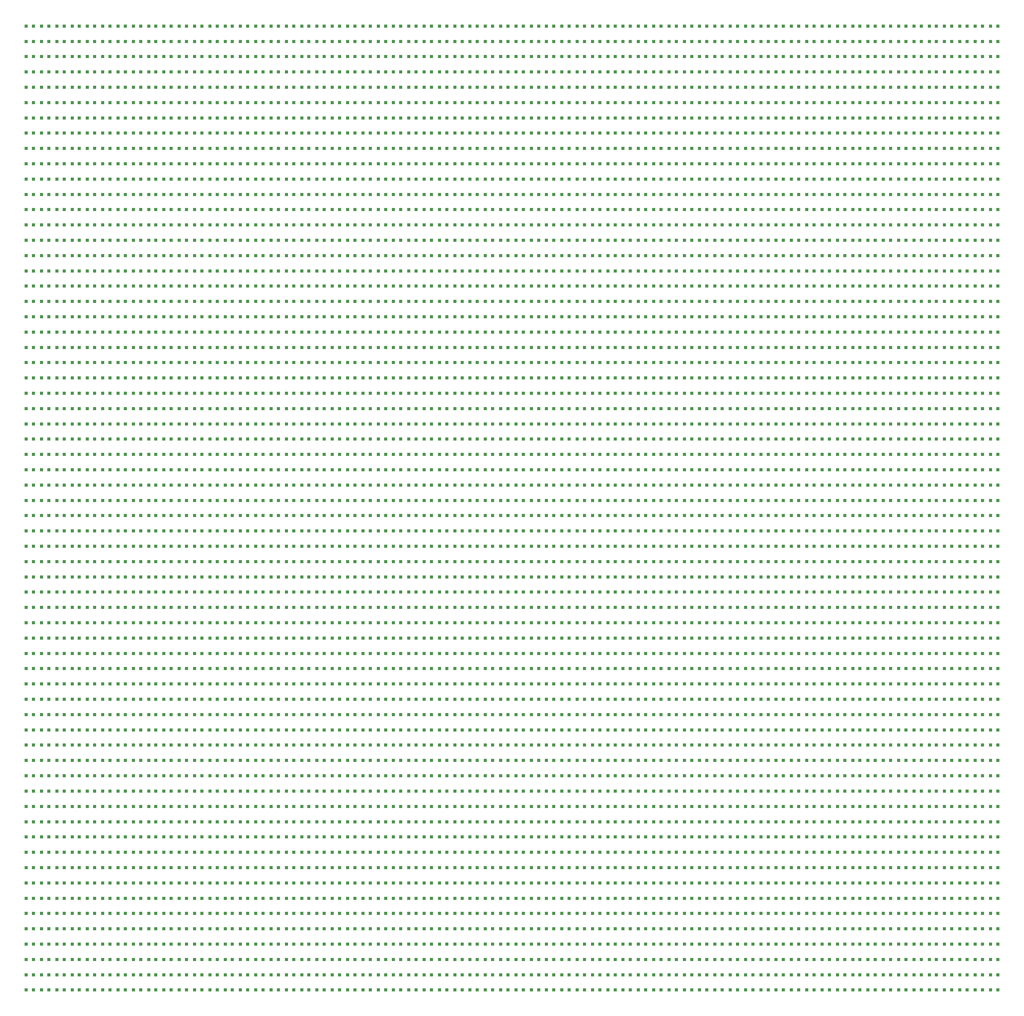
<source format=gbr>
%TF.GenerationSoftware,KiCad,Pcbnew,(5.1.9)-1*%
%TF.CreationDate,2021-05-24T20:43:48-07:00*%
%TF.ProjectId,SMTAsmQuote,534d5441-736d-4517-956f-74652e6b6963,rev?*%
%TF.SameCoordinates,Original*%
%TF.FileFunction,Soldermask,Top*%
%TF.FilePolarity,Negative*%
%FSLAX46Y46*%
G04 Gerber Fmt 4.6, Leading zero omitted, Abs format (unit mm)*
G04 Created by KiCad (PCBNEW (5.1.9)-1) date 2021-05-24 20:43:48*
%MOMM*%
%LPD*%
G01*
G04 APERTURE LIST*
%ADD10R,0.800000X0.800000*%
G04 APERTURE END LIST*
D10*
%TO.C,REF\u002A\u002A*%
X219130000Y-219295000D03*
X220730000Y-219295000D03*
%TD*%
%TO.C,REF\u002A\u002A*%
X215760000Y-219295000D03*
X217360000Y-219295000D03*
%TD*%
%TO.C,REF\u002A\u002A*%
X212390000Y-219295000D03*
X213990000Y-219295000D03*
%TD*%
%TO.C,REF\u002A\u002A*%
X209020000Y-219295000D03*
X210620000Y-219295000D03*
%TD*%
%TO.C,REF\u002A\u002A*%
X205650000Y-219295000D03*
X207250000Y-219295000D03*
%TD*%
%TO.C,REF\u002A\u002A*%
X202280000Y-219295000D03*
X203880000Y-219295000D03*
%TD*%
%TO.C,REF\u002A\u002A*%
X198910000Y-219295000D03*
X200510000Y-219295000D03*
%TD*%
%TO.C,REF\u002A\u002A*%
X195540000Y-219295000D03*
X197140000Y-219295000D03*
%TD*%
%TO.C,REF\u002A\u002A*%
X192170000Y-219295000D03*
X193770000Y-219295000D03*
%TD*%
%TO.C,REF\u002A\u002A*%
X188800000Y-219295000D03*
X190400000Y-219295000D03*
%TD*%
%TO.C,REF\u002A\u002A*%
X185430000Y-219295000D03*
X187030000Y-219295000D03*
%TD*%
%TO.C,REF\u002A\u002A*%
X182060000Y-219295000D03*
X183660000Y-219295000D03*
%TD*%
%TO.C,REF\u002A\u002A*%
X178690000Y-219295000D03*
X180290000Y-219295000D03*
%TD*%
%TO.C,REF\u002A\u002A*%
X175320000Y-219295000D03*
X176920000Y-219295000D03*
%TD*%
%TO.C,REF\u002A\u002A*%
X171950000Y-219295000D03*
X173550000Y-219295000D03*
%TD*%
%TO.C,REF\u002A\u002A*%
X168580000Y-219295000D03*
X170180000Y-219295000D03*
%TD*%
%TO.C,REF\u002A\u002A*%
X165210000Y-219295000D03*
X166810000Y-219295000D03*
%TD*%
%TO.C,REF\u002A\u002A*%
X161840000Y-219295000D03*
X163440000Y-219295000D03*
%TD*%
%TO.C,REF\u002A\u002A*%
X158470000Y-219295000D03*
X160070000Y-219295000D03*
%TD*%
%TO.C,REF\u002A\u002A*%
X155100000Y-219295000D03*
X156700000Y-219295000D03*
%TD*%
%TO.C,REF\u002A\u002A*%
X151730000Y-219295000D03*
X153330000Y-219295000D03*
%TD*%
%TO.C,REF\u002A\u002A*%
X148360000Y-219295000D03*
X149960000Y-219295000D03*
%TD*%
%TO.C,REF\u002A\u002A*%
X144990000Y-219295000D03*
X146590000Y-219295000D03*
%TD*%
%TO.C,REF\u002A\u002A*%
X141620000Y-219295000D03*
X143220000Y-219295000D03*
%TD*%
%TO.C,REF\u002A\u002A*%
X138250000Y-219295000D03*
X139850000Y-219295000D03*
%TD*%
%TO.C,REF\u002A\u002A*%
X134880000Y-219295000D03*
X136480000Y-219295000D03*
%TD*%
%TO.C,REF\u002A\u002A*%
X131510000Y-219295000D03*
X133110000Y-219295000D03*
%TD*%
%TO.C,REF\u002A\u002A*%
X128140000Y-219295000D03*
X129740000Y-219295000D03*
%TD*%
%TO.C,REF\u002A\u002A*%
X124770000Y-219295000D03*
X126370000Y-219295000D03*
%TD*%
%TO.C,REF\u002A\u002A*%
X121400000Y-219295000D03*
X123000000Y-219295000D03*
%TD*%
%TO.C,REF\u002A\u002A*%
X118030000Y-219295000D03*
X119630000Y-219295000D03*
%TD*%
%TO.C,REF\u002A\u002A*%
X114660000Y-219295000D03*
X116260000Y-219295000D03*
%TD*%
%TO.C,REF\u002A\u002A*%
X111290000Y-219295000D03*
X112890000Y-219295000D03*
%TD*%
%TO.C,REF\u002A\u002A*%
X107920000Y-219295000D03*
X109520000Y-219295000D03*
%TD*%
%TO.C,REF\u002A\u002A*%
X104550000Y-219295000D03*
X106150000Y-219295000D03*
%TD*%
%TO.C,REF\u002A\u002A*%
X101180000Y-219295000D03*
X102780000Y-219295000D03*
%TD*%
%TO.C,REF\u002A\u002A*%
X97810000Y-219295000D03*
X99410000Y-219295000D03*
%TD*%
%TO.C,REF\u002A\u002A*%
X94440000Y-219295000D03*
X96040000Y-219295000D03*
%TD*%
%TO.C,REF\u002A\u002A*%
X91070000Y-219295000D03*
X92670000Y-219295000D03*
%TD*%
%TO.C,REF\u002A\u002A*%
X87700000Y-219295000D03*
X89300000Y-219295000D03*
%TD*%
%TO.C,REF\u002A\u002A*%
X84330000Y-219295000D03*
X85930000Y-219295000D03*
%TD*%
%TO.C,REF\u002A\u002A*%
X80960000Y-219295000D03*
X82560000Y-219295000D03*
%TD*%
%TO.C,REF\u002A\u002A*%
X77590000Y-219295000D03*
X79190000Y-219295000D03*
%TD*%
%TO.C,REF\u002A\u002A*%
X74220000Y-219295000D03*
X75820000Y-219295000D03*
%TD*%
%TO.C,REF\u002A\u002A*%
X70850000Y-219295000D03*
X72450000Y-219295000D03*
%TD*%
%TO.C,REF\u002A\u002A*%
X67480000Y-219295000D03*
X69080000Y-219295000D03*
%TD*%
%TO.C,REF\u002A\u002A*%
X64110000Y-219295000D03*
X65710000Y-219295000D03*
%TD*%
%TO.C,REF\u002A\u002A*%
X60740000Y-219295000D03*
X62340000Y-219295000D03*
%TD*%
%TO.C,REF\u002A\u002A*%
X57370000Y-219295000D03*
X58970000Y-219295000D03*
%TD*%
%TO.C,REF\u002A\u002A*%
X54000000Y-219295000D03*
X55600000Y-219295000D03*
%TD*%
%TO.C,REF\u002A\u002A*%
X50630000Y-219295000D03*
X52230000Y-219295000D03*
%TD*%
%TO.C,REF\u002A\u002A*%
X47260000Y-219295000D03*
X48860000Y-219295000D03*
%TD*%
%TO.C,REF\u002A\u002A*%
X43890000Y-219295000D03*
X45490000Y-219295000D03*
%TD*%
%TO.C,REF\u002A\u002A*%
X40520000Y-219295000D03*
X42120000Y-219295000D03*
%TD*%
%TO.C,REF\u002A\u002A*%
X37150000Y-219295000D03*
X38750000Y-219295000D03*
%TD*%
%TO.C,REF\u002A\u002A*%
X33780000Y-219295000D03*
X35380000Y-219295000D03*
%TD*%
%TO.C,REF\u002A\u002A*%
X30410000Y-219295000D03*
X32010000Y-219295000D03*
%TD*%
%TO.C,REF\u002A\u002A*%
X27040000Y-219295000D03*
X28640000Y-219295000D03*
%TD*%
%TO.C,REF\u002A\u002A*%
X23670000Y-219295000D03*
X25270000Y-219295000D03*
%TD*%
%TO.C,REF\u002A\u002A*%
X20300000Y-219295000D03*
X21900000Y-219295000D03*
%TD*%
%TO.C,REF\u002A\u002A*%
X16930000Y-219295000D03*
X18530000Y-219295000D03*
%TD*%
%TO.C,REF\u002A\u002A*%
X13560000Y-219295000D03*
X15160000Y-219295000D03*
%TD*%
%TO.C,REF\u002A\u002A*%
X10190000Y-219295000D03*
X11790000Y-219295000D03*
%TD*%
%TO.C,REF\u002A\u002A*%
X6820000Y-219295000D03*
X8420000Y-219295000D03*
%TD*%
%TO.C,REF\u002A\u002A*%
X219130000Y-215925000D03*
X220730000Y-215925000D03*
%TD*%
%TO.C,REF\u002A\u002A*%
X215760000Y-215925000D03*
X217360000Y-215925000D03*
%TD*%
%TO.C,REF\u002A\u002A*%
X212390000Y-215925000D03*
X213990000Y-215925000D03*
%TD*%
%TO.C,REF\u002A\u002A*%
X209020000Y-215925000D03*
X210620000Y-215925000D03*
%TD*%
%TO.C,REF\u002A\u002A*%
X205650000Y-215925000D03*
X207250000Y-215925000D03*
%TD*%
%TO.C,REF\u002A\u002A*%
X202280000Y-215925000D03*
X203880000Y-215925000D03*
%TD*%
%TO.C,REF\u002A\u002A*%
X198910000Y-215925000D03*
X200510000Y-215925000D03*
%TD*%
%TO.C,REF\u002A\u002A*%
X195540000Y-215925000D03*
X197140000Y-215925000D03*
%TD*%
%TO.C,REF\u002A\u002A*%
X192170000Y-215925000D03*
X193770000Y-215925000D03*
%TD*%
%TO.C,REF\u002A\u002A*%
X188800000Y-215925000D03*
X190400000Y-215925000D03*
%TD*%
%TO.C,REF\u002A\u002A*%
X185430000Y-215925000D03*
X187030000Y-215925000D03*
%TD*%
%TO.C,REF\u002A\u002A*%
X182060000Y-215925000D03*
X183660000Y-215925000D03*
%TD*%
%TO.C,REF\u002A\u002A*%
X178690000Y-215925000D03*
X180290000Y-215925000D03*
%TD*%
%TO.C,REF\u002A\u002A*%
X175320000Y-215925000D03*
X176920000Y-215925000D03*
%TD*%
%TO.C,REF\u002A\u002A*%
X171950000Y-215925000D03*
X173550000Y-215925000D03*
%TD*%
%TO.C,REF\u002A\u002A*%
X168580000Y-215925000D03*
X170180000Y-215925000D03*
%TD*%
%TO.C,REF\u002A\u002A*%
X165210000Y-215925000D03*
X166810000Y-215925000D03*
%TD*%
%TO.C,REF\u002A\u002A*%
X161840000Y-215925000D03*
X163440000Y-215925000D03*
%TD*%
%TO.C,REF\u002A\u002A*%
X158470000Y-215925000D03*
X160070000Y-215925000D03*
%TD*%
%TO.C,REF\u002A\u002A*%
X155100000Y-215925000D03*
X156700000Y-215925000D03*
%TD*%
%TO.C,REF\u002A\u002A*%
X151730000Y-215925000D03*
X153330000Y-215925000D03*
%TD*%
%TO.C,REF\u002A\u002A*%
X148360000Y-215925000D03*
X149960000Y-215925000D03*
%TD*%
%TO.C,REF\u002A\u002A*%
X144990000Y-215925000D03*
X146590000Y-215925000D03*
%TD*%
%TO.C,REF\u002A\u002A*%
X141620000Y-215925000D03*
X143220000Y-215925000D03*
%TD*%
%TO.C,REF\u002A\u002A*%
X138250000Y-215925000D03*
X139850000Y-215925000D03*
%TD*%
%TO.C,REF\u002A\u002A*%
X134880000Y-215925000D03*
X136480000Y-215925000D03*
%TD*%
%TO.C,REF\u002A\u002A*%
X131510000Y-215925000D03*
X133110000Y-215925000D03*
%TD*%
%TO.C,REF\u002A\u002A*%
X128140000Y-215925000D03*
X129740000Y-215925000D03*
%TD*%
%TO.C,REF\u002A\u002A*%
X124770000Y-215925000D03*
X126370000Y-215925000D03*
%TD*%
%TO.C,REF\u002A\u002A*%
X121400000Y-215925000D03*
X123000000Y-215925000D03*
%TD*%
%TO.C,REF\u002A\u002A*%
X118030000Y-215925000D03*
X119630000Y-215925000D03*
%TD*%
%TO.C,REF\u002A\u002A*%
X114660000Y-215925000D03*
X116260000Y-215925000D03*
%TD*%
%TO.C,REF\u002A\u002A*%
X111290000Y-215925000D03*
X112890000Y-215925000D03*
%TD*%
%TO.C,REF\u002A\u002A*%
X107920000Y-215925000D03*
X109520000Y-215925000D03*
%TD*%
%TO.C,REF\u002A\u002A*%
X104550000Y-215925000D03*
X106150000Y-215925000D03*
%TD*%
%TO.C,REF\u002A\u002A*%
X101180000Y-215925000D03*
X102780000Y-215925000D03*
%TD*%
%TO.C,REF\u002A\u002A*%
X97810000Y-215925000D03*
X99410000Y-215925000D03*
%TD*%
%TO.C,REF\u002A\u002A*%
X94440000Y-215925000D03*
X96040000Y-215925000D03*
%TD*%
%TO.C,REF\u002A\u002A*%
X91070000Y-215925000D03*
X92670000Y-215925000D03*
%TD*%
%TO.C,REF\u002A\u002A*%
X87700000Y-215925000D03*
X89300000Y-215925000D03*
%TD*%
%TO.C,REF\u002A\u002A*%
X84330000Y-215925000D03*
X85930000Y-215925000D03*
%TD*%
%TO.C,REF\u002A\u002A*%
X80960000Y-215925000D03*
X82560000Y-215925000D03*
%TD*%
%TO.C,REF\u002A\u002A*%
X77590000Y-215925000D03*
X79190000Y-215925000D03*
%TD*%
%TO.C,REF\u002A\u002A*%
X74220000Y-215925000D03*
X75820000Y-215925000D03*
%TD*%
%TO.C,REF\u002A\u002A*%
X70850000Y-215925000D03*
X72450000Y-215925000D03*
%TD*%
%TO.C,REF\u002A\u002A*%
X67480000Y-215925000D03*
X69080000Y-215925000D03*
%TD*%
%TO.C,REF\u002A\u002A*%
X64110000Y-215925000D03*
X65710000Y-215925000D03*
%TD*%
%TO.C,REF\u002A\u002A*%
X60740000Y-215925000D03*
X62340000Y-215925000D03*
%TD*%
%TO.C,REF\u002A\u002A*%
X57370000Y-215925000D03*
X58970000Y-215925000D03*
%TD*%
%TO.C,REF\u002A\u002A*%
X54000000Y-215925000D03*
X55600000Y-215925000D03*
%TD*%
%TO.C,REF\u002A\u002A*%
X50630000Y-215925000D03*
X52230000Y-215925000D03*
%TD*%
%TO.C,REF\u002A\u002A*%
X47260000Y-215925000D03*
X48860000Y-215925000D03*
%TD*%
%TO.C,REF\u002A\u002A*%
X43890000Y-215925000D03*
X45490000Y-215925000D03*
%TD*%
%TO.C,REF\u002A\u002A*%
X40520000Y-215925000D03*
X42120000Y-215925000D03*
%TD*%
%TO.C,REF\u002A\u002A*%
X37150000Y-215925000D03*
X38750000Y-215925000D03*
%TD*%
%TO.C,REF\u002A\u002A*%
X33780000Y-215925000D03*
X35380000Y-215925000D03*
%TD*%
%TO.C,REF\u002A\u002A*%
X30410000Y-215925000D03*
X32010000Y-215925000D03*
%TD*%
%TO.C,REF\u002A\u002A*%
X27040000Y-215925000D03*
X28640000Y-215925000D03*
%TD*%
%TO.C,REF\u002A\u002A*%
X23670000Y-215925000D03*
X25270000Y-215925000D03*
%TD*%
%TO.C,REF\u002A\u002A*%
X20300000Y-215925000D03*
X21900000Y-215925000D03*
%TD*%
%TO.C,REF\u002A\u002A*%
X16930000Y-215925000D03*
X18530000Y-215925000D03*
%TD*%
%TO.C,REF\u002A\u002A*%
X13560000Y-215925000D03*
X15160000Y-215925000D03*
%TD*%
%TO.C,REF\u002A\u002A*%
X10190000Y-215925000D03*
X11790000Y-215925000D03*
%TD*%
%TO.C,REF\u002A\u002A*%
X6820000Y-215925000D03*
X8420000Y-215925000D03*
%TD*%
%TO.C,REF\u002A\u002A*%
X219130000Y-212555000D03*
X220730000Y-212555000D03*
%TD*%
%TO.C,REF\u002A\u002A*%
X215760000Y-212555000D03*
X217360000Y-212555000D03*
%TD*%
%TO.C,REF\u002A\u002A*%
X212390000Y-212555000D03*
X213990000Y-212555000D03*
%TD*%
%TO.C,REF\u002A\u002A*%
X209020000Y-212555000D03*
X210620000Y-212555000D03*
%TD*%
%TO.C,REF\u002A\u002A*%
X205650000Y-212555000D03*
X207250000Y-212555000D03*
%TD*%
%TO.C,REF\u002A\u002A*%
X202280000Y-212555000D03*
X203880000Y-212555000D03*
%TD*%
%TO.C,REF\u002A\u002A*%
X198910000Y-212555000D03*
X200510000Y-212555000D03*
%TD*%
%TO.C,REF\u002A\u002A*%
X195540000Y-212555000D03*
X197140000Y-212555000D03*
%TD*%
%TO.C,REF\u002A\u002A*%
X192170000Y-212555000D03*
X193770000Y-212555000D03*
%TD*%
%TO.C,REF\u002A\u002A*%
X188800000Y-212555000D03*
X190400000Y-212555000D03*
%TD*%
%TO.C,REF\u002A\u002A*%
X185430000Y-212555000D03*
X187030000Y-212555000D03*
%TD*%
%TO.C,REF\u002A\u002A*%
X182060000Y-212555000D03*
X183660000Y-212555000D03*
%TD*%
%TO.C,REF\u002A\u002A*%
X178690000Y-212555000D03*
X180290000Y-212555000D03*
%TD*%
%TO.C,REF\u002A\u002A*%
X175320000Y-212555000D03*
X176920000Y-212555000D03*
%TD*%
%TO.C,REF\u002A\u002A*%
X171950000Y-212555000D03*
X173550000Y-212555000D03*
%TD*%
%TO.C,REF\u002A\u002A*%
X168580000Y-212555000D03*
X170180000Y-212555000D03*
%TD*%
%TO.C,REF\u002A\u002A*%
X165210000Y-212555000D03*
X166810000Y-212555000D03*
%TD*%
%TO.C,REF\u002A\u002A*%
X161840000Y-212555000D03*
X163440000Y-212555000D03*
%TD*%
%TO.C,REF\u002A\u002A*%
X158470000Y-212555000D03*
X160070000Y-212555000D03*
%TD*%
%TO.C,REF\u002A\u002A*%
X155100000Y-212555000D03*
X156700000Y-212555000D03*
%TD*%
%TO.C,REF\u002A\u002A*%
X151730000Y-212555000D03*
X153330000Y-212555000D03*
%TD*%
%TO.C,REF\u002A\u002A*%
X148360000Y-212555000D03*
X149960000Y-212555000D03*
%TD*%
%TO.C,REF\u002A\u002A*%
X144990000Y-212555000D03*
X146590000Y-212555000D03*
%TD*%
%TO.C,REF\u002A\u002A*%
X141620000Y-212555000D03*
X143220000Y-212555000D03*
%TD*%
%TO.C,REF\u002A\u002A*%
X138250000Y-212555000D03*
X139850000Y-212555000D03*
%TD*%
%TO.C,REF\u002A\u002A*%
X134880000Y-212555000D03*
X136480000Y-212555000D03*
%TD*%
%TO.C,REF\u002A\u002A*%
X131510000Y-212555000D03*
X133110000Y-212555000D03*
%TD*%
%TO.C,REF\u002A\u002A*%
X128140000Y-212555000D03*
X129740000Y-212555000D03*
%TD*%
%TO.C,REF\u002A\u002A*%
X124770000Y-212555000D03*
X126370000Y-212555000D03*
%TD*%
%TO.C,REF\u002A\u002A*%
X121400000Y-212555000D03*
X123000000Y-212555000D03*
%TD*%
%TO.C,REF\u002A\u002A*%
X118030000Y-212555000D03*
X119630000Y-212555000D03*
%TD*%
%TO.C,REF\u002A\u002A*%
X114660000Y-212555000D03*
X116260000Y-212555000D03*
%TD*%
%TO.C,REF\u002A\u002A*%
X111290000Y-212555000D03*
X112890000Y-212555000D03*
%TD*%
%TO.C,REF\u002A\u002A*%
X107920000Y-212555000D03*
X109520000Y-212555000D03*
%TD*%
%TO.C,REF\u002A\u002A*%
X104550000Y-212555000D03*
X106150000Y-212555000D03*
%TD*%
%TO.C,REF\u002A\u002A*%
X101180000Y-212555000D03*
X102780000Y-212555000D03*
%TD*%
%TO.C,REF\u002A\u002A*%
X97810000Y-212555000D03*
X99410000Y-212555000D03*
%TD*%
%TO.C,REF\u002A\u002A*%
X94440000Y-212555000D03*
X96040000Y-212555000D03*
%TD*%
%TO.C,REF\u002A\u002A*%
X91070000Y-212555000D03*
X92670000Y-212555000D03*
%TD*%
%TO.C,REF\u002A\u002A*%
X87700000Y-212555000D03*
X89300000Y-212555000D03*
%TD*%
%TO.C,REF\u002A\u002A*%
X84330000Y-212555000D03*
X85930000Y-212555000D03*
%TD*%
%TO.C,REF\u002A\u002A*%
X80960000Y-212555000D03*
X82560000Y-212555000D03*
%TD*%
%TO.C,REF\u002A\u002A*%
X77590000Y-212555000D03*
X79190000Y-212555000D03*
%TD*%
%TO.C,REF\u002A\u002A*%
X74220000Y-212555000D03*
X75820000Y-212555000D03*
%TD*%
%TO.C,REF\u002A\u002A*%
X70850000Y-212555000D03*
X72450000Y-212555000D03*
%TD*%
%TO.C,REF\u002A\u002A*%
X67480000Y-212555000D03*
X69080000Y-212555000D03*
%TD*%
%TO.C,REF\u002A\u002A*%
X64110000Y-212555000D03*
X65710000Y-212555000D03*
%TD*%
%TO.C,REF\u002A\u002A*%
X60740000Y-212555000D03*
X62340000Y-212555000D03*
%TD*%
%TO.C,REF\u002A\u002A*%
X57370000Y-212555000D03*
X58970000Y-212555000D03*
%TD*%
%TO.C,REF\u002A\u002A*%
X54000000Y-212555000D03*
X55600000Y-212555000D03*
%TD*%
%TO.C,REF\u002A\u002A*%
X50630000Y-212555000D03*
X52230000Y-212555000D03*
%TD*%
%TO.C,REF\u002A\u002A*%
X47260000Y-212555000D03*
X48860000Y-212555000D03*
%TD*%
%TO.C,REF\u002A\u002A*%
X43890000Y-212555000D03*
X45490000Y-212555000D03*
%TD*%
%TO.C,REF\u002A\u002A*%
X40520000Y-212555000D03*
X42120000Y-212555000D03*
%TD*%
%TO.C,REF\u002A\u002A*%
X37150000Y-212555000D03*
X38750000Y-212555000D03*
%TD*%
%TO.C,REF\u002A\u002A*%
X33780000Y-212555000D03*
X35380000Y-212555000D03*
%TD*%
%TO.C,REF\u002A\u002A*%
X30410000Y-212555000D03*
X32010000Y-212555000D03*
%TD*%
%TO.C,REF\u002A\u002A*%
X27040000Y-212555000D03*
X28640000Y-212555000D03*
%TD*%
%TO.C,REF\u002A\u002A*%
X23670000Y-212555000D03*
X25270000Y-212555000D03*
%TD*%
%TO.C,REF\u002A\u002A*%
X20300000Y-212555000D03*
X21900000Y-212555000D03*
%TD*%
%TO.C,REF\u002A\u002A*%
X16930000Y-212555000D03*
X18530000Y-212555000D03*
%TD*%
%TO.C,REF\u002A\u002A*%
X13560000Y-212555000D03*
X15160000Y-212555000D03*
%TD*%
%TO.C,REF\u002A\u002A*%
X10190000Y-212555000D03*
X11790000Y-212555000D03*
%TD*%
%TO.C,REF\u002A\u002A*%
X6820000Y-212555000D03*
X8420000Y-212555000D03*
%TD*%
%TO.C,REF\u002A\u002A*%
X219130000Y-209185000D03*
X220730000Y-209185000D03*
%TD*%
%TO.C,REF\u002A\u002A*%
X215760000Y-209185000D03*
X217360000Y-209185000D03*
%TD*%
%TO.C,REF\u002A\u002A*%
X212390000Y-209185000D03*
X213990000Y-209185000D03*
%TD*%
%TO.C,REF\u002A\u002A*%
X209020000Y-209185000D03*
X210620000Y-209185000D03*
%TD*%
%TO.C,REF\u002A\u002A*%
X205650000Y-209185000D03*
X207250000Y-209185000D03*
%TD*%
%TO.C,REF\u002A\u002A*%
X202280000Y-209185000D03*
X203880000Y-209185000D03*
%TD*%
%TO.C,REF\u002A\u002A*%
X198910000Y-209185000D03*
X200510000Y-209185000D03*
%TD*%
%TO.C,REF\u002A\u002A*%
X195540000Y-209185000D03*
X197140000Y-209185000D03*
%TD*%
%TO.C,REF\u002A\u002A*%
X192170000Y-209185000D03*
X193770000Y-209185000D03*
%TD*%
%TO.C,REF\u002A\u002A*%
X188800000Y-209185000D03*
X190400000Y-209185000D03*
%TD*%
%TO.C,REF\u002A\u002A*%
X185430000Y-209185000D03*
X187030000Y-209185000D03*
%TD*%
%TO.C,REF\u002A\u002A*%
X182060000Y-209185000D03*
X183660000Y-209185000D03*
%TD*%
%TO.C,REF\u002A\u002A*%
X178690000Y-209185000D03*
X180290000Y-209185000D03*
%TD*%
%TO.C,REF\u002A\u002A*%
X175320000Y-209185000D03*
X176920000Y-209185000D03*
%TD*%
%TO.C,REF\u002A\u002A*%
X171950000Y-209185000D03*
X173550000Y-209185000D03*
%TD*%
%TO.C,REF\u002A\u002A*%
X168580000Y-209185000D03*
X170180000Y-209185000D03*
%TD*%
%TO.C,REF\u002A\u002A*%
X165210000Y-209185000D03*
X166810000Y-209185000D03*
%TD*%
%TO.C,REF\u002A\u002A*%
X161840000Y-209185000D03*
X163440000Y-209185000D03*
%TD*%
%TO.C,REF\u002A\u002A*%
X158470000Y-209185000D03*
X160070000Y-209185000D03*
%TD*%
%TO.C,REF\u002A\u002A*%
X155100000Y-209185000D03*
X156700000Y-209185000D03*
%TD*%
%TO.C,REF\u002A\u002A*%
X151730000Y-209185000D03*
X153330000Y-209185000D03*
%TD*%
%TO.C,REF\u002A\u002A*%
X148360000Y-209185000D03*
X149960000Y-209185000D03*
%TD*%
%TO.C,REF\u002A\u002A*%
X144990000Y-209185000D03*
X146590000Y-209185000D03*
%TD*%
%TO.C,REF\u002A\u002A*%
X141620000Y-209185000D03*
X143220000Y-209185000D03*
%TD*%
%TO.C,REF\u002A\u002A*%
X138250000Y-209185000D03*
X139850000Y-209185000D03*
%TD*%
%TO.C,REF\u002A\u002A*%
X134880000Y-209185000D03*
X136480000Y-209185000D03*
%TD*%
%TO.C,REF\u002A\u002A*%
X131510000Y-209185000D03*
X133110000Y-209185000D03*
%TD*%
%TO.C,REF\u002A\u002A*%
X128140000Y-209185000D03*
X129740000Y-209185000D03*
%TD*%
%TO.C,REF\u002A\u002A*%
X124770000Y-209185000D03*
X126370000Y-209185000D03*
%TD*%
%TO.C,REF\u002A\u002A*%
X121400000Y-209185000D03*
X123000000Y-209185000D03*
%TD*%
%TO.C,REF\u002A\u002A*%
X118030000Y-209185000D03*
X119630000Y-209185000D03*
%TD*%
%TO.C,REF\u002A\u002A*%
X114660000Y-209185000D03*
X116260000Y-209185000D03*
%TD*%
%TO.C,REF\u002A\u002A*%
X111290000Y-209185000D03*
X112890000Y-209185000D03*
%TD*%
%TO.C,REF\u002A\u002A*%
X107920000Y-209185000D03*
X109520000Y-209185000D03*
%TD*%
%TO.C,REF\u002A\u002A*%
X104550000Y-209185000D03*
X106150000Y-209185000D03*
%TD*%
%TO.C,REF\u002A\u002A*%
X101180000Y-209185000D03*
X102780000Y-209185000D03*
%TD*%
%TO.C,REF\u002A\u002A*%
X97810000Y-209185000D03*
X99410000Y-209185000D03*
%TD*%
%TO.C,REF\u002A\u002A*%
X94440000Y-209185000D03*
X96040000Y-209185000D03*
%TD*%
%TO.C,REF\u002A\u002A*%
X91070000Y-209185000D03*
X92670000Y-209185000D03*
%TD*%
%TO.C,REF\u002A\u002A*%
X87700000Y-209185000D03*
X89300000Y-209185000D03*
%TD*%
%TO.C,REF\u002A\u002A*%
X84330000Y-209185000D03*
X85930000Y-209185000D03*
%TD*%
%TO.C,REF\u002A\u002A*%
X80960000Y-209185000D03*
X82560000Y-209185000D03*
%TD*%
%TO.C,REF\u002A\u002A*%
X77590000Y-209185000D03*
X79190000Y-209185000D03*
%TD*%
%TO.C,REF\u002A\u002A*%
X74220000Y-209185000D03*
X75820000Y-209185000D03*
%TD*%
%TO.C,REF\u002A\u002A*%
X70850000Y-209185000D03*
X72450000Y-209185000D03*
%TD*%
%TO.C,REF\u002A\u002A*%
X67480000Y-209185000D03*
X69080000Y-209185000D03*
%TD*%
%TO.C,REF\u002A\u002A*%
X64110000Y-209185000D03*
X65710000Y-209185000D03*
%TD*%
%TO.C,REF\u002A\u002A*%
X60740000Y-209185000D03*
X62340000Y-209185000D03*
%TD*%
%TO.C,REF\u002A\u002A*%
X57370000Y-209185000D03*
X58970000Y-209185000D03*
%TD*%
%TO.C,REF\u002A\u002A*%
X54000000Y-209185000D03*
X55600000Y-209185000D03*
%TD*%
%TO.C,REF\u002A\u002A*%
X50630000Y-209185000D03*
X52230000Y-209185000D03*
%TD*%
%TO.C,REF\u002A\u002A*%
X47260000Y-209185000D03*
X48860000Y-209185000D03*
%TD*%
%TO.C,REF\u002A\u002A*%
X43890000Y-209185000D03*
X45490000Y-209185000D03*
%TD*%
%TO.C,REF\u002A\u002A*%
X40520000Y-209185000D03*
X42120000Y-209185000D03*
%TD*%
%TO.C,REF\u002A\u002A*%
X37150000Y-209185000D03*
X38750000Y-209185000D03*
%TD*%
%TO.C,REF\u002A\u002A*%
X33780000Y-209185000D03*
X35380000Y-209185000D03*
%TD*%
%TO.C,REF\u002A\u002A*%
X30410000Y-209185000D03*
X32010000Y-209185000D03*
%TD*%
%TO.C,REF\u002A\u002A*%
X27040000Y-209185000D03*
X28640000Y-209185000D03*
%TD*%
%TO.C,REF\u002A\u002A*%
X23670000Y-209185000D03*
X25270000Y-209185000D03*
%TD*%
%TO.C,REF\u002A\u002A*%
X20300000Y-209185000D03*
X21900000Y-209185000D03*
%TD*%
%TO.C,REF\u002A\u002A*%
X16930000Y-209185000D03*
X18530000Y-209185000D03*
%TD*%
%TO.C,REF\u002A\u002A*%
X13560000Y-209185000D03*
X15160000Y-209185000D03*
%TD*%
%TO.C,REF\u002A\u002A*%
X10190000Y-209185000D03*
X11790000Y-209185000D03*
%TD*%
%TO.C,REF\u002A\u002A*%
X6820000Y-209185000D03*
X8420000Y-209185000D03*
%TD*%
%TO.C,REF\u002A\u002A*%
X219130000Y-205815000D03*
X220730000Y-205815000D03*
%TD*%
%TO.C,REF\u002A\u002A*%
X215760000Y-205815000D03*
X217360000Y-205815000D03*
%TD*%
%TO.C,REF\u002A\u002A*%
X212390000Y-205815000D03*
X213990000Y-205815000D03*
%TD*%
%TO.C,REF\u002A\u002A*%
X209020000Y-205815000D03*
X210620000Y-205815000D03*
%TD*%
%TO.C,REF\u002A\u002A*%
X205650000Y-205815000D03*
X207250000Y-205815000D03*
%TD*%
%TO.C,REF\u002A\u002A*%
X202280000Y-205815000D03*
X203880000Y-205815000D03*
%TD*%
%TO.C,REF\u002A\u002A*%
X198910000Y-205815000D03*
X200510000Y-205815000D03*
%TD*%
%TO.C,REF\u002A\u002A*%
X195540000Y-205815000D03*
X197140000Y-205815000D03*
%TD*%
%TO.C,REF\u002A\u002A*%
X192170000Y-205815000D03*
X193770000Y-205815000D03*
%TD*%
%TO.C,REF\u002A\u002A*%
X188800000Y-205815000D03*
X190400000Y-205815000D03*
%TD*%
%TO.C,REF\u002A\u002A*%
X185430000Y-205815000D03*
X187030000Y-205815000D03*
%TD*%
%TO.C,REF\u002A\u002A*%
X182060000Y-205815000D03*
X183660000Y-205815000D03*
%TD*%
%TO.C,REF\u002A\u002A*%
X178690000Y-205815000D03*
X180290000Y-205815000D03*
%TD*%
%TO.C,REF\u002A\u002A*%
X175320000Y-205815000D03*
X176920000Y-205815000D03*
%TD*%
%TO.C,REF\u002A\u002A*%
X171950000Y-205815000D03*
X173550000Y-205815000D03*
%TD*%
%TO.C,REF\u002A\u002A*%
X168580000Y-205815000D03*
X170180000Y-205815000D03*
%TD*%
%TO.C,REF\u002A\u002A*%
X165210000Y-205815000D03*
X166810000Y-205815000D03*
%TD*%
%TO.C,REF\u002A\u002A*%
X161840000Y-205815000D03*
X163440000Y-205815000D03*
%TD*%
%TO.C,REF\u002A\u002A*%
X158470000Y-205815000D03*
X160070000Y-205815000D03*
%TD*%
%TO.C,REF\u002A\u002A*%
X155100000Y-205815000D03*
X156700000Y-205815000D03*
%TD*%
%TO.C,REF\u002A\u002A*%
X151730000Y-205815000D03*
X153330000Y-205815000D03*
%TD*%
%TO.C,REF\u002A\u002A*%
X148360000Y-205815000D03*
X149960000Y-205815000D03*
%TD*%
%TO.C,REF\u002A\u002A*%
X144990000Y-205815000D03*
X146590000Y-205815000D03*
%TD*%
%TO.C,REF\u002A\u002A*%
X141620000Y-205815000D03*
X143220000Y-205815000D03*
%TD*%
%TO.C,REF\u002A\u002A*%
X138250000Y-205815000D03*
X139850000Y-205815000D03*
%TD*%
%TO.C,REF\u002A\u002A*%
X134880000Y-205815000D03*
X136480000Y-205815000D03*
%TD*%
%TO.C,REF\u002A\u002A*%
X131510000Y-205815000D03*
X133110000Y-205815000D03*
%TD*%
%TO.C,REF\u002A\u002A*%
X128140000Y-205815000D03*
X129740000Y-205815000D03*
%TD*%
%TO.C,REF\u002A\u002A*%
X124770000Y-205815000D03*
X126370000Y-205815000D03*
%TD*%
%TO.C,REF\u002A\u002A*%
X121400000Y-205815000D03*
X123000000Y-205815000D03*
%TD*%
%TO.C,REF\u002A\u002A*%
X118030000Y-205815000D03*
X119630000Y-205815000D03*
%TD*%
%TO.C,REF\u002A\u002A*%
X114660000Y-205815000D03*
X116260000Y-205815000D03*
%TD*%
%TO.C,REF\u002A\u002A*%
X111290000Y-205815000D03*
X112890000Y-205815000D03*
%TD*%
%TO.C,REF\u002A\u002A*%
X107920000Y-205815000D03*
X109520000Y-205815000D03*
%TD*%
%TO.C,REF\u002A\u002A*%
X104550000Y-205815000D03*
X106150000Y-205815000D03*
%TD*%
%TO.C,REF\u002A\u002A*%
X101180000Y-205815000D03*
X102780000Y-205815000D03*
%TD*%
%TO.C,REF\u002A\u002A*%
X97810000Y-205815000D03*
X99410000Y-205815000D03*
%TD*%
%TO.C,REF\u002A\u002A*%
X94440000Y-205815000D03*
X96040000Y-205815000D03*
%TD*%
%TO.C,REF\u002A\u002A*%
X91070000Y-205815000D03*
X92670000Y-205815000D03*
%TD*%
%TO.C,REF\u002A\u002A*%
X87700000Y-205815000D03*
X89300000Y-205815000D03*
%TD*%
%TO.C,REF\u002A\u002A*%
X84330000Y-205815000D03*
X85930000Y-205815000D03*
%TD*%
%TO.C,REF\u002A\u002A*%
X80960000Y-205815000D03*
X82560000Y-205815000D03*
%TD*%
%TO.C,REF\u002A\u002A*%
X77590000Y-205815000D03*
X79190000Y-205815000D03*
%TD*%
%TO.C,REF\u002A\u002A*%
X74220000Y-205815000D03*
X75820000Y-205815000D03*
%TD*%
%TO.C,REF\u002A\u002A*%
X70850000Y-205815000D03*
X72450000Y-205815000D03*
%TD*%
%TO.C,REF\u002A\u002A*%
X67480000Y-205815000D03*
X69080000Y-205815000D03*
%TD*%
%TO.C,REF\u002A\u002A*%
X64110000Y-205815000D03*
X65710000Y-205815000D03*
%TD*%
%TO.C,REF\u002A\u002A*%
X60740000Y-205815000D03*
X62340000Y-205815000D03*
%TD*%
%TO.C,REF\u002A\u002A*%
X57370000Y-205815000D03*
X58970000Y-205815000D03*
%TD*%
%TO.C,REF\u002A\u002A*%
X54000000Y-205815000D03*
X55600000Y-205815000D03*
%TD*%
%TO.C,REF\u002A\u002A*%
X50630000Y-205815000D03*
X52230000Y-205815000D03*
%TD*%
%TO.C,REF\u002A\u002A*%
X47260000Y-205815000D03*
X48860000Y-205815000D03*
%TD*%
%TO.C,REF\u002A\u002A*%
X43890000Y-205815000D03*
X45490000Y-205815000D03*
%TD*%
%TO.C,REF\u002A\u002A*%
X40520000Y-205815000D03*
X42120000Y-205815000D03*
%TD*%
%TO.C,REF\u002A\u002A*%
X37150000Y-205815000D03*
X38750000Y-205815000D03*
%TD*%
%TO.C,REF\u002A\u002A*%
X33780000Y-205815000D03*
X35380000Y-205815000D03*
%TD*%
%TO.C,REF\u002A\u002A*%
X30410000Y-205815000D03*
X32010000Y-205815000D03*
%TD*%
%TO.C,REF\u002A\u002A*%
X27040000Y-205815000D03*
X28640000Y-205815000D03*
%TD*%
%TO.C,REF\u002A\u002A*%
X23670000Y-205815000D03*
X25270000Y-205815000D03*
%TD*%
%TO.C,REF\u002A\u002A*%
X20300000Y-205815000D03*
X21900000Y-205815000D03*
%TD*%
%TO.C,REF\u002A\u002A*%
X16930000Y-205815000D03*
X18530000Y-205815000D03*
%TD*%
%TO.C,REF\u002A\u002A*%
X13560000Y-205815000D03*
X15160000Y-205815000D03*
%TD*%
%TO.C,REF\u002A\u002A*%
X10190000Y-205815000D03*
X11790000Y-205815000D03*
%TD*%
%TO.C,REF\u002A\u002A*%
X6820000Y-205815000D03*
X8420000Y-205815000D03*
%TD*%
%TO.C,REF\u002A\u002A*%
X219130000Y-202445000D03*
X220730000Y-202445000D03*
%TD*%
%TO.C,REF\u002A\u002A*%
X215760000Y-202445000D03*
X217360000Y-202445000D03*
%TD*%
%TO.C,REF\u002A\u002A*%
X212390000Y-202445000D03*
X213990000Y-202445000D03*
%TD*%
%TO.C,REF\u002A\u002A*%
X209020000Y-202445000D03*
X210620000Y-202445000D03*
%TD*%
%TO.C,REF\u002A\u002A*%
X205650000Y-202445000D03*
X207250000Y-202445000D03*
%TD*%
%TO.C,REF\u002A\u002A*%
X202280000Y-202445000D03*
X203880000Y-202445000D03*
%TD*%
%TO.C,REF\u002A\u002A*%
X198910000Y-202445000D03*
X200510000Y-202445000D03*
%TD*%
%TO.C,REF\u002A\u002A*%
X195540000Y-202445000D03*
X197140000Y-202445000D03*
%TD*%
%TO.C,REF\u002A\u002A*%
X192170000Y-202445000D03*
X193770000Y-202445000D03*
%TD*%
%TO.C,REF\u002A\u002A*%
X188800000Y-202445000D03*
X190400000Y-202445000D03*
%TD*%
%TO.C,REF\u002A\u002A*%
X185430000Y-202445000D03*
X187030000Y-202445000D03*
%TD*%
%TO.C,REF\u002A\u002A*%
X182060000Y-202445000D03*
X183660000Y-202445000D03*
%TD*%
%TO.C,REF\u002A\u002A*%
X178690000Y-202445000D03*
X180290000Y-202445000D03*
%TD*%
%TO.C,REF\u002A\u002A*%
X175320000Y-202445000D03*
X176920000Y-202445000D03*
%TD*%
%TO.C,REF\u002A\u002A*%
X171950000Y-202445000D03*
X173550000Y-202445000D03*
%TD*%
%TO.C,REF\u002A\u002A*%
X168580000Y-202445000D03*
X170180000Y-202445000D03*
%TD*%
%TO.C,REF\u002A\u002A*%
X165210000Y-202445000D03*
X166810000Y-202445000D03*
%TD*%
%TO.C,REF\u002A\u002A*%
X161840000Y-202445000D03*
X163440000Y-202445000D03*
%TD*%
%TO.C,REF\u002A\u002A*%
X158470000Y-202445000D03*
X160070000Y-202445000D03*
%TD*%
%TO.C,REF\u002A\u002A*%
X155100000Y-202445000D03*
X156700000Y-202445000D03*
%TD*%
%TO.C,REF\u002A\u002A*%
X151730000Y-202445000D03*
X153330000Y-202445000D03*
%TD*%
%TO.C,REF\u002A\u002A*%
X148360000Y-202445000D03*
X149960000Y-202445000D03*
%TD*%
%TO.C,REF\u002A\u002A*%
X144990000Y-202445000D03*
X146590000Y-202445000D03*
%TD*%
%TO.C,REF\u002A\u002A*%
X141620000Y-202445000D03*
X143220000Y-202445000D03*
%TD*%
%TO.C,REF\u002A\u002A*%
X138250000Y-202445000D03*
X139850000Y-202445000D03*
%TD*%
%TO.C,REF\u002A\u002A*%
X134880000Y-202445000D03*
X136480000Y-202445000D03*
%TD*%
%TO.C,REF\u002A\u002A*%
X131510000Y-202445000D03*
X133110000Y-202445000D03*
%TD*%
%TO.C,REF\u002A\u002A*%
X128140000Y-202445000D03*
X129740000Y-202445000D03*
%TD*%
%TO.C,REF\u002A\u002A*%
X124770000Y-202445000D03*
X126370000Y-202445000D03*
%TD*%
%TO.C,REF\u002A\u002A*%
X121400000Y-202445000D03*
X123000000Y-202445000D03*
%TD*%
%TO.C,REF\u002A\u002A*%
X118030000Y-202445000D03*
X119630000Y-202445000D03*
%TD*%
%TO.C,REF\u002A\u002A*%
X114660000Y-202445000D03*
X116260000Y-202445000D03*
%TD*%
%TO.C,REF\u002A\u002A*%
X111290000Y-202445000D03*
X112890000Y-202445000D03*
%TD*%
%TO.C,REF\u002A\u002A*%
X107920000Y-202445000D03*
X109520000Y-202445000D03*
%TD*%
%TO.C,REF\u002A\u002A*%
X104550000Y-202445000D03*
X106150000Y-202445000D03*
%TD*%
%TO.C,REF\u002A\u002A*%
X101180000Y-202445000D03*
X102780000Y-202445000D03*
%TD*%
%TO.C,REF\u002A\u002A*%
X97810000Y-202445000D03*
X99410000Y-202445000D03*
%TD*%
%TO.C,REF\u002A\u002A*%
X94440000Y-202445000D03*
X96040000Y-202445000D03*
%TD*%
%TO.C,REF\u002A\u002A*%
X91070000Y-202445000D03*
X92670000Y-202445000D03*
%TD*%
%TO.C,REF\u002A\u002A*%
X87700000Y-202445000D03*
X89300000Y-202445000D03*
%TD*%
%TO.C,REF\u002A\u002A*%
X84330000Y-202445000D03*
X85930000Y-202445000D03*
%TD*%
%TO.C,REF\u002A\u002A*%
X80960000Y-202445000D03*
X82560000Y-202445000D03*
%TD*%
%TO.C,REF\u002A\u002A*%
X77590000Y-202445000D03*
X79190000Y-202445000D03*
%TD*%
%TO.C,REF\u002A\u002A*%
X74220000Y-202445000D03*
X75820000Y-202445000D03*
%TD*%
%TO.C,REF\u002A\u002A*%
X70850000Y-202445000D03*
X72450000Y-202445000D03*
%TD*%
%TO.C,REF\u002A\u002A*%
X67480000Y-202445000D03*
X69080000Y-202445000D03*
%TD*%
%TO.C,REF\u002A\u002A*%
X64110000Y-202445000D03*
X65710000Y-202445000D03*
%TD*%
%TO.C,REF\u002A\u002A*%
X60740000Y-202445000D03*
X62340000Y-202445000D03*
%TD*%
%TO.C,REF\u002A\u002A*%
X57370000Y-202445000D03*
X58970000Y-202445000D03*
%TD*%
%TO.C,REF\u002A\u002A*%
X54000000Y-202445000D03*
X55600000Y-202445000D03*
%TD*%
%TO.C,REF\u002A\u002A*%
X50630000Y-202445000D03*
X52230000Y-202445000D03*
%TD*%
%TO.C,REF\u002A\u002A*%
X47260000Y-202445000D03*
X48860000Y-202445000D03*
%TD*%
%TO.C,REF\u002A\u002A*%
X43890000Y-202445000D03*
X45490000Y-202445000D03*
%TD*%
%TO.C,REF\u002A\u002A*%
X40520000Y-202445000D03*
X42120000Y-202445000D03*
%TD*%
%TO.C,REF\u002A\u002A*%
X37150000Y-202445000D03*
X38750000Y-202445000D03*
%TD*%
%TO.C,REF\u002A\u002A*%
X33780000Y-202445000D03*
X35380000Y-202445000D03*
%TD*%
%TO.C,REF\u002A\u002A*%
X30410000Y-202445000D03*
X32010000Y-202445000D03*
%TD*%
%TO.C,REF\u002A\u002A*%
X27040000Y-202445000D03*
X28640000Y-202445000D03*
%TD*%
%TO.C,REF\u002A\u002A*%
X23670000Y-202445000D03*
X25270000Y-202445000D03*
%TD*%
%TO.C,REF\u002A\u002A*%
X20300000Y-202445000D03*
X21900000Y-202445000D03*
%TD*%
%TO.C,REF\u002A\u002A*%
X16930000Y-202445000D03*
X18530000Y-202445000D03*
%TD*%
%TO.C,REF\u002A\u002A*%
X13560000Y-202445000D03*
X15160000Y-202445000D03*
%TD*%
%TO.C,REF\u002A\u002A*%
X10190000Y-202445000D03*
X11790000Y-202445000D03*
%TD*%
%TO.C,REF\u002A\u002A*%
X6820000Y-202445000D03*
X8420000Y-202445000D03*
%TD*%
%TO.C,REF\u002A\u002A*%
X219130000Y-199075000D03*
X220730000Y-199075000D03*
%TD*%
%TO.C,REF\u002A\u002A*%
X215760000Y-199075000D03*
X217360000Y-199075000D03*
%TD*%
%TO.C,REF\u002A\u002A*%
X212390000Y-199075000D03*
X213990000Y-199075000D03*
%TD*%
%TO.C,REF\u002A\u002A*%
X209020000Y-199075000D03*
X210620000Y-199075000D03*
%TD*%
%TO.C,REF\u002A\u002A*%
X205650000Y-199075000D03*
X207250000Y-199075000D03*
%TD*%
%TO.C,REF\u002A\u002A*%
X202280000Y-199075000D03*
X203880000Y-199075000D03*
%TD*%
%TO.C,REF\u002A\u002A*%
X198910000Y-199075000D03*
X200510000Y-199075000D03*
%TD*%
%TO.C,REF\u002A\u002A*%
X195540000Y-199075000D03*
X197140000Y-199075000D03*
%TD*%
%TO.C,REF\u002A\u002A*%
X192170000Y-199075000D03*
X193770000Y-199075000D03*
%TD*%
%TO.C,REF\u002A\u002A*%
X188800000Y-199075000D03*
X190400000Y-199075000D03*
%TD*%
%TO.C,REF\u002A\u002A*%
X185430000Y-199075000D03*
X187030000Y-199075000D03*
%TD*%
%TO.C,REF\u002A\u002A*%
X182060000Y-199075000D03*
X183660000Y-199075000D03*
%TD*%
%TO.C,REF\u002A\u002A*%
X178690000Y-199075000D03*
X180290000Y-199075000D03*
%TD*%
%TO.C,REF\u002A\u002A*%
X175320000Y-199075000D03*
X176920000Y-199075000D03*
%TD*%
%TO.C,REF\u002A\u002A*%
X171950000Y-199075000D03*
X173550000Y-199075000D03*
%TD*%
%TO.C,REF\u002A\u002A*%
X168580000Y-199075000D03*
X170180000Y-199075000D03*
%TD*%
%TO.C,REF\u002A\u002A*%
X165210000Y-199075000D03*
X166810000Y-199075000D03*
%TD*%
%TO.C,REF\u002A\u002A*%
X161840000Y-199075000D03*
X163440000Y-199075000D03*
%TD*%
%TO.C,REF\u002A\u002A*%
X158470000Y-199075000D03*
X160070000Y-199075000D03*
%TD*%
%TO.C,REF\u002A\u002A*%
X155100000Y-199075000D03*
X156700000Y-199075000D03*
%TD*%
%TO.C,REF\u002A\u002A*%
X151730000Y-199075000D03*
X153330000Y-199075000D03*
%TD*%
%TO.C,REF\u002A\u002A*%
X148360000Y-199075000D03*
X149960000Y-199075000D03*
%TD*%
%TO.C,REF\u002A\u002A*%
X144990000Y-199075000D03*
X146590000Y-199075000D03*
%TD*%
%TO.C,REF\u002A\u002A*%
X141620000Y-199075000D03*
X143220000Y-199075000D03*
%TD*%
%TO.C,REF\u002A\u002A*%
X138250000Y-199075000D03*
X139850000Y-199075000D03*
%TD*%
%TO.C,REF\u002A\u002A*%
X134880000Y-199075000D03*
X136480000Y-199075000D03*
%TD*%
%TO.C,REF\u002A\u002A*%
X131510000Y-199075000D03*
X133110000Y-199075000D03*
%TD*%
%TO.C,REF\u002A\u002A*%
X128140000Y-199075000D03*
X129740000Y-199075000D03*
%TD*%
%TO.C,REF\u002A\u002A*%
X124770000Y-199075000D03*
X126370000Y-199075000D03*
%TD*%
%TO.C,REF\u002A\u002A*%
X121400000Y-199075000D03*
X123000000Y-199075000D03*
%TD*%
%TO.C,REF\u002A\u002A*%
X118030000Y-199075000D03*
X119630000Y-199075000D03*
%TD*%
%TO.C,REF\u002A\u002A*%
X114660000Y-199075000D03*
X116260000Y-199075000D03*
%TD*%
%TO.C,REF\u002A\u002A*%
X111290000Y-199075000D03*
X112890000Y-199075000D03*
%TD*%
%TO.C,REF\u002A\u002A*%
X107920000Y-199075000D03*
X109520000Y-199075000D03*
%TD*%
%TO.C,REF\u002A\u002A*%
X104550000Y-199075000D03*
X106150000Y-199075000D03*
%TD*%
%TO.C,REF\u002A\u002A*%
X101180000Y-199075000D03*
X102780000Y-199075000D03*
%TD*%
%TO.C,REF\u002A\u002A*%
X97810000Y-199075000D03*
X99410000Y-199075000D03*
%TD*%
%TO.C,REF\u002A\u002A*%
X94440000Y-199075000D03*
X96040000Y-199075000D03*
%TD*%
%TO.C,REF\u002A\u002A*%
X91070000Y-199075000D03*
X92670000Y-199075000D03*
%TD*%
%TO.C,REF\u002A\u002A*%
X87700000Y-199075000D03*
X89300000Y-199075000D03*
%TD*%
%TO.C,REF\u002A\u002A*%
X84330000Y-199075000D03*
X85930000Y-199075000D03*
%TD*%
%TO.C,REF\u002A\u002A*%
X80960000Y-199075000D03*
X82560000Y-199075000D03*
%TD*%
%TO.C,REF\u002A\u002A*%
X77590000Y-199075000D03*
X79190000Y-199075000D03*
%TD*%
%TO.C,REF\u002A\u002A*%
X74220000Y-199075000D03*
X75820000Y-199075000D03*
%TD*%
%TO.C,REF\u002A\u002A*%
X70850000Y-199075000D03*
X72450000Y-199075000D03*
%TD*%
%TO.C,REF\u002A\u002A*%
X67480000Y-199075000D03*
X69080000Y-199075000D03*
%TD*%
%TO.C,REF\u002A\u002A*%
X64110000Y-199075000D03*
X65710000Y-199075000D03*
%TD*%
%TO.C,REF\u002A\u002A*%
X60740000Y-199075000D03*
X62340000Y-199075000D03*
%TD*%
%TO.C,REF\u002A\u002A*%
X57370000Y-199075000D03*
X58970000Y-199075000D03*
%TD*%
%TO.C,REF\u002A\u002A*%
X54000000Y-199075000D03*
X55600000Y-199075000D03*
%TD*%
%TO.C,REF\u002A\u002A*%
X50630000Y-199075000D03*
X52230000Y-199075000D03*
%TD*%
%TO.C,REF\u002A\u002A*%
X47260000Y-199075000D03*
X48860000Y-199075000D03*
%TD*%
%TO.C,REF\u002A\u002A*%
X43890000Y-199075000D03*
X45490000Y-199075000D03*
%TD*%
%TO.C,REF\u002A\u002A*%
X40520000Y-199075000D03*
X42120000Y-199075000D03*
%TD*%
%TO.C,REF\u002A\u002A*%
X37150000Y-199075000D03*
X38750000Y-199075000D03*
%TD*%
%TO.C,REF\u002A\u002A*%
X33780000Y-199075000D03*
X35380000Y-199075000D03*
%TD*%
%TO.C,REF\u002A\u002A*%
X30410000Y-199075000D03*
X32010000Y-199075000D03*
%TD*%
%TO.C,REF\u002A\u002A*%
X27040000Y-199075000D03*
X28640000Y-199075000D03*
%TD*%
%TO.C,REF\u002A\u002A*%
X23670000Y-199075000D03*
X25270000Y-199075000D03*
%TD*%
%TO.C,REF\u002A\u002A*%
X20300000Y-199075000D03*
X21900000Y-199075000D03*
%TD*%
%TO.C,REF\u002A\u002A*%
X16930000Y-199075000D03*
X18530000Y-199075000D03*
%TD*%
%TO.C,REF\u002A\u002A*%
X13560000Y-199075000D03*
X15160000Y-199075000D03*
%TD*%
%TO.C,REF\u002A\u002A*%
X10190000Y-199075000D03*
X11790000Y-199075000D03*
%TD*%
%TO.C,REF\u002A\u002A*%
X6820000Y-199075000D03*
X8420000Y-199075000D03*
%TD*%
%TO.C,REF\u002A\u002A*%
X219130000Y-195705000D03*
X220730000Y-195705000D03*
%TD*%
%TO.C,REF\u002A\u002A*%
X215760000Y-195705000D03*
X217360000Y-195705000D03*
%TD*%
%TO.C,REF\u002A\u002A*%
X212390000Y-195705000D03*
X213990000Y-195705000D03*
%TD*%
%TO.C,REF\u002A\u002A*%
X209020000Y-195705000D03*
X210620000Y-195705000D03*
%TD*%
%TO.C,REF\u002A\u002A*%
X205650000Y-195705000D03*
X207250000Y-195705000D03*
%TD*%
%TO.C,REF\u002A\u002A*%
X202280000Y-195705000D03*
X203880000Y-195705000D03*
%TD*%
%TO.C,REF\u002A\u002A*%
X198910000Y-195705000D03*
X200510000Y-195705000D03*
%TD*%
%TO.C,REF\u002A\u002A*%
X195540000Y-195705000D03*
X197140000Y-195705000D03*
%TD*%
%TO.C,REF\u002A\u002A*%
X192170000Y-195705000D03*
X193770000Y-195705000D03*
%TD*%
%TO.C,REF\u002A\u002A*%
X188800000Y-195705000D03*
X190400000Y-195705000D03*
%TD*%
%TO.C,REF\u002A\u002A*%
X185430000Y-195705000D03*
X187030000Y-195705000D03*
%TD*%
%TO.C,REF\u002A\u002A*%
X182060000Y-195705000D03*
X183660000Y-195705000D03*
%TD*%
%TO.C,REF\u002A\u002A*%
X178690000Y-195705000D03*
X180290000Y-195705000D03*
%TD*%
%TO.C,REF\u002A\u002A*%
X175320000Y-195705000D03*
X176920000Y-195705000D03*
%TD*%
%TO.C,REF\u002A\u002A*%
X171950000Y-195705000D03*
X173550000Y-195705000D03*
%TD*%
%TO.C,REF\u002A\u002A*%
X168580000Y-195705000D03*
X170180000Y-195705000D03*
%TD*%
%TO.C,REF\u002A\u002A*%
X165210000Y-195705000D03*
X166810000Y-195705000D03*
%TD*%
%TO.C,REF\u002A\u002A*%
X161840000Y-195705000D03*
X163440000Y-195705000D03*
%TD*%
%TO.C,REF\u002A\u002A*%
X158470000Y-195705000D03*
X160070000Y-195705000D03*
%TD*%
%TO.C,REF\u002A\u002A*%
X155100000Y-195705000D03*
X156700000Y-195705000D03*
%TD*%
%TO.C,REF\u002A\u002A*%
X151730000Y-195705000D03*
X153330000Y-195705000D03*
%TD*%
%TO.C,REF\u002A\u002A*%
X148360000Y-195705000D03*
X149960000Y-195705000D03*
%TD*%
%TO.C,REF\u002A\u002A*%
X144990000Y-195705000D03*
X146590000Y-195705000D03*
%TD*%
%TO.C,REF\u002A\u002A*%
X141620000Y-195705000D03*
X143220000Y-195705000D03*
%TD*%
%TO.C,REF\u002A\u002A*%
X138250000Y-195705000D03*
X139850000Y-195705000D03*
%TD*%
%TO.C,REF\u002A\u002A*%
X134880000Y-195705000D03*
X136480000Y-195705000D03*
%TD*%
%TO.C,REF\u002A\u002A*%
X131510000Y-195705000D03*
X133110000Y-195705000D03*
%TD*%
%TO.C,REF\u002A\u002A*%
X128140000Y-195705000D03*
X129740000Y-195705000D03*
%TD*%
%TO.C,REF\u002A\u002A*%
X124770000Y-195705000D03*
X126370000Y-195705000D03*
%TD*%
%TO.C,REF\u002A\u002A*%
X121400000Y-195705000D03*
X123000000Y-195705000D03*
%TD*%
%TO.C,REF\u002A\u002A*%
X118030000Y-195705000D03*
X119630000Y-195705000D03*
%TD*%
%TO.C,REF\u002A\u002A*%
X114660000Y-195705000D03*
X116260000Y-195705000D03*
%TD*%
%TO.C,REF\u002A\u002A*%
X111290000Y-195705000D03*
X112890000Y-195705000D03*
%TD*%
%TO.C,REF\u002A\u002A*%
X107920000Y-195705000D03*
X109520000Y-195705000D03*
%TD*%
%TO.C,REF\u002A\u002A*%
X104550000Y-195705000D03*
X106150000Y-195705000D03*
%TD*%
%TO.C,REF\u002A\u002A*%
X101180000Y-195705000D03*
X102780000Y-195705000D03*
%TD*%
%TO.C,REF\u002A\u002A*%
X97810000Y-195705000D03*
X99410000Y-195705000D03*
%TD*%
%TO.C,REF\u002A\u002A*%
X94440000Y-195705000D03*
X96040000Y-195705000D03*
%TD*%
%TO.C,REF\u002A\u002A*%
X91070000Y-195705000D03*
X92670000Y-195705000D03*
%TD*%
%TO.C,REF\u002A\u002A*%
X87700000Y-195705000D03*
X89300000Y-195705000D03*
%TD*%
%TO.C,REF\u002A\u002A*%
X84330000Y-195705000D03*
X85930000Y-195705000D03*
%TD*%
%TO.C,REF\u002A\u002A*%
X80960000Y-195705000D03*
X82560000Y-195705000D03*
%TD*%
%TO.C,REF\u002A\u002A*%
X77590000Y-195705000D03*
X79190000Y-195705000D03*
%TD*%
%TO.C,REF\u002A\u002A*%
X74220000Y-195705000D03*
X75820000Y-195705000D03*
%TD*%
%TO.C,REF\u002A\u002A*%
X70850000Y-195705000D03*
X72450000Y-195705000D03*
%TD*%
%TO.C,REF\u002A\u002A*%
X67480000Y-195705000D03*
X69080000Y-195705000D03*
%TD*%
%TO.C,REF\u002A\u002A*%
X64110000Y-195705000D03*
X65710000Y-195705000D03*
%TD*%
%TO.C,REF\u002A\u002A*%
X60740000Y-195705000D03*
X62340000Y-195705000D03*
%TD*%
%TO.C,REF\u002A\u002A*%
X57370000Y-195705000D03*
X58970000Y-195705000D03*
%TD*%
%TO.C,REF\u002A\u002A*%
X54000000Y-195705000D03*
X55600000Y-195705000D03*
%TD*%
%TO.C,REF\u002A\u002A*%
X50630000Y-195705000D03*
X52230000Y-195705000D03*
%TD*%
%TO.C,REF\u002A\u002A*%
X47260000Y-195705000D03*
X48860000Y-195705000D03*
%TD*%
%TO.C,REF\u002A\u002A*%
X43890000Y-195705000D03*
X45490000Y-195705000D03*
%TD*%
%TO.C,REF\u002A\u002A*%
X40520000Y-195705000D03*
X42120000Y-195705000D03*
%TD*%
%TO.C,REF\u002A\u002A*%
X37150000Y-195705000D03*
X38750000Y-195705000D03*
%TD*%
%TO.C,REF\u002A\u002A*%
X33780000Y-195705000D03*
X35380000Y-195705000D03*
%TD*%
%TO.C,REF\u002A\u002A*%
X30410000Y-195705000D03*
X32010000Y-195705000D03*
%TD*%
%TO.C,REF\u002A\u002A*%
X27040000Y-195705000D03*
X28640000Y-195705000D03*
%TD*%
%TO.C,REF\u002A\u002A*%
X23670000Y-195705000D03*
X25270000Y-195705000D03*
%TD*%
%TO.C,REF\u002A\u002A*%
X20300000Y-195705000D03*
X21900000Y-195705000D03*
%TD*%
%TO.C,REF\u002A\u002A*%
X16930000Y-195705000D03*
X18530000Y-195705000D03*
%TD*%
%TO.C,REF\u002A\u002A*%
X13560000Y-195705000D03*
X15160000Y-195705000D03*
%TD*%
%TO.C,REF\u002A\u002A*%
X10190000Y-195705000D03*
X11790000Y-195705000D03*
%TD*%
%TO.C,REF\u002A\u002A*%
X6820000Y-195705000D03*
X8420000Y-195705000D03*
%TD*%
%TO.C,REF\u002A\u002A*%
X219130000Y-192335000D03*
X220730000Y-192335000D03*
%TD*%
%TO.C,REF\u002A\u002A*%
X215760000Y-192335000D03*
X217360000Y-192335000D03*
%TD*%
%TO.C,REF\u002A\u002A*%
X212390000Y-192335000D03*
X213990000Y-192335000D03*
%TD*%
%TO.C,REF\u002A\u002A*%
X209020000Y-192335000D03*
X210620000Y-192335000D03*
%TD*%
%TO.C,REF\u002A\u002A*%
X205650000Y-192335000D03*
X207250000Y-192335000D03*
%TD*%
%TO.C,REF\u002A\u002A*%
X202280000Y-192335000D03*
X203880000Y-192335000D03*
%TD*%
%TO.C,REF\u002A\u002A*%
X198910000Y-192335000D03*
X200510000Y-192335000D03*
%TD*%
%TO.C,REF\u002A\u002A*%
X195540000Y-192335000D03*
X197140000Y-192335000D03*
%TD*%
%TO.C,REF\u002A\u002A*%
X192170000Y-192335000D03*
X193770000Y-192335000D03*
%TD*%
%TO.C,REF\u002A\u002A*%
X188800000Y-192335000D03*
X190400000Y-192335000D03*
%TD*%
%TO.C,REF\u002A\u002A*%
X185430000Y-192335000D03*
X187030000Y-192335000D03*
%TD*%
%TO.C,REF\u002A\u002A*%
X182060000Y-192335000D03*
X183660000Y-192335000D03*
%TD*%
%TO.C,REF\u002A\u002A*%
X178690000Y-192335000D03*
X180290000Y-192335000D03*
%TD*%
%TO.C,REF\u002A\u002A*%
X175320000Y-192335000D03*
X176920000Y-192335000D03*
%TD*%
%TO.C,REF\u002A\u002A*%
X171950000Y-192335000D03*
X173550000Y-192335000D03*
%TD*%
%TO.C,REF\u002A\u002A*%
X168580000Y-192335000D03*
X170180000Y-192335000D03*
%TD*%
%TO.C,REF\u002A\u002A*%
X165210000Y-192335000D03*
X166810000Y-192335000D03*
%TD*%
%TO.C,REF\u002A\u002A*%
X161840000Y-192335000D03*
X163440000Y-192335000D03*
%TD*%
%TO.C,REF\u002A\u002A*%
X158470000Y-192335000D03*
X160070000Y-192335000D03*
%TD*%
%TO.C,REF\u002A\u002A*%
X155100000Y-192335000D03*
X156700000Y-192335000D03*
%TD*%
%TO.C,REF\u002A\u002A*%
X151730000Y-192335000D03*
X153330000Y-192335000D03*
%TD*%
%TO.C,REF\u002A\u002A*%
X148360000Y-192335000D03*
X149960000Y-192335000D03*
%TD*%
%TO.C,REF\u002A\u002A*%
X144990000Y-192335000D03*
X146590000Y-192335000D03*
%TD*%
%TO.C,REF\u002A\u002A*%
X141620000Y-192335000D03*
X143220000Y-192335000D03*
%TD*%
%TO.C,REF\u002A\u002A*%
X138250000Y-192335000D03*
X139850000Y-192335000D03*
%TD*%
%TO.C,REF\u002A\u002A*%
X134880000Y-192335000D03*
X136480000Y-192335000D03*
%TD*%
%TO.C,REF\u002A\u002A*%
X131510000Y-192335000D03*
X133110000Y-192335000D03*
%TD*%
%TO.C,REF\u002A\u002A*%
X128140000Y-192335000D03*
X129740000Y-192335000D03*
%TD*%
%TO.C,REF\u002A\u002A*%
X124770000Y-192335000D03*
X126370000Y-192335000D03*
%TD*%
%TO.C,REF\u002A\u002A*%
X121400000Y-192335000D03*
X123000000Y-192335000D03*
%TD*%
%TO.C,REF\u002A\u002A*%
X118030000Y-192335000D03*
X119630000Y-192335000D03*
%TD*%
%TO.C,REF\u002A\u002A*%
X114660000Y-192335000D03*
X116260000Y-192335000D03*
%TD*%
%TO.C,REF\u002A\u002A*%
X111290000Y-192335000D03*
X112890000Y-192335000D03*
%TD*%
%TO.C,REF\u002A\u002A*%
X107920000Y-192335000D03*
X109520000Y-192335000D03*
%TD*%
%TO.C,REF\u002A\u002A*%
X104550000Y-192335000D03*
X106150000Y-192335000D03*
%TD*%
%TO.C,REF\u002A\u002A*%
X101180000Y-192335000D03*
X102780000Y-192335000D03*
%TD*%
%TO.C,REF\u002A\u002A*%
X97810000Y-192335000D03*
X99410000Y-192335000D03*
%TD*%
%TO.C,REF\u002A\u002A*%
X94440000Y-192335000D03*
X96040000Y-192335000D03*
%TD*%
%TO.C,REF\u002A\u002A*%
X91070000Y-192335000D03*
X92670000Y-192335000D03*
%TD*%
%TO.C,REF\u002A\u002A*%
X87700000Y-192335000D03*
X89300000Y-192335000D03*
%TD*%
%TO.C,REF\u002A\u002A*%
X84330000Y-192335000D03*
X85930000Y-192335000D03*
%TD*%
%TO.C,REF\u002A\u002A*%
X80960000Y-192335000D03*
X82560000Y-192335000D03*
%TD*%
%TO.C,REF\u002A\u002A*%
X77590000Y-192335000D03*
X79190000Y-192335000D03*
%TD*%
%TO.C,REF\u002A\u002A*%
X74220000Y-192335000D03*
X75820000Y-192335000D03*
%TD*%
%TO.C,REF\u002A\u002A*%
X70850000Y-192335000D03*
X72450000Y-192335000D03*
%TD*%
%TO.C,REF\u002A\u002A*%
X67480000Y-192335000D03*
X69080000Y-192335000D03*
%TD*%
%TO.C,REF\u002A\u002A*%
X64110000Y-192335000D03*
X65710000Y-192335000D03*
%TD*%
%TO.C,REF\u002A\u002A*%
X60740000Y-192335000D03*
X62340000Y-192335000D03*
%TD*%
%TO.C,REF\u002A\u002A*%
X57370000Y-192335000D03*
X58970000Y-192335000D03*
%TD*%
%TO.C,REF\u002A\u002A*%
X54000000Y-192335000D03*
X55600000Y-192335000D03*
%TD*%
%TO.C,REF\u002A\u002A*%
X50630000Y-192335000D03*
X52230000Y-192335000D03*
%TD*%
%TO.C,REF\u002A\u002A*%
X47260000Y-192335000D03*
X48860000Y-192335000D03*
%TD*%
%TO.C,REF\u002A\u002A*%
X43890000Y-192335000D03*
X45490000Y-192335000D03*
%TD*%
%TO.C,REF\u002A\u002A*%
X40520000Y-192335000D03*
X42120000Y-192335000D03*
%TD*%
%TO.C,REF\u002A\u002A*%
X37150000Y-192335000D03*
X38750000Y-192335000D03*
%TD*%
%TO.C,REF\u002A\u002A*%
X33780000Y-192335000D03*
X35380000Y-192335000D03*
%TD*%
%TO.C,REF\u002A\u002A*%
X30410000Y-192335000D03*
X32010000Y-192335000D03*
%TD*%
%TO.C,REF\u002A\u002A*%
X27040000Y-192335000D03*
X28640000Y-192335000D03*
%TD*%
%TO.C,REF\u002A\u002A*%
X23670000Y-192335000D03*
X25270000Y-192335000D03*
%TD*%
%TO.C,REF\u002A\u002A*%
X20300000Y-192335000D03*
X21900000Y-192335000D03*
%TD*%
%TO.C,REF\u002A\u002A*%
X16930000Y-192335000D03*
X18530000Y-192335000D03*
%TD*%
%TO.C,REF\u002A\u002A*%
X13560000Y-192335000D03*
X15160000Y-192335000D03*
%TD*%
%TO.C,REF\u002A\u002A*%
X10190000Y-192335000D03*
X11790000Y-192335000D03*
%TD*%
%TO.C,REF\u002A\u002A*%
X6820000Y-192335000D03*
X8420000Y-192335000D03*
%TD*%
%TO.C,REF\u002A\u002A*%
X219130000Y-188965000D03*
X220730000Y-188965000D03*
%TD*%
%TO.C,REF\u002A\u002A*%
X215760000Y-188965000D03*
X217360000Y-188965000D03*
%TD*%
%TO.C,REF\u002A\u002A*%
X212390000Y-188965000D03*
X213990000Y-188965000D03*
%TD*%
%TO.C,REF\u002A\u002A*%
X209020000Y-188965000D03*
X210620000Y-188965000D03*
%TD*%
%TO.C,REF\u002A\u002A*%
X205650000Y-188965000D03*
X207250000Y-188965000D03*
%TD*%
%TO.C,REF\u002A\u002A*%
X202280000Y-188965000D03*
X203880000Y-188965000D03*
%TD*%
%TO.C,REF\u002A\u002A*%
X198910000Y-188965000D03*
X200510000Y-188965000D03*
%TD*%
%TO.C,REF\u002A\u002A*%
X195540000Y-188965000D03*
X197140000Y-188965000D03*
%TD*%
%TO.C,REF\u002A\u002A*%
X192170000Y-188965000D03*
X193770000Y-188965000D03*
%TD*%
%TO.C,REF\u002A\u002A*%
X188800000Y-188965000D03*
X190400000Y-188965000D03*
%TD*%
%TO.C,REF\u002A\u002A*%
X185430000Y-188965000D03*
X187030000Y-188965000D03*
%TD*%
%TO.C,REF\u002A\u002A*%
X182060000Y-188965000D03*
X183660000Y-188965000D03*
%TD*%
%TO.C,REF\u002A\u002A*%
X178690000Y-188965000D03*
X180290000Y-188965000D03*
%TD*%
%TO.C,REF\u002A\u002A*%
X175320000Y-188965000D03*
X176920000Y-188965000D03*
%TD*%
%TO.C,REF\u002A\u002A*%
X171950000Y-188965000D03*
X173550000Y-188965000D03*
%TD*%
%TO.C,REF\u002A\u002A*%
X168580000Y-188965000D03*
X170180000Y-188965000D03*
%TD*%
%TO.C,REF\u002A\u002A*%
X165210000Y-188965000D03*
X166810000Y-188965000D03*
%TD*%
%TO.C,REF\u002A\u002A*%
X161840000Y-188965000D03*
X163440000Y-188965000D03*
%TD*%
%TO.C,REF\u002A\u002A*%
X158470000Y-188965000D03*
X160070000Y-188965000D03*
%TD*%
%TO.C,REF\u002A\u002A*%
X155100000Y-188965000D03*
X156700000Y-188965000D03*
%TD*%
%TO.C,REF\u002A\u002A*%
X151730000Y-188965000D03*
X153330000Y-188965000D03*
%TD*%
%TO.C,REF\u002A\u002A*%
X148360000Y-188965000D03*
X149960000Y-188965000D03*
%TD*%
%TO.C,REF\u002A\u002A*%
X144990000Y-188965000D03*
X146590000Y-188965000D03*
%TD*%
%TO.C,REF\u002A\u002A*%
X141620000Y-188965000D03*
X143220000Y-188965000D03*
%TD*%
%TO.C,REF\u002A\u002A*%
X138250000Y-188965000D03*
X139850000Y-188965000D03*
%TD*%
%TO.C,REF\u002A\u002A*%
X134880000Y-188965000D03*
X136480000Y-188965000D03*
%TD*%
%TO.C,REF\u002A\u002A*%
X131510000Y-188965000D03*
X133110000Y-188965000D03*
%TD*%
%TO.C,REF\u002A\u002A*%
X128140000Y-188965000D03*
X129740000Y-188965000D03*
%TD*%
%TO.C,REF\u002A\u002A*%
X124770000Y-188965000D03*
X126370000Y-188965000D03*
%TD*%
%TO.C,REF\u002A\u002A*%
X121400000Y-188965000D03*
X123000000Y-188965000D03*
%TD*%
%TO.C,REF\u002A\u002A*%
X118030000Y-188965000D03*
X119630000Y-188965000D03*
%TD*%
%TO.C,REF\u002A\u002A*%
X114660000Y-188965000D03*
X116260000Y-188965000D03*
%TD*%
%TO.C,REF\u002A\u002A*%
X111290000Y-188965000D03*
X112890000Y-188965000D03*
%TD*%
%TO.C,REF\u002A\u002A*%
X107920000Y-188965000D03*
X109520000Y-188965000D03*
%TD*%
%TO.C,REF\u002A\u002A*%
X104550000Y-188965000D03*
X106150000Y-188965000D03*
%TD*%
%TO.C,REF\u002A\u002A*%
X101180000Y-188965000D03*
X102780000Y-188965000D03*
%TD*%
%TO.C,REF\u002A\u002A*%
X97810000Y-188965000D03*
X99410000Y-188965000D03*
%TD*%
%TO.C,REF\u002A\u002A*%
X94440000Y-188965000D03*
X96040000Y-188965000D03*
%TD*%
%TO.C,REF\u002A\u002A*%
X91070000Y-188965000D03*
X92670000Y-188965000D03*
%TD*%
%TO.C,REF\u002A\u002A*%
X87700000Y-188965000D03*
X89300000Y-188965000D03*
%TD*%
%TO.C,REF\u002A\u002A*%
X84330000Y-188965000D03*
X85930000Y-188965000D03*
%TD*%
%TO.C,REF\u002A\u002A*%
X80960000Y-188965000D03*
X82560000Y-188965000D03*
%TD*%
%TO.C,REF\u002A\u002A*%
X77590000Y-188965000D03*
X79190000Y-188965000D03*
%TD*%
%TO.C,REF\u002A\u002A*%
X74220000Y-188965000D03*
X75820000Y-188965000D03*
%TD*%
%TO.C,REF\u002A\u002A*%
X70850000Y-188965000D03*
X72450000Y-188965000D03*
%TD*%
%TO.C,REF\u002A\u002A*%
X67480000Y-188965000D03*
X69080000Y-188965000D03*
%TD*%
%TO.C,REF\u002A\u002A*%
X64110000Y-188965000D03*
X65710000Y-188965000D03*
%TD*%
%TO.C,REF\u002A\u002A*%
X60740000Y-188965000D03*
X62340000Y-188965000D03*
%TD*%
%TO.C,REF\u002A\u002A*%
X57370000Y-188965000D03*
X58970000Y-188965000D03*
%TD*%
%TO.C,REF\u002A\u002A*%
X54000000Y-188965000D03*
X55600000Y-188965000D03*
%TD*%
%TO.C,REF\u002A\u002A*%
X50630000Y-188965000D03*
X52230000Y-188965000D03*
%TD*%
%TO.C,REF\u002A\u002A*%
X47260000Y-188965000D03*
X48860000Y-188965000D03*
%TD*%
%TO.C,REF\u002A\u002A*%
X43890000Y-188965000D03*
X45490000Y-188965000D03*
%TD*%
%TO.C,REF\u002A\u002A*%
X40520000Y-188965000D03*
X42120000Y-188965000D03*
%TD*%
%TO.C,REF\u002A\u002A*%
X37150000Y-188965000D03*
X38750000Y-188965000D03*
%TD*%
%TO.C,REF\u002A\u002A*%
X33780000Y-188965000D03*
X35380000Y-188965000D03*
%TD*%
%TO.C,REF\u002A\u002A*%
X30410000Y-188965000D03*
X32010000Y-188965000D03*
%TD*%
%TO.C,REF\u002A\u002A*%
X27040000Y-188965000D03*
X28640000Y-188965000D03*
%TD*%
%TO.C,REF\u002A\u002A*%
X23670000Y-188965000D03*
X25270000Y-188965000D03*
%TD*%
%TO.C,REF\u002A\u002A*%
X20300000Y-188965000D03*
X21900000Y-188965000D03*
%TD*%
%TO.C,REF\u002A\u002A*%
X16930000Y-188965000D03*
X18530000Y-188965000D03*
%TD*%
%TO.C,REF\u002A\u002A*%
X13560000Y-188965000D03*
X15160000Y-188965000D03*
%TD*%
%TO.C,REF\u002A\u002A*%
X10190000Y-188965000D03*
X11790000Y-188965000D03*
%TD*%
%TO.C,REF\u002A\u002A*%
X6820000Y-188965000D03*
X8420000Y-188965000D03*
%TD*%
%TO.C,REF\u002A\u002A*%
X219130000Y-185595000D03*
X220730000Y-185595000D03*
%TD*%
%TO.C,REF\u002A\u002A*%
X215760000Y-185595000D03*
X217360000Y-185595000D03*
%TD*%
%TO.C,REF\u002A\u002A*%
X212390000Y-185595000D03*
X213990000Y-185595000D03*
%TD*%
%TO.C,REF\u002A\u002A*%
X209020000Y-185595000D03*
X210620000Y-185595000D03*
%TD*%
%TO.C,REF\u002A\u002A*%
X205650000Y-185595000D03*
X207250000Y-185595000D03*
%TD*%
%TO.C,REF\u002A\u002A*%
X202280000Y-185595000D03*
X203880000Y-185595000D03*
%TD*%
%TO.C,REF\u002A\u002A*%
X198910000Y-185595000D03*
X200510000Y-185595000D03*
%TD*%
%TO.C,REF\u002A\u002A*%
X195540000Y-185595000D03*
X197140000Y-185595000D03*
%TD*%
%TO.C,REF\u002A\u002A*%
X192170000Y-185595000D03*
X193770000Y-185595000D03*
%TD*%
%TO.C,REF\u002A\u002A*%
X188800000Y-185595000D03*
X190400000Y-185595000D03*
%TD*%
%TO.C,REF\u002A\u002A*%
X185430000Y-185595000D03*
X187030000Y-185595000D03*
%TD*%
%TO.C,REF\u002A\u002A*%
X182060000Y-185595000D03*
X183660000Y-185595000D03*
%TD*%
%TO.C,REF\u002A\u002A*%
X178690000Y-185595000D03*
X180290000Y-185595000D03*
%TD*%
%TO.C,REF\u002A\u002A*%
X175320000Y-185595000D03*
X176920000Y-185595000D03*
%TD*%
%TO.C,REF\u002A\u002A*%
X171950000Y-185595000D03*
X173550000Y-185595000D03*
%TD*%
%TO.C,REF\u002A\u002A*%
X168580000Y-185595000D03*
X170180000Y-185595000D03*
%TD*%
%TO.C,REF\u002A\u002A*%
X165210000Y-185595000D03*
X166810000Y-185595000D03*
%TD*%
%TO.C,REF\u002A\u002A*%
X161840000Y-185595000D03*
X163440000Y-185595000D03*
%TD*%
%TO.C,REF\u002A\u002A*%
X158470000Y-185595000D03*
X160070000Y-185595000D03*
%TD*%
%TO.C,REF\u002A\u002A*%
X155100000Y-185595000D03*
X156700000Y-185595000D03*
%TD*%
%TO.C,REF\u002A\u002A*%
X151730000Y-185595000D03*
X153330000Y-185595000D03*
%TD*%
%TO.C,REF\u002A\u002A*%
X148360000Y-185595000D03*
X149960000Y-185595000D03*
%TD*%
%TO.C,REF\u002A\u002A*%
X144990000Y-185595000D03*
X146590000Y-185595000D03*
%TD*%
%TO.C,REF\u002A\u002A*%
X141620000Y-185595000D03*
X143220000Y-185595000D03*
%TD*%
%TO.C,REF\u002A\u002A*%
X138250000Y-185595000D03*
X139850000Y-185595000D03*
%TD*%
%TO.C,REF\u002A\u002A*%
X134880000Y-185595000D03*
X136480000Y-185595000D03*
%TD*%
%TO.C,REF\u002A\u002A*%
X131510000Y-185595000D03*
X133110000Y-185595000D03*
%TD*%
%TO.C,REF\u002A\u002A*%
X128140000Y-185595000D03*
X129740000Y-185595000D03*
%TD*%
%TO.C,REF\u002A\u002A*%
X124770000Y-185595000D03*
X126370000Y-185595000D03*
%TD*%
%TO.C,REF\u002A\u002A*%
X121400000Y-185595000D03*
X123000000Y-185595000D03*
%TD*%
%TO.C,REF\u002A\u002A*%
X118030000Y-185595000D03*
X119630000Y-185595000D03*
%TD*%
%TO.C,REF\u002A\u002A*%
X114660000Y-185595000D03*
X116260000Y-185595000D03*
%TD*%
%TO.C,REF\u002A\u002A*%
X111290000Y-185595000D03*
X112890000Y-185595000D03*
%TD*%
%TO.C,REF\u002A\u002A*%
X107920000Y-185595000D03*
X109520000Y-185595000D03*
%TD*%
%TO.C,REF\u002A\u002A*%
X104550000Y-185595000D03*
X106150000Y-185595000D03*
%TD*%
%TO.C,REF\u002A\u002A*%
X101180000Y-185595000D03*
X102780000Y-185595000D03*
%TD*%
%TO.C,REF\u002A\u002A*%
X97810000Y-185595000D03*
X99410000Y-185595000D03*
%TD*%
%TO.C,REF\u002A\u002A*%
X94440000Y-185595000D03*
X96040000Y-185595000D03*
%TD*%
%TO.C,REF\u002A\u002A*%
X91070000Y-185595000D03*
X92670000Y-185595000D03*
%TD*%
%TO.C,REF\u002A\u002A*%
X87700000Y-185595000D03*
X89300000Y-185595000D03*
%TD*%
%TO.C,REF\u002A\u002A*%
X84330000Y-185595000D03*
X85930000Y-185595000D03*
%TD*%
%TO.C,REF\u002A\u002A*%
X80960000Y-185595000D03*
X82560000Y-185595000D03*
%TD*%
%TO.C,REF\u002A\u002A*%
X77590000Y-185595000D03*
X79190000Y-185595000D03*
%TD*%
%TO.C,REF\u002A\u002A*%
X74220000Y-185595000D03*
X75820000Y-185595000D03*
%TD*%
%TO.C,REF\u002A\u002A*%
X70850000Y-185595000D03*
X72450000Y-185595000D03*
%TD*%
%TO.C,REF\u002A\u002A*%
X67480000Y-185595000D03*
X69080000Y-185595000D03*
%TD*%
%TO.C,REF\u002A\u002A*%
X64110000Y-185595000D03*
X65710000Y-185595000D03*
%TD*%
%TO.C,REF\u002A\u002A*%
X60740000Y-185595000D03*
X62340000Y-185595000D03*
%TD*%
%TO.C,REF\u002A\u002A*%
X57370000Y-185595000D03*
X58970000Y-185595000D03*
%TD*%
%TO.C,REF\u002A\u002A*%
X54000000Y-185595000D03*
X55600000Y-185595000D03*
%TD*%
%TO.C,REF\u002A\u002A*%
X50630000Y-185595000D03*
X52230000Y-185595000D03*
%TD*%
%TO.C,REF\u002A\u002A*%
X47260000Y-185595000D03*
X48860000Y-185595000D03*
%TD*%
%TO.C,REF\u002A\u002A*%
X43890000Y-185595000D03*
X45490000Y-185595000D03*
%TD*%
%TO.C,REF\u002A\u002A*%
X40520000Y-185595000D03*
X42120000Y-185595000D03*
%TD*%
%TO.C,REF\u002A\u002A*%
X37150000Y-185595000D03*
X38750000Y-185595000D03*
%TD*%
%TO.C,REF\u002A\u002A*%
X33780000Y-185595000D03*
X35380000Y-185595000D03*
%TD*%
%TO.C,REF\u002A\u002A*%
X30410000Y-185595000D03*
X32010000Y-185595000D03*
%TD*%
%TO.C,REF\u002A\u002A*%
X27040000Y-185595000D03*
X28640000Y-185595000D03*
%TD*%
%TO.C,REF\u002A\u002A*%
X23670000Y-185595000D03*
X25270000Y-185595000D03*
%TD*%
%TO.C,REF\u002A\u002A*%
X20300000Y-185595000D03*
X21900000Y-185595000D03*
%TD*%
%TO.C,REF\u002A\u002A*%
X16930000Y-185595000D03*
X18530000Y-185595000D03*
%TD*%
%TO.C,REF\u002A\u002A*%
X13560000Y-185595000D03*
X15160000Y-185595000D03*
%TD*%
%TO.C,REF\u002A\u002A*%
X10190000Y-185595000D03*
X11790000Y-185595000D03*
%TD*%
%TO.C,REF\u002A\u002A*%
X6820000Y-185595000D03*
X8420000Y-185595000D03*
%TD*%
%TO.C,REF\u002A\u002A*%
X219130000Y-182225000D03*
X220730000Y-182225000D03*
%TD*%
%TO.C,REF\u002A\u002A*%
X215760000Y-182225000D03*
X217360000Y-182225000D03*
%TD*%
%TO.C,REF\u002A\u002A*%
X212390000Y-182225000D03*
X213990000Y-182225000D03*
%TD*%
%TO.C,REF\u002A\u002A*%
X209020000Y-182225000D03*
X210620000Y-182225000D03*
%TD*%
%TO.C,REF\u002A\u002A*%
X205650000Y-182225000D03*
X207250000Y-182225000D03*
%TD*%
%TO.C,REF\u002A\u002A*%
X202280000Y-182225000D03*
X203880000Y-182225000D03*
%TD*%
%TO.C,REF\u002A\u002A*%
X198910000Y-182225000D03*
X200510000Y-182225000D03*
%TD*%
%TO.C,REF\u002A\u002A*%
X195540000Y-182225000D03*
X197140000Y-182225000D03*
%TD*%
%TO.C,REF\u002A\u002A*%
X192170000Y-182225000D03*
X193770000Y-182225000D03*
%TD*%
%TO.C,REF\u002A\u002A*%
X188800000Y-182225000D03*
X190400000Y-182225000D03*
%TD*%
%TO.C,REF\u002A\u002A*%
X185430000Y-182225000D03*
X187030000Y-182225000D03*
%TD*%
%TO.C,REF\u002A\u002A*%
X182060000Y-182225000D03*
X183660000Y-182225000D03*
%TD*%
%TO.C,REF\u002A\u002A*%
X178690000Y-182225000D03*
X180290000Y-182225000D03*
%TD*%
%TO.C,REF\u002A\u002A*%
X175320000Y-182225000D03*
X176920000Y-182225000D03*
%TD*%
%TO.C,REF\u002A\u002A*%
X171950000Y-182225000D03*
X173550000Y-182225000D03*
%TD*%
%TO.C,REF\u002A\u002A*%
X168580000Y-182225000D03*
X170180000Y-182225000D03*
%TD*%
%TO.C,REF\u002A\u002A*%
X165210000Y-182225000D03*
X166810000Y-182225000D03*
%TD*%
%TO.C,REF\u002A\u002A*%
X161840000Y-182225000D03*
X163440000Y-182225000D03*
%TD*%
%TO.C,REF\u002A\u002A*%
X158470000Y-182225000D03*
X160070000Y-182225000D03*
%TD*%
%TO.C,REF\u002A\u002A*%
X155100000Y-182225000D03*
X156700000Y-182225000D03*
%TD*%
%TO.C,REF\u002A\u002A*%
X151730000Y-182225000D03*
X153330000Y-182225000D03*
%TD*%
%TO.C,REF\u002A\u002A*%
X148360000Y-182225000D03*
X149960000Y-182225000D03*
%TD*%
%TO.C,REF\u002A\u002A*%
X144990000Y-182225000D03*
X146590000Y-182225000D03*
%TD*%
%TO.C,REF\u002A\u002A*%
X141620000Y-182225000D03*
X143220000Y-182225000D03*
%TD*%
%TO.C,REF\u002A\u002A*%
X138250000Y-182225000D03*
X139850000Y-182225000D03*
%TD*%
%TO.C,REF\u002A\u002A*%
X134880000Y-182225000D03*
X136480000Y-182225000D03*
%TD*%
%TO.C,REF\u002A\u002A*%
X131510000Y-182225000D03*
X133110000Y-182225000D03*
%TD*%
%TO.C,REF\u002A\u002A*%
X128140000Y-182225000D03*
X129740000Y-182225000D03*
%TD*%
%TO.C,REF\u002A\u002A*%
X124770000Y-182225000D03*
X126370000Y-182225000D03*
%TD*%
%TO.C,REF\u002A\u002A*%
X121400000Y-182225000D03*
X123000000Y-182225000D03*
%TD*%
%TO.C,REF\u002A\u002A*%
X118030000Y-182225000D03*
X119630000Y-182225000D03*
%TD*%
%TO.C,REF\u002A\u002A*%
X114660000Y-182225000D03*
X116260000Y-182225000D03*
%TD*%
%TO.C,REF\u002A\u002A*%
X111290000Y-182225000D03*
X112890000Y-182225000D03*
%TD*%
%TO.C,REF\u002A\u002A*%
X107920000Y-182225000D03*
X109520000Y-182225000D03*
%TD*%
%TO.C,REF\u002A\u002A*%
X104550000Y-182225000D03*
X106150000Y-182225000D03*
%TD*%
%TO.C,REF\u002A\u002A*%
X101180000Y-182225000D03*
X102780000Y-182225000D03*
%TD*%
%TO.C,REF\u002A\u002A*%
X97810000Y-182225000D03*
X99410000Y-182225000D03*
%TD*%
%TO.C,REF\u002A\u002A*%
X94440000Y-182225000D03*
X96040000Y-182225000D03*
%TD*%
%TO.C,REF\u002A\u002A*%
X91070000Y-182225000D03*
X92670000Y-182225000D03*
%TD*%
%TO.C,REF\u002A\u002A*%
X87700000Y-182225000D03*
X89300000Y-182225000D03*
%TD*%
%TO.C,REF\u002A\u002A*%
X84330000Y-182225000D03*
X85930000Y-182225000D03*
%TD*%
%TO.C,REF\u002A\u002A*%
X80960000Y-182225000D03*
X82560000Y-182225000D03*
%TD*%
%TO.C,REF\u002A\u002A*%
X77590000Y-182225000D03*
X79190000Y-182225000D03*
%TD*%
%TO.C,REF\u002A\u002A*%
X74220000Y-182225000D03*
X75820000Y-182225000D03*
%TD*%
%TO.C,REF\u002A\u002A*%
X70850000Y-182225000D03*
X72450000Y-182225000D03*
%TD*%
%TO.C,REF\u002A\u002A*%
X67480000Y-182225000D03*
X69080000Y-182225000D03*
%TD*%
%TO.C,REF\u002A\u002A*%
X64110000Y-182225000D03*
X65710000Y-182225000D03*
%TD*%
%TO.C,REF\u002A\u002A*%
X60740000Y-182225000D03*
X62340000Y-182225000D03*
%TD*%
%TO.C,REF\u002A\u002A*%
X57370000Y-182225000D03*
X58970000Y-182225000D03*
%TD*%
%TO.C,REF\u002A\u002A*%
X54000000Y-182225000D03*
X55600000Y-182225000D03*
%TD*%
%TO.C,REF\u002A\u002A*%
X50630000Y-182225000D03*
X52230000Y-182225000D03*
%TD*%
%TO.C,REF\u002A\u002A*%
X47260000Y-182225000D03*
X48860000Y-182225000D03*
%TD*%
%TO.C,REF\u002A\u002A*%
X43890000Y-182225000D03*
X45490000Y-182225000D03*
%TD*%
%TO.C,REF\u002A\u002A*%
X40520000Y-182225000D03*
X42120000Y-182225000D03*
%TD*%
%TO.C,REF\u002A\u002A*%
X37150000Y-182225000D03*
X38750000Y-182225000D03*
%TD*%
%TO.C,REF\u002A\u002A*%
X33780000Y-182225000D03*
X35380000Y-182225000D03*
%TD*%
%TO.C,REF\u002A\u002A*%
X30410000Y-182225000D03*
X32010000Y-182225000D03*
%TD*%
%TO.C,REF\u002A\u002A*%
X27040000Y-182225000D03*
X28640000Y-182225000D03*
%TD*%
%TO.C,REF\u002A\u002A*%
X23670000Y-182225000D03*
X25270000Y-182225000D03*
%TD*%
%TO.C,REF\u002A\u002A*%
X20300000Y-182225000D03*
X21900000Y-182225000D03*
%TD*%
%TO.C,REF\u002A\u002A*%
X16930000Y-182225000D03*
X18530000Y-182225000D03*
%TD*%
%TO.C,REF\u002A\u002A*%
X13560000Y-182225000D03*
X15160000Y-182225000D03*
%TD*%
%TO.C,REF\u002A\u002A*%
X10190000Y-182225000D03*
X11790000Y-182225000D03*
%TD*%
%TO.C,REF\u002A\u002A*%
X6820000Y-182225000D03*
X8420000Y-182225000D03*
%TD*%
%TO.C,REF\u002A\u002A*%
X219130000Y-178855000D03*
X220730000Y-178855000D03*
%TD*%
%TO.C,REF\u002A\u002A*%
X215760000Y-178855000D03*
X217360000Y-178855000D03*
%TD*%
%TO.C,REF\u002A\u002A*%
X212390000Y-178855000D03*
X213990000Y-178855000D03*
%TD*%
%TO.C,REF\u002A\u002A*%
X209020000Y-178855000D03*
X210620000Y-178855000D03*
%TD*%
%TO.C,REF\u002A\u002A*%
X205650000Y-178855000D03*
X207250000Y-178855000D03*
%TD*%
%TO.C,REF\u002A\u002A*%
X202280000Y-178855000D03*
X203880000Y-178855000D03*
%TD*%
%TO.C,REF\u002A\u002A*%
X198910000Y-178855000D03*
X200510000Y-178855000D03*
%TD*%
%TO.C,REF\u002A\u002A*%
X195540000Y-178855000D03*
X197140000Y-178855000D03*
%TD*%
%TO.C,REF\u002A\u002A*%
X192170000Y-178855000D03*
X193770000Y-178855000D03*
%TD*%
%TO.C,REF\u002A\u002A*%
X188800000Y-178855000D03*
X190400000Y-178855000D03*
%TD*%
%TO.C,REF\u002A\u002A*%
X185430000Y-178855000D03*
X187030000Y-178855000D03*
%TD*%
%TO.C,REF\u002A\u002A*%
X182060000Y-178855000D03*
X183660000Y-178855000D03*
%TD*%
%TO.C,REF\u002A\u002A*%
X178690000Y-178855000D03*
X180290000Y-178855000D03*
%TD*%
%TO.C,REF\u002A\u002A*%
X175320000Y-178855000D03*
X176920000Y-178855000D03*
%TD*%
%TO.C,REF\u002A\u002A*%
X171950000Y-178855000D03*
X173550000Y-178855000D03*
%TD*%
%TO.C,REF\u002A\u002A*%
X168580000Y-178855000D03*
X170180000Y-178855000D03*
%TD*%
%TO.C,REF\u002A\u002A*%
X165210000Y-178855000D03*
X166810000Y-178855000D03*
%TD*%
%TO.C,REF\u002A\u002A*%
X161840000Y-178855000D03*
X163440000Y-178855000D03*
%TD*%
%TO.C,REF\u002A\u002A*%
X158470000Y-178855000D03*
X160070000Y-178855000D03*
%TD*%
%TO.C,REF\u002A\u002A*%
X155100000Y-178855000D03*
X156700000Y-178855000D03*
%TD*%
%TO.C,REF\u002A\u002A*%
X151730000Y-178855000D03*
X153330000Y-178855000D03*
%TD*%
%TO.C,REF\u002A\u002A*%
X148360000Y-178855000D03*
X149960000Y-178855000D03*
%TD*%
%TO.C,REF\u002A\u002A*%
X144990000Y-178855000D03*
X146590000Y-178855000D03*
%TD*%
%TO.C,REF\u002A\u002A*%
X141620000Y-178855000D03*
X143220000Y-178855000D03*
%TD*%
%TO.C,REF\u002A\u002A*%
X138250000Y-178855000D03*
X139850000Y-178855000D03*
%TD*%
%TO.C,REF\u002A\u002A*%
X134880000Y-178855000D03*
X136480000Y-178855000D03*
%TD*%
%TO.C,REF\u002A\u002A*%
X131510000Y-178855000D03*
X133110000Y-178855000D03*
%TD*%
%TO.C,REF\u002A\u002A*%
X128140000Y-178855000D03*
X129740000Y-178855000D03*
%TD*%
%TO.C,REF\u002A\u002A*%
X124770000Y-178855000D03*
X126370000Y-178855000D03*
%TD*%
%TO.C,REF\u002A\u002A*%
X121400000Y-178855000D03*
X123000000Y-178855000D03*
%TD*%
%TO.C,REF\u002A\u002A*%
X118030000Y-178855000D03*
X119630000Y-178855000D03*
%TD*%
%TO.C,REF\u002A\u002A*%
X114660000Y-178855000D03*
X116260000Y-178855000D03*
%TD*%
%TO.C,REF\u002A\u002A*%
X111290000Y-178855000D03*
X112890000Y-178855000D03*
%TD*%
%TO.C,REF\u002A\u002A*%
X107920000Y-178855000D03*
X109520000Y-178855000D03*
%TD*%
%TO.C,REF\u002A\u002A*%
X104550000Y-178855000D03*
X106150000Y-178855000D03*
%TD*%
%TO.C,REF\u002A\u002A*%
X101180000Y-178855000D03*
X102780000Y-178855000D03*
%TD*%
%TO.C,REF\u002A\u002A*%
X97810000Y-178855000D03*
X99410000Y-178855000D03*
%TD*%
%TO.C,REF\u002A\u002A*%
X94440000Y-178855000D03*
X96040000Y-178855000D03*
%TD*%
%TO.C,REF\u002A\u002A*%
X91070000Y-178855000D03*
X92670000Y-178855000D03*
%TD*%
%TO.C,REF\u002A\u002A*%
X87700000Y-178855000D03*
X89300000Y-178855000D03*
%TD*%
%TO.C,REF\u002A\u002A*%
X84330000Y-178855000D03*
X85930000Y-178855000D03*
%TD*%
%TO.C,REF\u002A\u002A*%
X80960000Y-178855000D03*
X82560000Y-178855000D03*
%TD*%
%TO.C,REF\u002A\u002A*%
X77590000Y-178855000D03*
X79190000Y-178855000D03*
%TD*%
%TO.C,REF\u002A\u002A*%
X74220000Y-178855000D03*
X75820000Y-178855000D03*
%TD*%
%TO.C,REF\u002A\u002A*%
X70850000Y-178855000D03*
X72450000Y-178855000D03*
%TD*%
%TO.C,REF\u002A\u002A*%
X67480000Y-178855000D03*
X69080000Y-178855000D03*
%TD*%
%TO.C,REF\u002A\u002A*%
X64110000Y-178855000D03*
X65710000Y-178855000D03*
%TD*%
%TO.C,REF\u002A\u002A*%
X60740000Y-178855000D03*
X62340000Y-178855000D03*
%TD*%
%TO.C,REF\u002A\u002A*%
X57370000Y-178855000D03*
X58970000Y-178855000D03*
%TD*%
%TO.C,REF\u002A\u002A*%
X54000000Y-178855000D03*
X55600000Y-178855000D03*
%TD*%
%TO.C,REF\u002A\u002A*%
X50630000Y-178855000D03*
X52230000Y-178855000D03*
%TD*%
%TO.C,REF\u002A\u002A*%
X47260000Y-178855000D03*
X48860000Y-178855000D03*
%TD*%
%TO.C,REF\u002A\u002A*%
X43890000Y-178855000D03*
X45490000Y-178855000D03*
%TD*%
%TO.C,REF\u002A\u002A*%
X40520000Y-178855000D03*
X42120000Y-178855000D03*
%TD*%
%TO.C,REF\u002A\u002A*%
X37150000Y-178855000D03*
X38750000Y-178855000D03*
%TD*%
%TO.C,REF\u002A\u002A*%
X33780000Y-178855000D03*
X35380000Y-178855000D03*
%TD*%
%TO.C,REF\u002A\u002A*%
X30410000Y-178855000D03*
X32010000Y-178855000D03*
%TD*%
%TO.C,REF\u002A\u002A*%
X27040000Y-178855000D03*
X28640000Y-178855000D03*
%TD*%
%TO.C,REF\u002A\u002A*%
X23670000Y-178855000D03*
X25270000Y-178855000D03*
%TD*%
%TO.C,REF\u002A\u002A*%
X20300000Y-178855000D03*
X21900000Y-178855000D03*
%TD*%
%TO.C,REF\u002A\u002A*%
X16930000Y-178855000D03*
X18530000Y-178855000D03*
%TD*%
%TO.C,REF\u002A\u002A*%
X13560000Y-178855000D03*
X15160000Y-178855000D03*
%TD*%
%TO.C,REF\u002A\u002A*%
X10190000Y-178855000D03*
X11790000Y-178855000D03*
%TD*%
%TO.C,REF\u002A\u002A*%
X6820000Y-178855000D03*
X8420000Y-178855000D03*
%TD*%
%TO.C,REF\u002A\u002A*%
X219130000Y-175485000D03*
X220730000Y-175485000D03*
%TD*%
%TO.C,REF\u002A\u002A*%
X215760000Y-175485000D03*
X217360000Y-175485000D03*
%TD*%
%TO.C,REF\u002A\u002A*%
X212390000Y-175485000D03*
X213990000Y-175485000D03*
%TD*%
%TO.C,REF\u002A\u002A*%
X209020000Y-175485000D03*
X210620000Y-175485000D03*
%TD*%
%TO.C,REF\u002A\u002A*%
X205650000Y-175485000D03*
X207250000Y-175485000D03*
%TD*%
%TO.C,REF\u002A\u002A*%
X202280000Y-175485000D03*
X203880000Y-175485000D03*
%TD*%
%TO.C,REF\u002A\u002A*%
X198910000Y-175485000D03*
X200510000Y-175485000D03*
%TD*%
%TO.C,REF\u002A\u002A*%
X195540000Y-175485000D03*
X197140000Y-175485000D03*
%TD*%
%TO.C,REF\u002A\u002A*%
X192170000Y-175485000D03*
X193770000Y-175485000D03*
%TD*%
%TO.C,REF\u002A\u002A*%
X188800000Y-175485000D03*
X190400000Y-175485000D03*
%TD*%
%TO.C,REF\u002A\u002A*%
X185430000Y-175485000D03*
X187030000Y-175485000D03*
%TD*%
%TO.C,REF\u002A\u002A*%
X182060000Y-175485000D03*
X183660000Y-175485000D03*
%TD*%
%TO.C,REF\u002A\u002A*%
X178690000Y-175485000D03*
X180290000Y-175485000D03*
%TD*%
%TO.C,REF\u002A\u002A*%
X175320000Y-175485000D03*
X176920000Y-175485000D03*
%TD*%
%TO.C,REF\u002A\u002A*%
X171950000Y-175485000D03*
X173550000Y-175485000D03*
%TD*%
%TO.C,REF\u002A\u002A*%
X168580000Y-175485000D03*
X170180000Y-175485000D03*
%TD*%
%TO.C,REF\u002A\u002A*%
X165210000Y-175485000D03*
X166810000Y-175485000D03*
%TD*%
%TO.C,REF\u002A\u002A*%
X161840000Y-175485000D03*
X163440000Y-175485000D03*
%TD*%
%TO.C,REF\u002A\u002A*%
X158470000Y-175485000D03*
X160070000Y-175485000D03*
%TD*%
%TO.C,REF\u002A\u002A*%
X155100000Y-175485000D03*
X156700000Y-175485000D03*
%TD*%
%TO.C,REF\u002A\u002A*%
X151730000Y-175485000D03*
X153330000Y-175485000D03*
%TD*%
%TO.C,REF\u002A\u002A*%
X148360000Y-175485000D03*
X149960000Y-175485000D03*
%TD*%
%TO.C,REF\u002A\u002A*%
X144990000Y-175485000D03*
X146590000Y-175485000D03*
%TD*%
%TO.C,REF\u002A\u002A*%
X141620000Y-175485000D03*
X143220000Y-175485000D03*
%TD*%
%TO.C,REF\u002A\u002A*%
X138250000Y-175485000D03*
X139850000Y-175485000D03*
%TD*%
%TO.C,REF\u002A\u002A*%
X134880000Y-175485000D03*
X136480000Y-175485000D03*
%TD*%
%TO.C,REF\u002A\u002A*%
X131510000Y-175485000D03*
X133110000Y-175485000D03*
%TD*%
%TO.C,REF\u002A\u002A*%
X128140000Y-175485000D03*
X129740000Y-175485000D03*
%TD*%
%TO.C,REF\u002A\u002A*%
X124770000Y-175485000D03*
X126370000Y-175485000D03*
%TD*%
%TO.C,REF\u002A\u002A*%
X121400000Y-175485000D03*
X123000000Y-175485000D03*
%TD*%
%TO.C,REF\u002A\u002A*%
X118030000Y-175485000D03*
X119630000Y-175485000D03*
%TD*%
%TO.C,REF\u002A\u002A*%
X114660000Y-175485000D03*
X116260000Y-175485000D03*
%TD*%
%TO.C,REF\u002A\u002A*%
X111290000Y-175485000D03*
X112890000Y-175485000D03*
%TD*%
%TO.C,REF\u002A\u002A*%
X107920000Y-175485000D03*
X109520000Y-175485000D03*
%TD*%
%TO.C,REF\u002A\u002A*%
X104550000Y-175485000D03*
X106150000Y-175485000D03*
%TD*%
%TO.C,REF\u002A\u002A*%
X101180000Y-175485000D03*
X102780000Y-175485000D03*
%TD*%
%TO.C,REF\u002A\u002A*%
X97810000Y-175485000D03*
X99410000Y-175485000D03*
%TD*%
%TO.C,REF\u002A\u002A*%
X94440000Y-175485000D03*
X96040000Y-175485000D03*
%TD*%
%TO.C,REF\u002A\u002A*%
X91070000Y-175485000D03*
X92670000Y-175485000D03*
%TD*%
%TO.C,REF\u002A\u002A*%
X87700000Y-175485000D03*
X89300000Y-175485000D03*
%TD*%
%TO.C,REF\u002A\u002A*%
X84330000Y-175485000D03*
X85930000Y-175485000D03*
%TD*%
%TO.C,REF\u002A\u002A*%
X80960000Y-175485000D03*
X82560000Y-175485000D03*
%TD*%
%TO.C,REF\u002A\u002A*%
X77590000Y-175485000D03*
X79190000Y-175485000D03*
%TD*%
%TO.C,REF\u002A\u002A*%
X74220000Y-175485000D03*
X75820000Y-175485000D03*
%TD*%
%TO.C,REF\u002A\u002A*%
X70850000Y-175485000D03*
X72450000Y-175485000D03*
%TD*%
%TO.C,REF\u002A\u002A*%
X67480000Y-175485000D03*
X69080000Y-175485000D03*
%TD*%
%TO.C,REF\u002A\u002A*%
X64110000Y-175485000D03*
X65710000Y-175485000D03*
%TD*%
%TO.C,REF\u002A\u002A*%
X60740000Y-175485000D03*
X62340000Y-175485000D03*
%TD*%
%TO.C,REF\u002A\u002A*%
X57370000Y-175485000D03*
X58970000Y-175485000D03*
%TD*%
%TO.C,REF\u002A\u002A*%
X54000000Y-175485000D03*
X55600000Y-175485000D03*
%TD*%
%TO.C,REF\u002A\u002A*%
X50630000Y-175485000D03*
X52230000Y-175485000D03*
%TD*%
%TO.C,REF\u002A\u002A*%
X47260000Y-175485000D03*
X48860000Y-175485000D03*
%TD*%
%TO.C,REF\u002A\u002A*%
X43890000Y-175485000D03*
X45490000Y-175485000D03*
%TD*%
%TO.C,REF\u002A\u002A*%
X40520000Y-175485000D03*
X42120000Y-175485000D03*
%TD*%
%TO.C,REF\u002A\u002A*%
X37150000Y-175485000D03*
X38750000Y-175485000D03*
%TD*%
%TO.C,REF\u002A\u002A*%
X33780000Y-175485000D03*
X35380000Y-175485000D03*
%TD*%
%TO.C,REF\u002A\u002A*%
X30410000Y-175485000D03*
X32010000Y-175485000D03*
%TD*%
%TO.C,REF\u002A\u002A*%
X27040000Y-175485000D03*
X28640000Y-175485000D03*
%TD*%
%TO.C,REF\u002A\u002A*%
X23670000Y-175485000D03*
X25270000Y-175485000D03*
%TD*%
%TO.C,REF\u002A\u002A*%
X20300000Y-175485000D03*
X21900000Y-175485000D03*
%TD*%
%TO.C,REF\u002A\u002A*%
X16930000Y-175485000D03*
X18530000Y-175485000D03*
%TD*%
%TO.C,REF\u002A\u002A*%
X13560000Y-175485000D03*
X15160000Y-175485000D03*
%TD*%
%TO.C,REF\u002A\u002A*%
X10190000Y-175485000D03*
X11790000Y-175485000D03*
%TD*%
%TO.C,REF\u002A\u002A*%
X6820000Y-175485000D03*
X8420000Y-175485000D03*
%TD*%
%TO.C,REF\u002A\u002A*%
X219130000Y-172115000D03*
X220730000Y-172115000D03*
%TD*%
%TO.C,REF\u002A\u002A*%
X215760000Y-172115000D03*
X217360000Y-172115000D03*
%TD*%
%TO.C,REF\u002A\u002A*%
X212390000Y-172115000D03*
X213990000Y-172115000D03*
%TD*%
%TO.C,REF\u002A\u002A*%
X209020000Y-172115000D03*
X210620000Y-172115000D03*
%TD*%
%TO.C,REF\u002A\u002A*%
X205650000Y-172115000D03*
X207250000Y-172115000D03*
%TD*%
%TO.C,REF\u002A\u002A*%
X202280000Y-172115000D03*
X203880000Y-172115000D03*
%TD*%
%TO.C,REF\u002A\u002A*%
X198910000Y-172115000D03*
X200510000Y-172115000D03*
%TD*%
%TO.C,REF\u002A\u002A*%
X195540000Y-172115000D03*
X197140000Y-172115000D03*
%TD*%
%TO.C,REF\u002A\u002A*%
X192170000Y-172115000D03*
X193770000Y-172115000D03*
%TD*%
%TO.C,REF\u002A\u002A*%
X188800000Y-172115000D03*
X190400000Y-172115000D03*
%TD*%
%TO.C,REF\u002A\u002A*%
X185430000Y-172115000D03*
X187030000Y-172115000D03*
%TD*%
%TO.C,REF\u002A\u002A*%
X182060000Y-172115000D03*
X183660000Y-172115000D03*
%TD*%
%TO.C,REF\u002A\u002A*%
X178690000Y-172115000D03*
X180290000Y-172115000D03*
%TD*%
%TO.C,REF\u002A\u002A*%
X175320000Y-172115000D03*
X176920000Y-172115000D03*
%TD*%
%TO.C,REF\u002A\u002A*%
X171950000Y-172115000D03*
X173550000Y-172115000D03*
%TD*%
%TO.C,REF\u002A\u002A*%
X168580000Y-172115000D03*
X170180000Y-172115000D03*
%TD*%
%TO.C,REF\u002A\u002A*%
X165210000Y-172115000D03*
X166810000Y-172115000D03*
%TD*%
%TO.C,REF\u002A\u002A*%
X161840000Y-172115000D03*
X163440000Y-172115000D03*
%TD*%
%TO.C,REF\u002A\u002A*%
X158470000Y-172115000D03*
X160070000Y-172115000D03*
%TD*%
%TO.C,REF\u002A\u002A*%
X155100000Y-172115000D03*
X156700000Y-172115000D03*
%TD*%
%TO.C,REF\u002A\u002A*%
X151730000Y-172115000D03*
X153330000Y-172115000D03*
%TD*%
%TO.C,REF\u002A\u002A*%
X148360000Y-172115000D03*
X149960000Y-172115000D03*
%TD*%
%TO.C,REF\u002A\u002A*%
X144990000Y-172115000D03*
X146590000Y-172115000D03*
%TD*%
%TO.C,REF\u002A\u002A*%
X141620000Y-172115000D03*
X143220000Y-172115000D03*
%TD*%
%TO.C,REF\u002A\u002A*%
X138250000Y-172115000D03*
X139850000Y-172115000D03*
%TD*%
%TO.C,REF\u002A\u002A*%
X134880000Y-172115000D03*
X136480000Y-172115000D03*
%TD*%
%TO.C,REF\u002A\u002A*%
X131510000Y-172115000D03*
X133110000Y-172115000D03*
%TD*%
%TO.C,REF\u002A\u002A*%
X128140000Y-172115000D03*
X129740000Y-172115000D03*
%TD*%
%TO.C,REF\u002A\u002A*%
X124770000Y-172115000D03*
X126370000Y-172115000D03*
%TD*%
%TO.C,REF\u002A\u002A*%
X121400000Y-172115000D03*
X123000000Y-172115000D03*
%TD*%
%TO.C,REF\u002A\u002A*%
X118030000Y-172115000D03*
X119630000Y-172115000D03*
%TD*%
%TO.C,REF\u002A\u002A*%
X114660000Y-172115000D03*
X116260000Y-172115000D03*
%TD*%
%TO.C,REF\u002A\u002A*%
X111290000Y-172115000D03*
X112890000Y-172115000D03*
%TD*%
%TO.C,REF\u002A\u002A*%
X107920000Y-172115000D03*
X109520000Y-172115000D03*
%TD*%
%TO.C,REF\u002A\u002A*%
X104550000Y-172115000D03*
X106150000Y-172115000D03*
%TD*%
%TO.C,REF\u002A\u002A*%
X101180000Y-172115000D03*
X102780000Y-172115000D03*
%TD*%
%TO.C,REF\u002A\u002A*%
X97810000Y-172115000D03*
X99410000Y-172115000D03*
%TD*%
%TO.C,REF\u002A\u002A*%
X94440000Y-172115000D03*
X96040000Y-172115000D03*
%TD*%
%TO.C,REF\u002A\u002A*%
X91070000Y-172115000D03*
X92670000Y-172115000D03*
%TD*%
%TO.C,REF\u002A\u002A*%
X87700000Y-172115000D03*
X89300000Y-172115000D03*
%TD*%
%TO.C,REF\u002A\u002A*%
X84330000Y-172115000D03*
X85930000Y-172115000D03*
%TD*%
%TO.C,REF\u002A\u002A*%
X80960000Y-172115000D03*
X82560000Y-172115000D03*
%TD*%
%TO.C,REF\u002A\u002A*%
X77590000Y-172115000D03*
X79190000Y-172115000D03*
%TD*%
%TO.C,REF\u002A\u002A*%
X74220000Y-172115000D03*
X75820000Y-172115000D03*
%TD*%
%TO.C,REF\u002A\u002A*%
X70850000Y-172115000D03*
X72450000Y-172115000D03*
%TD*%
%TO.C,REF\u002A\u002A*%
X67480000Y-172115000D03*
X69080000Y-172115000D03*
%TD*%
%TO.C,REF\u002A\u002A*%
X64110000Y-172115000D03*
X65710000Y-172115000D03*
%TD*%
%TO.C,REF\u002A\u002A*%
X60740000Y-172115000D03*
X62340000Y-172115000D03*
%TD*%
%TO.C,REF\u002A\u002A*%
X57370000Y-172115000D03*
X58970000Y-172115000D03*
%TD*%
%TO.C,REF\u002A\u002A*%
X54000000Y-172115000D03*
X55600000Y-172115000D03*
%TD*%
%TO.C,REF\u002A\u002A*%
X50630000Y-172115000D03*
X52230000Y-172115000D03*
%TD*%
%TO.C,REF\u002A\u002A*%
X47260000Y-172115000D03*
X48860000Y-172115000D03*
%TD*%
%TO.C,REF\u002A\u002A*%
X43890000Y-172115000D03*
X45490000Y-172115000D03*
%TD*%
%TO.C,REF\u002A\u002A*%
X40520000Y-172115000D03*
X42120000Y-172115000D03*
%TD*%
%TO.C,REF\u002A\u002A*%
X37150000Y-172115000D03*
X38750000Y-172115000D03*
%TD*%
%TO.C,REF\u002A\u002A*%
X33780000Y-172115000D03*
X35380000Y-172115000D03*
%TD*%
%TO.C,REF\u002A\u002A*%
X30410000Y-172115000D03*
X32010000Y-172115000D03*
%TD*%
%TO.C,REF\u002A\u002A*%
X27040000Y-172115000D03*
X28640000Y-172115000D03*
%TD*%
%TO.C,REF\u002A\u002A*%
X23670000Y-172115000D03*
X25270000Y-172115000D03*
%TD*%
%TO.C,REF\u002A\u002A*%
X20300000Y-172115000D03*
X21900000Y-172115000D03*
%TD*%
%TO.C,REF\u002A\u002A*%
X16930000Y-172115000D03*
X18530000Y-172115000D03*
%TD*%
%TO.C,REF\u002A\u002A*%
X13560000Y-172115000D03*
X15160000Y-172115000D03*
%TD*%
%TO.C,REF\u002A\u002A*%
X10190000Y-172115000D03*
X11790000Y-172115000D03*
%TD*%
%TO.C,REF\u002A\u002A*%
X6820000Y-172115000D03*
X8420000Y-172115000D03*
%TD*%
%TO.C,REF\u002A\u002A*%
X219130000Y-168745000D03*
X220730000Y-168745000D03*
%TD*%
%TO.C,REF\u002A\u002A*%
X215760000Y-168745000D03*
X217360000Y-168745000D03*
%TD*%
%TO.C,REF\u002A\u002A*%
X212390000Y-168745000D03*
X213990000Y-168745000D03*
%TD*%
%TO.C,REF\u002A\u002A*%
X209020000Y-168745000D03*
X210620000Y-168745000D03*
%TD*%
%TO.C,REF\u002A\u002A*%
X205650000Y-168745000D03*
X207250000Y-168745000D03*
%TD*%
%TO.C,REF\u002A\u002A*%
X202280000Y-168745000D03*
X203880000Y-168745000D03*
%TD*%
%TO.C,REF\u002A\u002A*%
X198910000Y-168745000D03*
X200510000Y-168745000D03*
%TD*%
%TO.C,REF\u002A\u002A*%
X195540000Y-168745000D03*
X197140000Y-168745000D03*
%TD*%
%TO.C,REF\u002A\u002A*%
X192170000Y-168745000D03*
X193770000Y-168745000D03*
%TD*%
%TO.C,REF\u002A\u002A*%
X188800000Y-168745000D03*
X190400000Y-168745000D03*
%TD*%
%TO.C,REF\u002A\u002A*%
X185430000Y-168745000D03*
X187030000Y-168745000D03*
%TD*%
%TO.C,REF\u002A\u002A*%
X182060000Y-168745000D03*
X183660000Y-168745000D03*
%TD*%
%TO.C,REF\u002A\u002A*%
X178690000Y-168745000D03*
X180290000Y-168745000D03*
%TD*%
%TO.C,REF\u002A\u002A*%
X175320000Y-168745000D03*
X176920000Y-168745000D03*
%TD*%
%TO.C,REF\u002A\u002A*%
X171950000Y-168745000D03*
X173550000Y-168745000D03*
%TD*%
%TO.C,REF\u002A\u002A*%
X168580000Y-168745000D03*
X170180000Y-168745000D03*
%TD*%
%TO.C,REF\u002A\u002A*%
X165210000Y-168745000D03*
X166810000Y-168745000D03*
%TD*%
%TO.C,REF\u002A\u002A*%
X161840000Y-168745000D03*
X163440000Y-168745000D03*
%TD*%
%TO.C,REF\u002A\u002A*%
X158470000Y-168745000D03*
X160070000Y-168745000D03*
%TD*%
%TO.C,REF\u002A\u002A*%
X155100000Y-168745000D03*
X156700000Y-168745000D03*
%TD*%
%TO.C,REF\u002A\u002A*%
X151730000Y-168745000D03*
X153330000Y-168745000D03*
%TD*%
%TO.C,REF\u002A\u002A*%
X148360000Y-168745000D03*
X149960000Y-168745000D03*
%TD*%
%TO.C,REF\u002A\u002A*%
X144990000Y-168745000D03*
X146590000Y-168745000D03*
%TD*%
%TO.C,REF\u002A\u002A*%
X141620000Y-168745000D03*
X143220000Y-168745000D03*
%TD*%
%TO.C,REF\u002A\u002A*%
X138250000Y-168745000D03*
X139850000Y-168745000D03*
%TD*%
%TO.C,REF\u002A\u002A*%
X134880000Y-168745000D03*
X136480000Y-168745000D03*
%TD*%
%TO.C,REF\u002A\u002A*%
X131510000Y-168745000D03*
X133110000Y-168745000D03*
%TD*%
%TO.C,REF\u002A\u002A*%
X128140000Y-168745000D03*
X129740000Y-168745000D03*
%TD*%
%TO.C,REF\u002A\u002A*%
X124770000Y-168745000D03*
X126370000Y-168745000D03*
%TD*%
%TO.C,REF\u002A\u002A*%
X121400000Y-168745000D03*
X123000000Y-168745000D03*
%TD*%
%TO.C,REF\u002A\u002A*%
X118030000Y-168745000D03*
X119630000Y-168745000D03*
%TD*%
%TO.C,REF\u002A\u002A*%
X114660000Y-168745000D03*
X116260000Y-168745000D03*
%TD*%
%TO.C,REF\u002A\u002A*%
X111290000Y-168745000D03*
X112890000Y-168745000D03*
%TD*%
%TO.C,REF\u002A\u002A*%
X107920000Y-168745000D03*
X109520000Y-168745000D03*
%TD*%
%TO.C,REF\u002A\u002A*%
X104550000Y-168745000D03*
X106150000Y-168745000D03*
%TD*%
%TO.C,REF\u002A\u002A*%
X101180000Y-168745000D03*
X102780000Y-168745000D03*
%TD*%
%TO.C,REF\u002A\u002A*%
X97810000Y-168745000D03*
X99410000Y-168745000D03*
%TD*%
%TO.C,REF\u002A\u002A*%
X94440000Y-168745000D03*
X96040000Y-168745000D03*
%TD*%
%TO.C,REF\u002A\u002A*%
X91070000Y-168745000D03*
X92670000Y-168745000D03*
%TD*%
%TO.C,REF\u002A\u002A*%
X87700000Y-168745000D03*
X89300000Y-168745000D03*
%TD*%
%TO.C,REF\u002A\u002A*%
X84330000Y-168745000D03*
X85930000Y-168745000D03*
%TD*%
%TO.C,REF\u002A\u002A*%
X80960000Y-168745000D03*
X82560000Y-168745000D03*
%TD*%
%TO.C,REF\u002A\u002A*%
X77590000Y-168745000D03*
X79190000Y-168745000D03*
%TD*%
%TO.C,REF\u002A\u002A*%
X74220000Y-168745000D03*
X75820000Y-168745000D03*
%TD*%
%TO.C,REF\u002A\u002A*%
X70850000Y-168745000D03*
X72450000Y-168745000D03*
%TD*%
%TO.C,REF\u002A\u002A*%
X67480000Y-168745000D03*
X69080000Y-168745000D03*
%TD*%
%TO.C,REF\u002A\u002A*%
X64110000Y-168745000D03*
X65710000Y-168745000D03*
%TD*%
%TO.C,REF\u002A\u002A*%
X60740000Y-168745000D03*
X62340000Y-168745000D03*
%TD*%
%TO.C,REF\u002A\u002A*%
X57370000Y-168745000D03*
X58970000Y-168745000D03*
%TD*%
%TO.C,REF\u002A\u002A*%
X54000000Y-168745000D03*
X55600000Y-168745000D03*
%TD*%
%TO.C,REF\u002A\u002A*%
X50630000Y-168745000D03*
X52230000Y-168745000D03*
%TD*%
%TO.C,REF\u002A\u002A*%
X47260000Y-168745000D03*
X48860000Y-168745000D03*
%TD*%
%TO.C,REF\u002A\u002A*%
X43890000Y-168745000D03*
X45490000Y-168745000D03*
%TD*%
%TO.C,REF\u002A\u002A*%
X40520000Y-168745000D03*
X42120000Y-168745000D03*
%TD*%
%TO.C,REF\u002A\u002A*%
X37150000Y-168745000D03*
X38750000Y-168745000D03*
%TD*%
%TO.C,REF\u002A\u002A*%
X33780000Y-168745000D03*
X35380000Y-168745000D03*
%TD*%
%TO.C,REF\u002A\u002A*%
X30410000Y-168745000D03*
X32010000Y-168745000D03*
%TD*%
%TO.C,REF\u002A\u002A*%
X27040000Y-168745000D03*
X28640000Y-168745000D03*
%TD*%
%TO.C,REF\u002A\u002A*%
X23670000Y-168745000D03*
X25270000Y-168745000D03*
%TD*%
%TO.C,REF\u002A\u002A*%
X20300000Y-168745000D03*
X21900000Y-168745000D03*
%TD*%
%TO.C,REF\u002A\u002A*%
X16930000Y-168745000D03*
X18530000Y-168745000D03*
%TD*%
%TO.C,REF\u002A\u002A*%
X13560000Y-168745000D03*
X15160000Y-168745000D03*
%TD*%
%TO.C,REF\u002A\u002A*%
X10190000Y-168745000D03*
X11790000Y-168745000D03*
%TD*%
%TO.C,REF\u002A\u002A*%
X6820000Y-168745000D03*
X8420000Y-168745000D03*
%TD*%
%TO.C,REF\u002A\u002A*%
X219130000Y-165375000D03*
X220730000Y-165375000D03*
%TD*%
%TO.C,REF\u002A\u002A*%
X215760000Y-165375000D03*
X217360000Y-165375000D03*
%TD*%
%TO.C,REF\u002A\u002A*%
X212390000Y-165375000D03*
X213990000Y-165375000D03*
%TD*%
%TO.C,REF\u002A\u002A*%
X209020000Y-165375000D03*
X210620000Y-165375000D03*
%TD*%
%TO.C,REF\u002A\u002A*%
X205650000Y-165375000D03*
X207250000Y-165375000D03*
%TD*%
%TO.C,REF\u002A\u002A*%
X202280000Y-165375000D03*
X203880000Y-165375000D03*
%TD*%
%TO.C,REF\u002A\u002A*%
X198910000Y-165375000D03*
X200510000Y-165375000D03*
%TD*%
%TO.C,REF\u002A\u002A*%
X195540000Y-165375000D03*
X197140000Y-165375000D03*
%TD*%
%TO.C,REF\u002A\u002A*%
X192170000Y-165375000D03*
X193770000Y-165375000D03*
%TD*%
%TO.C,REF\u002A\u002A*%
X188800000Y-165375000D03*
X190400000Y-165375000D03*
%TD*%
%TO.C,REF\u002A\u002A*%
X185430000Y-165375000D03*
X187030000Y-165375000D03*
%TD*%
%TO.C,REF\u002A\u002A*%
X182060000Y-165375000D03*
X183660000Y-165375000D03*
%TD*%
%TO.C,REF\u002A\u002A*%
X178690000Y-165375000D03*
X180290000Y-165375000D03*
%TD*%
%TO.C,REF\u002A\u002A*%
X175320000Y-165375000D03*
X176920000Y-165375000D03*
%TD*%
%TO.C,REF\u002A\u002A*%
X171950000Y-165375000D03*
X173550000Y-165375000D03*
%TD*%
%TO.C,REF\u002A\u002A*%
X168580000Y-165375000D03*
X170180000Y-165375000D03*
%TD*%
%TO.C,REF\u002A\u002A*%
X165210000Y-165375000D03*
X166810000Y-165375000D03*
%TD*%
%TO.C,REF\u002A\u002A*%
X161840000Y-165375000D03*
X163440000Y-165375000D03*
%TD*%
%TO.C,REF\u002A\u002A*%
X158470000Y-165375000D03*
X160070000Y-165375000D03*
%TD*%
%TO.C,REF\u002A\u002A*%
X155100000Y-165375000D03*
X156700000Y-165375000D03*
%TD*%
%TO.C,REF\u002A\u002A*%
X151730000Y-165375000D03*
X153330000Y-165375000D03*
%TD*%
%TO.C,REF\u002A\u002A*%
X148360000Y-165375000D03*
X149960000Y-165375000D03*
%TD*%
%TO.C,REF\u002A\u002A*%
X144990000Y-165375000D03*
X146590000Y-165375000D03*
%TD*%
%TO.C,REF\u002A\u002A*%
X141620000Y-165375000D03*
X143220000Y-165375000D03*
%TD*%
%TO.C,REF\u002A\u002A*%
X138250000Y-165375000D03*
X139850000Y-165375000D03*
%TD*%
%TO.C,REF\u002A\u002A*%
X134880000Y-165375000D03*
X136480000Y-165375000D03*
%TD*%
%TO.C,REF\u002A\u002A*%
X131510000Y-165375000D03*
X133110000Y-165375000D03*
%TD*%
%TO.C,REF\u002A\u002A*%
X128140000Y-165375000D03*
X129740000Y-165375000D03*
%TD*%
%TO.C,REF\u002A\u002A*%
X124770000Y-165375000D03*
X126370000Y-165375000D03*
%TD*%
%TO.C,REF\u002A\u002A*%
X121400000Y-165375000D03*
X123000000Y-165375000D03*
%TD*%
%TO.C,REF\u002A\u002A*%
X118030000Y-165375000D03*
X119630000Y-165375000D03*
%TD*%
%TO.C,REF\u002A\u002A*%
X114660000Y-165375000D03*
X116260000Y-165375000D03*
%TD*%
%TO.C,REF\u002A\u002A*%
X111290000Y-165375000D03*
X112890000Y-165375000D03*
%TD*%
%TO.C,REF\u002A\u002A*%
X107920000Y-165375000D03*
X109520000Y-165375000D03*
%TD*%
%TO.C,REF\u002A\u002A*%
X104550000Y-165375000D03*
X106150000Y-165375000D03*
%TD*%
%TO.C,REF\u002A\u002A*%
X101180000Y-165375000D03*
X102780000Y-165375000D03*
%TD*%
%TO.C,REF\u002A\u002A*%
X97810000Y-165375000D03*
X99410000Y-165375000D03*
%TD*%
%TO.C,REF\u002A\u002A*%
X94440000Y-165375000D03*
X96040000Y-165375000D03*
%TD*%
%TO.C,REF\u002A\u002A*%
X91070000Y-165375000D03*
X92670000Y-165375000D03*
%TD*%
%TO.C,REF\u002A\u002A*%
X87700000Y-165375000D03*
X89300000Y-165375000D03*
%TD*%
%TO.C,REF\u002A\u002A*%
X84330000Y-165375000D03*
X85930000Y-165375000D03*
%TD*%
%TO.C,REF\u002A\u002A*%
X80960000Y-165375000D03*
X82560000Y-165375000D03*
%TD*%
%TO.C,REF\u002A\u002A*%
X77590000Y-165375000D03*
X79190000Y-165375000D03*
%TD*%
%TO.C,REF\u002A\u002A*%
X74220000Y-165375000D03*
X75820000Y-165375000D03*
%TD*%
%TO.C,REF\u002A\u002A*%
X70850000Y-165375000D03*
X72450000Y-165375000D03*
%TD*%
%TO.C,REF\u002A\u002A*%
X67480000Y-165375000D03*
X69080000Y-165375000D03*
%TD*%
%TO.C,REF\u002A\u002A*%
X64110000Y-165375000D03*
X65710000Y-165375000D03*
%TD*%
%TO.C,REF\u002A\u002A*%
X60740000Y-165375000D03*
X62340000Y-165375000D03*
%TD*%
%TO.C,REF\u002A\u002A*%
X57370000Y-165375000D03*
X58970000Y-165375000D03*
%TD*%
%TO.C,REF\u002A\u002A*%
X54000000Y-165375000D03*
X55600000Y-165375000D03*
%TD*%
%TO.C,REF\u002A\u002A*%
X50630000Y-165375000D03*
X52230000Y-165375000D03*
%TD*%
%TO.C,REF\u002A\u002A*%
X47260000Y-165375000D03*
X48860000Y-165375000D03*
%TD*%
%TO.C,REF\u002A\u002A*%
X43890000Y-165375000D03*
X45490000Y-165375000D03*
%TD*%
%TO.C,REF\u002A\u002A*%
X40520000Y-165375000D03*
X42120000Y-165375000D03*
%TD*%
%TO.C,REF\u002A\u002A*%
X37150000Y-165375000D03*
X38750000Y-165375000D03*
%TD*%
%TO.C,REF\u002A\u002A*%
X33780000Y-165375000D03*
X35380000Y-165375000D03*
%TD*%
%TO.C,REF\u002A\u002A*%
X30410000Y-165375000D03*
X32010000Y-165375000D03*
%TD*%
%TO.C,REF\u002A\u002A*%
X27040000Y-165375000D03*
X28640000Y-165375000D03*
%TD*%
%TO.C,REF\u002A\u002A*%
X23670000Y-165375000D03*
X25270000Y-165375000D03*
%TD*%
%TO.C,REF\u002A\u002A*%
X20300000Y-165375000D03*
X21900000Y-165375000D03*
%TD*%
%TO.C,REF\u002A\u002A*%
X16930000Y-165375000D03*
X18530000Y-165375000D03*
%TD*%
%TO.C,REF\u002A\u002A*%
X13560000Y-165375000D03*
X15160000Y-165375000D03*
%TD*%
%TO.C,REF\u002A\u002A*%
X10190000Y-165375000D03*
X11790000Y-165375000D03*
%TD*%
%TO.C,REF\u002A\u002A*%
X6820000Y-165375000D03*
X8420000Y-165375000D03*
%TD*%
%TO.C,REF\u002A\u002A*%
X219130000Y-162005000D03*
X220730000Y-162005000D03*
%TD*%
%TO.C,REF\u002A\u002A*%
X215760000Y-162005000D03*
X217360000Y-162005000D03*
%TD*%
%TO.C,REF\u002A\u002A*%
X212390000Y-162005000D03*
X213990000Y-162005000D03*
%TD*%
%TO.C,REF\u002A\u002A*%
X209020000Y-162005000D03*
X210620000Y-162005000D03*
%TD*%
%TO.C,REF\u002A\u002A*%
X205650000Y-162005000D03*
X207250000Y-162005000D03*
%TD*%
%TO.C,REF\u002A\u002A*%
X202280000Y-162005000D03*
X203880000Y-162005000D03*
%TD*%
%TO.C,REF\u002A\u002A*%
X198910000Y-162005000D03*
X200510000Y-162005000D03*
%TD*%
%TO.C,REF\u002A\u002A*%
X195540000Y-162005000D03*
X197140000Y-162005000D03*
%TD*%
%TO.C,REF\u002A\u002A*%
X192170000Y-162005000D03*
X193770000Y-162005000D03*
%TD*%
%TO.C,REF\u002A\u002A*%
X188800000Y-162005000D03*
X190400000Y-162005000D03*
%TD*%
%TO.C,REF\u002A\u002A*%
X185430000Y-162005000D03*
X187030000Y-162005000D03*
%TD*%
%TO.C,REF\u002A\u002A*%
X182060000Y-162005000D03*
X183660000Y-162005000D03*
%TD*%
%TO.C,REF\u002A\u002A*%
X178690000Y-162005000D03*
X180290000Y-162005000D03*
%TD*%
%TO.C,REF\u002A\u002A*%
X175320000Y-162005000D03*
X176920000Y-162005000D03*
%TD*%
%TO.C,REF\u002A\u002A*%
X171950000Y-162005000D03*
X173550000Y-162005000D03*
%TD*%
%TO.C,REF\u002A\u002A*%
X168580000Y-162005000D03*
X170180000Y-162005000D03*
%TD*%
%TO.C,REF\u002A\u002A*%
X165210000Y-162005000D03*
X166810000Y-162005000D03*
%TD*%
%TO.C,REF\u002A\u002A*%
X161840000Y-162005000D03*
X163440000Y-162005000D03*
%TD*%
%TO.C,REF\u002A\u002A*%
X158470000Y-162005000D03*
X160070000Y-162005000D03*
%TD*%
%TO.C,REF\u002A\u002A*%
X155100000Y-162005000D03*
X156700000Y-162005000D03*
%TD*%
%TO.C,REF\u002A\u002A*%
X151730000Y-162005000D03*
X153330000Y-162005000D03*
%TD*%
%TO.C,REF\u002A\u002A*%
X148360000Y-162005000D03*
X149960000Y-162005000D03*
%TD*%
%TO.C,REF\u002A\u002A*%
X144990000Y-162005000D03*
X146590000Y-162005000D03*
%TD*%
%TO.C,REF\u002A\u002A*%
X141620000Y-162005000D03*
X143220000Y-162005000D03*
%TD*%
%TO.C,REF\u002A\u002A*%
X138250000Y-162005000D03*
X139850000Y-162005000D03*
%TD*%
%TO.C,REF\u002A\u002A*%
X134880000Y-162005000D03*
X136480000Y-162005000D03*
%TD*%
%TO.C,REF\u002A\u002A*%
X131510000Y-162005000D03*
X133110000Y-162005000D03*
%TD*%
%TO.C,REF\u002A\u002A*%
X128140000Y-162005000D03*
X129740000Y-162005000D03*
%TD*%
%TO.C,REF\u002A\u002A*%
X124770000Y-162005000D03*
X126370000Y-162005000D03*
%TD*%
%TO.C,REF\u002A\u002A*%
X121400000Y-162005000D03*
X123000000Y-162005000D03*
%TD*%
%TO.C,REF\u002A\u002A*%
X118030000Y-162005000D03*
X119630000Y-162005000D03*
%TD*%
%TO.C,REF\u002A\u002A*%
X114660000Y-162005000D03*
X116260000Y-162005000D03*
%TD*%
%TO.C,REF\u002A\u002A*%
X111290000Y-162005000D03*
X112890000Y-162005000D03*
%TD*%
%TO.C,REF\u002A\u002A*%
X107920000Y-162005000D03*
X109520000Y-162005000D03*
%TD*%
%TO.C,REF\u002A\u002A*%
X104550000Y-162005000D03*
X106150000Y-162005000D03*
%TD*%
%TO.C,REF\u002A\u002A*%
X101180000Y-162005000D03*
X102780000Y-162005000D03*
%TD*%
%TO.C,REF\u002A\u002A*%
X97810000Y-162005000D03*
X99410000Y-162005000D03*
%TD*%
%TO.C,REF\u002A\u002A*%
X94440000Y-162005000D03*
X96040000Y-162005000D03*
%TD*%
%TO.C,REF\u002A\u002A*%
X91070000Y-162005000D03*
X92670000Y-162005000D03*
%TD*%
%TO.C,REF\u002A\u002A*%
X87700000Y-162005000D03*
X89300000Y-162005000D03*
%TD*%
%TO.C,REF\u002A\u002A*%
X84330000Y-162005000D03*
X85930000Y-162005000D03*
%TD*%
%TO.C,REF\u002A\u002A*%
X80960000Y-162005000D03*
X82560000Y-162005000D03*
%TD*%
%TO.C,REF\u002A\u002A*%
X77590000Y-162005000D03*
X79190000Y-162005000D03*
%TD*%
%TO.C,REF\u002A\u002A*%
X74220000Y-162005000D03*
X75820000Y-162005000D03*
%TD*%
%TO.C,REF\u002A\u002A*%
X70850000Y-162005000D03*
X72450000Y-162005000D03*
%TD*%
%TO.C,REF\u002A\u002A*%
X67480000Y-162005000D03*
X69080000Y-162005000D03*
%TD*%
%TO.C,REF\u002A\u002A*%
X64110000Y-162005000D03*
X65710000Y-162005000D03*
%TD*%
%TO.C,REF\u002A\u002A*%
X60740000Y-162005000D03*
X62340000Y-162005000D03*
%TD*%
%TO.C,REF\u002A\u002A*%
X57370000Y-162005000D03*
X58970000Y-162005000D03*
%TD*%
%TO.C,REF\u002A\u002A*%
X54000000Y-162005000D03*
X55600000Y-162005000D03*
%TD*%
%TO.C,REF\u002A\u002A*%
X50630000Y-162005000D03*
X52230000Y-162005000D03*
%TD*%
%TO.C,REF\u002A\u002A*%
X47260000Y-162005000D03*
X48860000Y-162005000D03*
%TD*%
%TO.C,REF\u002A\u002A*%
X43890000Y-162005000D03*
X45490000Y-162005000D03*
%TD*%
%TO.C,REF\u002A\u002A*%
X40520000Y-162005000D03*
X42120000Y-162005000D03*
%TD*%
%TO.C,REF\u002A\u002A*%
X37150000Y-162005000D03*
X38750000Y-162005000D03*
%TD*%
%TO.C,REF\u002A\u002A*%
X33780000Y-162005000D03*
X35380000Y-162005000D03*
%TD*%
%TO.C,REF\u002A\u002A*%
X30410000Y-162005000D03*
X32010000Y-162005000D03*
%TD*%
%TO.C,REF\u002A\u002A*%
X27040000Y-162005000D03*
X28640000Y-162005000D03*
%TD*%
%TO.C,REF\u002A\u002A*%
X23670000Y-162005000D03*
X25270000Y-162005000D03*
%TD*%
%TO.C,REF\u002A\u002A*%
X20300000Y-162005000D03*
X21900000Y-162005000D03*
%TD*%
%TO.C,REF\u002A\u002A*%
X16930000Y-162005000D03*
X18530000Y-162005000D03*
%TD*%
%TO.C,REF\u002A\u002A*%
X13560000Y-162005000D03*
X15160000Y-162005000D03*
%TD*%
%TO.C,REF\u002A\u002A*%
X10190000Y-162005000D03*
X11790000Y-162005000D03*
%TD*%
%TO.C,REF\u002A\u002A*%
X6820000Y-162005000D03*
X8420000Y-162005000D03*
%TD*%
%TO.C,REF\u002A\u002A*%
X219130000Y-158635000D03*
X220730000Y-158635000D03*
%TD*%
%TO.C,REF\u002A\u002A*%
X215760000Y-158635000D03*
X217360000Y-158635000D03*
%TD*%
%TO.C,REF\u002A\u002A*%
X212390000Y-158635000D03*
X213990000Y-158635000D03*
%TD*%
%TO.C,REF\u002A\u002A*%
X209020000Y-158635000D03*
X210620000Y-158635000D03*
%TD*%
%TO.C,REF\u002A\u002A*%
X205650000Y-158635000D03*
X207250000Y-158635000D03*
%TD*%
%TO.C,REF\u002A\u002A*%
X202280000Y-158635000D03*
X203880000Y-158635000D03*
%TD*%
%TO.C,REF\u002A\u002A*%
X198910000Y-158635000D03*
X200510000Y-158635000D03*
%TD*%
%TO.C,REF\u002A\u002A*%
X195540000Y-158635000D03*
X197140000Y-158635000D03*
%TD*%
%TO.C,REF\u002A\u002A*%
X192170000Y-158635000D03*
X193770000Y-158635000D03*
%TD*%
%TO.C,REF\u002A\u002A*%
X188800000Y-158635000D03*
X190400000Y-158635000D03*
%TD*%
%TO.C,REF\u002A\u002A*%
X185430000Y-158635000D03*
X187030000Y-158635000D03*
%TD*%
%TO.C,REF\u002A\u002A*%
X182060000Y-158635000D03*
X183660000Y-158635000D03*
%TD*%
%TO.C,REF\u002A\u002A*%
X178690000Y-158635000D03*
X180290000Y-158635000D03*
%TD*%
%TO.C,REF\u002A\u002A*%
X175320000Y-158635000D03*
X176920000Y-158635000D03*
%TD*%
%TO.C,REF\u002A\u002A*%
X171950000Y-158635000D03*
X173550000Y-158635000D03*
%TD*%
%TO.C,REF\u002A\u002A*%
X168580000Y-158635000D03*
X170180000Y-158635000D03*
%TD*%
%TO.C,REF\u002A\u002A*%
X165210000Y-158635000D03*
X166810000Y-158635000D03*
%TD*%
%TO.C,REF\u002A\u002A*%
X161840000Y-158635000D03*
X163440000Y-158635000D03*
%TD*%
%TO.C,REF\u002A\u002A*%
X158470000Y-158635000D03*
X160070000Y-158635000D03*
%TD*%
%TO.C,REF\u002A\u002A*%
X155100000Y-158635000D03*
X156700000Y-158635000D03*
%TD*%
%TO.C,REF\u002A\u002A*%
X151730000Y-158635000D03*
X153330000Y-158635000D03*
%TD*%
%TO.C,REF\u002A\u002A*%
X148360000Y-158635000D03*
X149960000Y-158635000D03*
%TD*%
%TO.C,REF\u002A\u002A*%
X144990000Y-158635000D03*
X146590000Y-158635000D03*
%TD*%
%TO.C,REF\u002A\u002A*%
X141620000Y-158635000D03*
X143220000Y-158635000D03*
%TD*%
%TO.C,REF\u002A\u002A*%
X138250000Y-158635000D03*
X139850000Y-158635000D03*
%TD*%
%TO.C,REF\u002A\u002A*%
X134880000Y-158635000D03*
X136480000Y-158635000D03*
%TD*%
%TO.C,REF\u002A\u002A*%
X131510000Y-158635000D03*
X133110000Y-158635000D03*
%TD*%
%TO.C,REF\u002A\u002A*%
X128140000Y-158635000D03*
X129740000Y-158635000D03*
%TD*%
%TO.C,REF\u002A\u002A*%
X124770000Y-158635000D03*
X126370000Y-158635000D03*
%TD*%
%TO.C,REF\u002A\u002A*%
X121400000Y-158635000D03*
X123000000Y-158635000D03*
%TD*%
%TO.C,REF\u002A\u002A*%
X118030000Y-158635000D03*
X119630000Y-158635000D03*
%TD*%
%TO.C,REF\u002A\u002A*%
X114660000Y-158635000D03*
X116260000Y-158635000D03*
%TD*%
%TO.C,REF\u002A\u002A*%
X111290000Y-158635000D03*
X112890000Y-158635000D03*
%TD*%
%TO.C,REF\u002A\u002A*%
X107920000Y-158635000D03*
X109520000Y-158635000D03*
%TD*%
%TO.C,REF\u002A\u002A*%
X104550000Y-158635000D03*
X106150000Y-158635000D03*
%TD*%
%TO.C,REF\u002A\u002A*%
X101180000Y-158635000D03*
X102780000Y-158635000D03*
%TD*%
%TO.C,REF\u002A\u002A*%
X97810000Y-158635000D03*
X99410000Y-158635000D03*
%TD*%
%TO.C,REF\u002A\u002A*%
X94440000Y-158635000D03*
X96040000Y-158635000D03*
%TD*%
%TO.C,REF\u002A\u002A*%
X91070000Y-158635000D03*
X92670000Y-158635000D03*
%TD*%
%TO.C,REF\u002A\u002A*%
X87700000Y-158635000D03*
X89300000Y-158635000D03*
%TD*%
%TO.C,REF\u002A\u002A*%
X84330000Y-158635000D03*
X85930000Y-158635000D03*
%TD*%
%TO.C,REF\u002A\u002A*%
X80960000Y-158635000D03*
X82560000Y-158635000D03*
%TD*%
%TO.C,REF\u002A\u002A*%
X77590000Y-158635000D03*
X79190000Y-158635000D03*
%TD*%
%TO.C,REF\u002A\u002A*%
X74220000Y-158635000D03*
X75820000Y-158635000D03*
%TD*%
%TO.C,REF\u002A\u002A*%
X70850000Y-158635000D03*
X72450000Y-158635000D03*
%TD*%
%TO.C,REF\u002A\u002A*%
X67480000Y-158635000D03*
X69080000Y-158635000D03*
%TD*%
%TO.C,REF\u002A\u002A*%
X64110000Y-158635000D03*
X65710000Y-158635000D03*
%TD*%
%TO.C,REF\u002A\u002A*%
X60740000Y-158635000D03*
X62340000Y-158635000D03*
%TD*%
%TO.C,REF\u002A\u002A*%
X57370000Y-158635000D03*
X58970000Y-158635000D03*
%TD*%
%TO.C,REF\u002A\u002A*%
X54000000Y-158635000D03*
X55600000Y-158635000D03*
%TD*%
%TO.C,REF\u002A\u002A*%
X50630000Y-158635000D03*
X52230000Y-158635000D03*
%TD*%
%TO.C,REF\u002A\u002A*%
X47260000Y-158635000D03*
X48860000Y-158635000D03*
%TD*%
%TO.C,REF\u002A\u002A*%
X43890000Y-158635000D03*
X45490000Y-158635000D03*
%TD*%
%TO.C,REF\u002A\u002A*%
X40520000Y-158635000D03*
X42120000Y-158635000D03*
%TD*%
%TO.C,REF\u002A\u002A*%
X37150000Y-158635000D03*
X38750000Y-158635000D03*
%TD*%
%TO.C,REF\u002A\u002A*%
X33780000Y-158635000D03*
X35380000Y-158635000D03*
%TD*%
%TO.C,REF\u002A\u002A*%
X30410000Y-158635000D03*
X32010000Y-158635000D03*
%TD*%
%TO.C,REF\u002A\u002A*%
X27040000Y-158635000D03*
X28640000Y-158635000D03*
%TD*%
%TO.C,REF\u002A\u002A*%
X23670000Y-158635000D03*
X25270000Y-158635000D03*
%TD*%
%TO.C,REF\u002A\u002A*%
X20300000Y-158635000D03*
X21900000Y-158635000D03*
%TD*%
%TO.C,REF\u002A\u002A*%
X16930000Y-158635000D03*
X18530000Y-158635000D03*
%TD*%
%TO.C,REF\u002A\u002A*%
X13560000Y-158635000D03*
X15160000Y-158635000D03*
%TD*%
%TO.C,REF\u002A\u002A*%
X10190000Y-158635000D03*
X11790000Y-158635000D03*
%TD*%
%TO.C,REF\u002A\u002A*%
X6820000Y-158635000D03*
X8420000Y-158635000D03*
%TD*%
%TO.C,REF\u002A\u002A*%
X219130000Y-155265000D03*
X220730000Y-155265000D03*
%TD*%
%TO.C,REF\u002A\u002A*%
X215760000Y-155265000D03*
X217360000Y-155265000D03*
%TD*%
%TO.C,REF\u002A\u002A*%
X212390000Y-155265000D03*
X213990000Y-155265000D03*
%TD*%
%TO.C,REF\u002A\u002A*%
X209020000Y-155265000D03*
X210620000Y-155265000D03*
%TD*%
%TO.C,REF\u002A\u002A*%
X205650000Y-155265000D03*
X207250000Y-155265000D03*
%TD*%
%TO.C,REF\u002A\u002A*%
X202280000Y-155265000D03*
X203880000Y-155265000D03*
%TD*%
%TO.C,REF\u002A\u002A*%
X198910000Y-155265000D03*
X200510000Y-155265000D03*
%TD*%
%TO.C,REF\u002A\u002A*%
X195540000Y-155265000D03*
X197140000Y-155265000D03*
%TD*%
%TO.C,REF\u002A\u002A*%
X192170000Y-155265000D03*
X193770000Y-155265000D03*
%TD*%
%TO.C,REF\u002A\u002A*%
X188800000Y-155265000D03*
X190400000Y-155265000D03*
%TD*%
%TO.C,REF\u002A\u002A*%
X185430000Y-155265000D03*
X187030000Y-155265000D03*
%TD*%
%TO.C,REF\u002A\u002A*%
X182060000Y-155265000D03*
X183660000Y-155265000D03*
%TD*%
%TO.C,REF\u002A\u002A*%
X178690000Y-155265000D03*
X180290000Y-155265000D03*
%TD*%
%TO.C,REF\u002A\u002A*%
X175320000Y-155265000D03*
X176920000Y-155265000D03*
%TD*%
%TO.C,REF\u002A\u002A*%
X171950000Y-155265000D03*
X173550000Y-155265000D03*
%TD*%
%TO.C,REF\u002A\u002A*%
X168580000Y-155265000D03*
X170180000Y-155265000D03*
%TD*%
%TO.C,REF\u002A\u002A*%
X165210000Y-155265000D03*
X166810000Y-155265000D03*
%TD*%
%TO.C,REF\u002A\u002A*%
X161840000Y-155265000D03*
X163440000Y-155265000D03*
%TD*%
%TO.C,REF\u002A\u002A*%
X158470000Y-155265000D03*
X160070000Y-155265000D03*
%TD*%
%TO.C,REF\u002A\u002A*%
X155100000Y-155265000D03*
X156700000Y-155265000D03*
%TD*%
%TO.C,REF\u002A\u002A*%
X151730000Y-155265000D03*
X153330000Y-155265000D03*
%TD*%
%TO.C,REF\u002A\u002A*%
X148360000Y-155265000D03*
X149960000Y-155265000D03*
%TD*%
%TO.C,REF\u002A\u002A*%
X144990000Y-155265000D03*
X146590000Y-155265000D03*
%TD*%
%TO.C,REF\u002A\u002A*%
X141620000Y-155265000D03*
X143220000Y-155265000D03*
%TD*%
%TO.C,REF\u002A\u002A*%
X138250000Y-155265000D03*
X139850000Y-155265000D03*
%TD*%
%TO.C,REF\u002A\u002A*%
X134880000Y-155265000D03*
X136480000Y-155265000D03*
%TD*%
%TO.C,REF\u002A\u002A*%
X131510000Y-155265000D03*
X133110000Y-155265000D03*
%TD*%
%TO.C,REF\u002A\u002A*%
X128140000Y-155265000D03*
X129740000Y-155265000D03*
%TD*%
%TO.C,REF\u002A\u002A*%
X124770000Y-155265000D03*
X126370000Y-155265000D03*
%TD*%
%TO.C,REF\u002A\u002A*%
X121400000Y-155265000D03*
X123000000Y-155265000D03*
%TD*%
%TO.C,REF\u002A\u002A*%
X118030000Y-155265000D03*
X119630000Y-155265000D03*
%TD*%
%TO.C,REF\u002A\u002A*%
X114660000Y-155265000D03*
X116260000Y-155265000D03*
%TD*%
%TO.C,REF\u002A\u002A*%
X111290000Y-155265000D03*
X112890000Y-155265000D03*
%TD*%
%TO.C,REF\u002A\u002A*%
X107920000Y-155265000D03*
X109520000Y-155265000D03*
%TD*%
%TO.C,REF\u002A\u002A*%
X104550000Y-155265000D03*
X106150000Y-155265000D03*
%TD*%
%TO.C,REF\u002A\u002A*%
X101180000Y-155265000D03*
X102780000Y-155265000D03*
%TD*%
%TO.C,REF\u002A\u002A*%
X97810000Y-155265000D03*
X99410000Y-155265000D03*
%TD*%
%TO.C,REF\u002A\u002A*%
X94440000Y-155265000D03*
X96040000Y-155265000D03*
%TD*%
%TO.C,REF\u002A\u002A*%
X91070000Y-155265000D03*
X92670000Y-155265000D03*
%TD*%
%TO.C,REF\u002A\u002A*%
X87700000Y-155265000D03*
X89300000Y-155265000D03*
%TD*%
%TO.C,REF\u002A\u002A*%
X84330000Y-155265000D03*
X85930000Y-155265000D03*
%TD*%
%TO.C,REF\u002A\u002A*%
X80960000Y-155265000D03*
X82560000Y-155265000D03*
%TD*%
%TO.C,REF\u002A\u002A*%
X77590000Y-155265000D03*
X79190000Y-155265000D03*
%TD*%
%TO.C,REF\u002A\u002A*%
X74220000Y-155265000D03*
X75820000Y-155265000D03*
%TD*%
%TO.C,REF\u002A\u002A*%
X70850000Y-155265000D03*
X72450000Y-155265000D03*
%TD*%
%TO.C,REF\u002A\u002A*%
X67480000Y-155265000D03*
X69080000Y-155265000D03*
%TD*%
%TO.C,REF\u002A\u002A*%
X64110000Y-155265000D03*
X65710000Y-155265000D03*
%TD*%
%TO.C,REF\u002A\u002A*%
X60740000Y-155265000D03*
X62340000Y-155265000D03*
%TD*%
%TO.C,REF\u002A\u002A*%
X57370000Y-155265000D03*
X58970000Y-155265000D03*
%TD*%
%TO.C,REF\u002A\u002A*%
X54000000Y-155265000D03*
X55600000Y-155265000D03*
%TD*%
%TO.C,REF\u002A\u002A*%
X50630000Y-155265000D03*
X52230000Y-155265000D03*
%TD*%
%TO.C,REF\u002A\u002A*%
X47260000Y-155265000D03*
X48860000Y-155265000D03*
%TD*%
%TO.C,REF\u002A\u002A*%
X43890000Y-155265000D03*
X45490000Y-155265000D03*
%TD*%
%TO.C,REF\u002A\u002A*%
X40520000Y-155265000D03*
X42120000Y-155265000D03*
%TD*%
%TO.C,REF\u002A\u002A*%
X37150000Y-155265000D03*
X38750000Y-155265000D03*
%TD*%
%TO.C,REF\u002A\u002A*%
X33780000Y-155265000D03*
X35380000Y-155265000D03*
%TD*%
%TO.C,REF\u002A\u002A*%
X30410000Y-155265000D03*
X32010000Y-155265000D03*
%TD*%
%TO.C,REF\u002A\u002A*%
X27040000Y-155265000D03*
X28640000Y-155265000D03*
%TD*%
%TO.C,REF\u002A\u002A*%
X23670000Y-155265000D03*
X25270000Y-155265000D03*
%TD*%
%TO.C,REF\u002A\u002A*%
X20300000Y-155265000D03*
X21900000Y-155265000D03*
%TD*%
%TO.C,REF\u002A\u002A*%
X16930000Y-155265000D03*
X18530000Y-155265000D03*
%TD*%
%TO.C,REF\u002A\u002A*%
X13560000Y-155265000D03*
X15160000Y-155265000D03*
%TD*%
%TO.C,REF\u002A\u002A*%
X10190000Y-155265000D03*
X11790000Y-155265000D03*
%TD*%
%TO.C,REF\u002A\u002A*%
X6820000Y-155265000D03*
X8420000Y-155265000D03*
%TD*%
%TO.C,REF\u002A\u002A*%
X219130000Y-151895000D03*
X220730000Y-151895000D03*
%TD*%
%TO.C,REF\u002A\u002A*%
X215760000Y-151895000D03*
X217360000Y-151895000D03*
%TD*%
%TO.C,REF\u002A\u002A*%
X212390000Y-151895000D03*
X213990000Y-151895000D03*
%TD*%
%TO.C,REF\u002A\u002A*%
X209020000Y-151895000D03*
X210620000Y-151895000D03*
%TD*%
%TO.C,REF\u002A\u002A*%
X205650000Y-151895000D03*
X207250000Y-151895000D03*
%TD*%
%TO.C,REF\u002A\u002A*%
X202280000Y-151895000D03*
X203880000Y-151895000D03*
%TD*%
%TO.C,REF\u002A\u002A*%
X198910000Y-151895000D03*
X200510000Y-151895000D03*
%TD*%
%TO.C,REF\u002A\u002A*%
X195540000Y-151895000D03*
X197140000Y-151895000D03*
%TD*%
%TO.C,REF\u002A\u002A*%
X192170000Y-151895000D03*
X193770000Y-151895000D03*
%TD*%
%TO.C,REF\u002A\u002A*%
X188800000Y-151895000D03*
X190400000Y-151895000D03*
%TD*%
%TO.C,REF\u002A\u002A*%
X185430000Y-151895000D03*
X187030000Y-151895000D03*
%TD*%
%TO.C,REF\u002A\u002A*%
X182060000Y-151895000D03*
X183660000Y-151895000D03*
%TD*%
%TO.C,REF\u002A\u002A*%
X178690000Y-151895000D03*
X180290000Y-151895000D03*
%TD*%
%TO.C,REF\u002A\u002A*%
X175320000Y-151895000D03*
X176920000Y-151895000D03*
%TD*%
%TO.C,REF\u002A\u002A*%
X171950000Y-151895000D03*
X173550000Y-151895000D03*
%TD*%
%TO.C,REF\u002A\u002A*%
X168580000Y-151895000D03*
X170180000Y-151895000D03*
%TD*%
%TO.C,REF\u002A\u002A*%
X165210000Y-151895000D03*
X166810000Y-151895000D03*
%TD*%
%TO.C,REF\u002A\u002A*%
X161840000Y-151895000D03*
X163440000Y-151895000D03*
%TD*%
%TO.C,REF\u002A\u002A*%
X158470000Y-151895000D03*
X160070000Y-151895000D03*
%TD*%
%TO.C,REF\u002A\u002A*%
X155100000Y-151895000D03*
X156700000Y-151895000D03*
%TD*%
%TO.C,REF\u002A\u002A*%
X151730000Y-151895000D03*
X153330000Y-151895000D03*
%TD*%
%TO.C,REF\u002A\u002A*%
X148360000Y-151895000D03*
X149960000Y-151895000D03*
%TD*%
%TO.C,REF\u002A\u002A*%
X144990000Y-151895000D03*
X146590000Y-151895000D03*
%TD*%
%TO.C,REF\u002A\u002A*%
X141620000Y-151895000D03*
X143220000Y-151895000D03*
%TD*%
%TO.C,REF\u002A\u002A*%
X138250000Y-151895000D03*
X139850000Y-151895000D03*
%TD*%
%TO.C,REF\u002A\u002A*%
X134880000Y-151895000D03*
X136480000Y-151895000D03*
%TD*%
%TO.C,REF\u002A\u002A*%
X131510000Y-151895000D03*
X133110000Y-151895000D03*
%TD*%
%TO.C,REF\u002A\u002A*%
X128140000Y-151895000D03*
X129740000Y-151895000D03*
%TD*%
%TO.C,REF\u002A\u002A*%
X124770000Y-151895000D03*
X126370000Y-151895000D03*
%TD*%
%TO.C,REF\u002A\u002A*%
X121400000Y-151895000D03*
X123000000Y-151895000D03*
%TD*%
%TO.C,REF\u002A\u002A*%
X118030000Y-151895000D03*
X119630000Y-151895000D03*
%TD*%
%TO.C,REF\u002A\u002A*%
X114660000Y-151895000D03*
X116260000Y-151895000D03*
%TD*%
%TO.C,REF\u002A\u002A*%
X111290000Y-151895000D03*
X112890000Y-151895000D03*
%TD*%
%TO.C,REF\u002A\u002A*%
X107920000Y-151895000D03*
X109520000Y-151895000D03*
%TD*%
%TO.C,REF\u002A\u002A*%
X104550000Y-151895000D03*
X106150000Y-151895000D03*
%TD*%
%TO.C,REF\u002A\u002A*%
X101180000Y-151895000D03*
X102780000Y-151895000D03*
%TD*%
%TO.C,REF\u002A\u002A*%
X97810000Y-151895000D03*
X99410000Y-151895000D03*
%TD*%
%TO.C,REF\u002A\u002A*%
X94440000Y-151895000D03*
X96040000Y-151895000D03*
%TD*%
%TO.C,REF\u002A\u002A*%
X91070000Y-151895000D03*
X92670000Y-151895000D03*
%TD*%
%TO.C,REF\u002A\u002A*%
X87700000Y-151895000D03*
X89300000Y-151895000D03*
%TD*%
%TO.C,REF\u002A\u002A*%
X84330000Y-151895000D03*
X85930000Y-151895000D03*
%TD*%
%TO.C,REF\u002A\u002A*%
X80960000Y-151895000D03*
X82560000Y-151895000D03*
%TD*%
%TO.C,REF\u002A\u002A*%
X77590000Y-151895000D03*
X79190000Y-151895000D03*
%TD*%
%TO.C,REF\u002A\u002A*%
X74220000Y-151895000D03*
X75820000Y-151895000D03*
%TD*%
%TO.C,REF\u002A\u002A*%
X70850000Y-151895000D03*
X72450000Y-151895000D03*
%TD*%
%TO.C,REF\u002A\u002A*%
X67480000Y-151895000D03*
X69080000Y-151895000D03*
%TD*%
%TO.C,REF\u002A\u002A*%
X64110000Y-151895000D03*
X65710000Y-151895000D03*
%TD*%
%TO.C,REF\u002A\u002A*%
X60740000Y-151895000D03*
X62340000Y-151895000D03*
%TD*%
%TO.C,REF\u002A\u002A*%
X57370000Y-151895000D03*
X58970000Y-151895000D03*
%TD*%
%TO.C,REF\u002A\u002A*%
X54000000Y-151895000D03*
X55600000Y-151895000D03*
%TD*%
%TO.C,REF\u002A\u002A*%
X50630000Y-151895000D03*
X52230000Y-151895000D03*
%TD*%
%TO.C,REF\u002A\u002A*%
X47260000Y-151895000D03*
X48860000Y-151895000D03*
%TD*%
%TO.C,REF\u002A\u002A*%
X43890000Y-151895000D03*
X45490000Y-151895000D03*
%TD*%
%TO.C,REF\u002A\u002A*%
X40520000Y-151895000D03*
X42120000Y-151895000D03*
%TD*%
%TO.C,REF\u002A\u002A*%
X37150000Y-151895000D03*
X38750000Y-151895000D03*
%TD*%
%TO.C,REF\u002A\u002A*%
X33780000Y-151895000D03*
X35380000Y-151895000D03*
%TD*%
%TO.C,REF\u002A\u002A*%
X30410000Y-151895000D03*
X32010000Y-151895000D03*
%TD*%
%TO.C,REF\u002A\u002A*%
X27040000Y-151895000D03*
X28640000Y-151895000D03*
%TD*%
%TO.C,REF\u002A\u002A*%
X23670000Y-151895000D03*
X25270000Y-151895000D03*
%TD*%
%TO.C,REF\u002A\u002A*%
X20300000Y-151895000D03*
X21900000Y-151895000D03*
%TD*%
%TO.C,REF\u002A\u002A*%
X16930000Y-151895000D03*
X18530000Y-151895000D03*
%TD*%
%TO.C,REF\u002A\u002A*%
X13560000Y-151895000D03*
X15160000Y-151895000D03*
%TD*%
%TO.C,REF\u002A\u002A*%
X10190000Y-151895000D03*
X11790000Y-151895000D03*
%TD*%
%TO.C,REF\u002A\u002A*%
X6820000Y-151895000D03*
X8420000Y-151895000D03*
%TD*%
%TO.C,REF\u002A\u002A*%
X219130000Y-148525000D03*
X220730000Y-148525000D03*
%TD*%
%TO.C,REF\u002A\u002A*%
X215760000Y-148525000D03*
X217360000Y-148525000D03*
%TD*%
%TO.C,REF\u002A\u002A*%
X212390000Y-148525000D03*
X213990000Y-148525000D03*
%TD*%
%TO.C,REF\u002A\u002A*%
X209020000Y-148525000D03*
X210620000Y-148525000D03*
%TD*%
%TO.C,REF\u002A\u002A*%
X205650000Y-148525000D03*
X207250000Y-148525000D03*
%TD*%
%TO.C,REF\u002A\u002A*%
X202280000Y-148525000D03*
X203880000Y-148525000D03*
%TD*%
%TO.C,REF\u002A\u002A*%
X198910000Y-148525000D03*
X200510000Y-148525000D03*
%TD*%
%TO.C,REF\u002A\u002A*%
X195540000Y-148525000D03*
X197140000Y-148525000D03*
%TD*%
%TO.C,REF\u002A\u002A*%
X192170000Y-148525000D03*
X193770000Y-148525000D03*
%TD*%
%TO.C,REF\u002A\u002A*%
X188800000Y-148525000D03*
X190400000Y-148525000D03*
%TD*%
%TO.C,REF\u002A\u002A*%
X185430000Y-148525000D03*
X187030000Y-148525000D03*
%TD*%
%TO.C,REF\u002A\u002A*%
X182060000Y-148525000D03*
X183660000Y-148525000D03*
%TD*%
%TO.C,REF\u002A\u002A*%
X178690000Y-148525000D03*
X180290000Y-148525000D03*
%TD*%
%TO.C,REF\u002A\u002A*%
X175320000Y-148525000D03*
X176920000Y-148525000D03*
%TD*%
%TO.C,REF\u002A\u002A*%
X171950000Y-148525000D03*
X173550000Y-148525000D03*
%TD*%
%TO.C,REF\u002A\u002A*%
X168580000Y-148525000D03*
X170180000Y-148525000D03*
%TD*%
%TO.C,REF\u002A\u002A*%
X165210000Y-148525000D03*
X166810000Y-148525000D03*
%TD*%
%TO.C,REF\u002A\u002A*%
X161840000Y-148525000D03*
X163440000Y-148525000D03*
%TD*%
%TO.C,REF\u002A\u002A*%
X158470000Y-148525000D03*
X160070000Y-148525000D03*
%TD*%
%TO.C,REF\u002A\u002A*%
X155100000Y-148525000D03*
X156700000Y-148525000D03*
%TD*%
%TO.C,REF\u002A\u002A*%
X151730000Y-148525000D03*
X153330000Y-148525000D03*
%TD*%
%TO.C,REF\u002A\u002A*%
X148360000Y-148525000D03*
X149960000Y-148525000D03*
%TD*%
%TO.C,REF\u002A\u002A*%
X144990000Y-148525000D03*
X146590000Y-148525000D03*
%TD*%
%TO.C,REF\u002A\u002A*%
X141620000Y-148525000D03*
X143220000Y-148525000D03*
%TD*%
%TO.C,REF\u002A\u002A*%
X138250000Y-148525000D03*
X139850000Y-148525000D03*
%TD*%
%TO.C,REF\u002A\u002A*%
X134880000Y-148525000D03*
X136480000Y-148525000D03*
%TD*%
%TO.C,REF\u002A\u002A*%
X131510000Y-148525000D03*
X133110000Y-148525000D03*
%TD*%
%TO.C,REF\u002A\u002A*%
X128140000Y-148525000D03*
X129740000Y-148525000D03*
%TD*%
%TO.C,REF\u002A\u002A*%
X124770000Y-148525000D03*
X126370000Y-148525000D03*
%TD*%
%TO.C,REF\u002A\u002A*%
X121400000Y-148525000D03*
X123000000Y-148525000D03*
%TD*%
%TO.C,REF\u002A\u002A*%
X118030000Y-148525000D03*
X119630000Y-148525000D03*
%TD*%
%TO.C,REF\u002A\u002A*%
X114660000Y-148525000D03*
X116260000Y-148525000D03*
%TD*%
%TO.C,REF\u002A\u002A*%
X111290000Y-148525000D03*
X112890000Y-148525000D03*
%TD*%
%TO.C,REF\u002A\u002A*%
X107920000Y-148525000D03*
X109520000Y-148525000D03*
%TD*%
%TO.C,REF\u002A\u002A*%
X104550000Y-148525000D03*
X106150000Y-148525000D03*
%TD*%
%TO.C,REF\u002A\u002A*%
X101180000Y-148525000D03*
X102780000Y-148525000D03*
%TD*%
%TO.C,REF\u002A\u002A*%
X97810000Y-148525000D03*
X99410000Y-148525000D03*
%TD*%
%TO.C,REF\u002A\u002A*%
X94440000Y-148525000D03*
X96040000Y-148525000D03*
%TD*%
%TO.C,REF\u002A\u002A*%
X91070000Y-148525000D03*
X92670000Y-148525000D03*
%TD*%
%TO.C,REF\u002A\u002A*%
X87700000Y-148525000D03*
X89300000Y-148525000D03*
%TD*%
%TO.C,REF\u002A\u002A*%
X84330000Y-148525000D03*
X85930000Y-148525000D03*
%TD*%
%TO.C,REF\u002A\u002A*%
X80960000Y-148525000D03*
X82560000Y-148525000D03*
%TD*%
%TO.C,REF\u002A\u002A*%
X77590000Y-148525000D03*
X79190000Y-148525000D03*
%TD*%
%TO.C,REF\u002A\u002A*%
X74220000Y-148525000D03*
X75820000Y-148525000D03*
%TD*%
%TO.C,REF\u002A\u002A*%
X70850000Y-148525000D03*
X72450000Y-148525000D03*
%TD*%
%TO.C,REF\u002A\u002A*%
X67480000Y-148525000D03*
X69080000Y-148525000D03*
%TD*%
%TO.C,REF\u002A\u002A*%
X64110000Y-148525000D03*
X65710000Y-148525000D03*
%TD*%
%TO.C,REF\u002A\u002A*%
X60740000Y-148525000D03*
X62340000Y-148525000D03*
%TD*%
%TO.C,REF\u002A\u002A*%
X57370000Y-148525000D03*
X58970000Y-148525000D03*
%TD*%
%TO.C,REF\u002A\u002A*%
X54000000Y-148525000D03*
X55600000Y-148525000D03*
%TD*%
%TO.C,REF\u002A\u002A*%
X50630000Y-148525000D03*
X52230000Y-148525000D03*
%TD*%
%TO.C,REF\u002A\u002A*%
X47260000Y-148525000D03*
X48860000Y-148525000D03*
%TD*%
%TO.C,REF\u002A\u002A*%
X43890000Y-148525000D03*
X45490000Y-148525000D03*
%TD*%
%TO.C,REF\u002A\u002A*%
X40520000Y-148525000D03*
X42120000Y-148525000D03*
%TD*%
%TO.C,REF\u002A\u002A*%
X37150000Y-148525000D03*
X38750000Y-148525000D03*
%TD*%
%TO.C,REF\u002A\u002A*%
X33780000Y-148525000D03*
X35380000Y-148525000D03*
%TD*%
%TO.C,REF\u002A\u002A*%
X30410000Y-148525000D03*
X32010000Y-148525000D03*
%TD*%
%TO.C,REF\u002A\u002A*%
X27040000Y-148525000D03*
X28640000Y-148525000D03*
%TD*%
%TO.C,REF\u002A\u002A*%
X23670000Y-148525000D03*
X25270000Y-148525000D03*
%TD*%
%TO.C,REF\u002A\u002A*%
X20300000Y-148525000D03*
X21900000Y-148525000D03*
%TD*%
%TO.C,REF\u002A\u002A*%
X16930000Y-148525000D03*
X18530000Y-148525000D03*
%TD*%
%TO.C,REF\u002A\u002A*%
X13560000Y-148525000D03*
X15160000Y-148525000D03*
%TD*%
%TO.C,REF\u002A\u002A*%
X10190000Y-148525000D03*
X11790000Y-148525000D03*
%TD*%
%TO.C,REF\u002A\u002A*%
X6820000Y-148525000D03*
X8420000Y-148525000D03*
%TD*%
%TO.C,REF\u002A\u002A*%
X219130000Y-145155000D03*
X220730000Y-145155000D03*
%TD*%
%TO.C,REF\u002A\u002A*%
X215760000Y-145155000D03*
X217360000Y-145155000D03*
%TD*%
%TO.C,REF\u002A\u002A*%
X212390000Y-145155000D03*
X213990000Y-145155000D03*
%TD*%
%TO.C,REF\u002A\u002A*%
X209020000Y-145155000D03*
X210620000Y-145155000D03*
%TD*%
%TO.C,REF\u002A\u002A*%
X205650000Y-145155000D03*
X207250000Y-145155000D03*
%TD*%
%TO.C,REF\u002A\u002A*%
X202280000Y-145155000D03*
X203880000Y-145155000D03*
%TD*%
%TO.C,REF\u002A\u002A*%
X198910000Y-145155000D03*
X200510000Y-145155000D03*
%TD*%
%TO.C,REF\u002A\u002A*%
X195540000Y-145155000D03*
X197140000Y-145155000D03*
%TD*%
%TO.C,REF\u002A\u002A*%
X192170000Y-145155000D03*
X193770000Y-145155000D03*
%TD*%
%TO.C,REF\u002A\u002A*%
X188800000Y-145155000D03*
X190400000Y-145155000D03*
%TD*%
%TO.C,REF\u002A\u002A*%
X185430000Y-145155000D03*
X187030000Y-145155000D03*
%TD*%
%TO.C,REF\u002A\u002A*%
X182060000Y-145155000D03*
X183660000Y-145155000D03*
%TD*%
%TO.C,REF\u002A\u002A*%
X178690000Y-145155000D03*
X180290000Y-145155000D03*
%TD*%
%TO.C,REF\u002A\u002A*%
X175320000Y-145155000D03*
X176920000Y-145155000D03*
%TD*%
%TO.C,REF\u002A\u002A*%
X171950000Y-145155000D03*
X173550000Y-145155000D03*
%TD*%
%TO.C,REF\u002A\u002A*%
X168580000Y-145155000D03*
X170180000Y-145155000D03*
%TD*%
%TO.C,REF\u002A\u002A*%
X165210000Y-145155000D03*
X166810000Y-145155000D03*
%TD*%
%TO.C,REF\u002A\u002A*%
X161840000Y-145155000D03*
X163440000Y-145155000D03*
%TD*%
%TO.C,REF\u002A\u002A*%
X158470000Y-145155000D03*
X160070000Y-145155000D03*
%TD*%
%TO.C,REF\u002A\u002A*%
X155100000Y-145155000D03*
X156700000Y-145155000D03*
%TD*%
%TO.C,REF\u002A\u002A*%
X151730000Y-145155000D03*
X153330000Y-145155000D03*
%TD*%
%TO.C,REF\u002A\u002A*%
X148360000Y-145155000D03*
X149960000Y-145155000D03*
%TD*%
%TO.C,REF\u002A\u002A*%
X144990000Y-145155000D03*
X146590000Y-145155000D03*
%TD*%
%TO.C,REF\u002A\u002A*%
X141620000Y-145155000D03*
X143220000Y-145155000D03*
%TD*%
%TO.C,REF\u002A\u002A*%
X138250000Y-145155000D03*
X139850000Y-145155000D03*
%TD*%
%TO.C,REF\u002A\u002A*%
X134880000Y-145155000D03*
X136480000Y-145155000D03*
%TD*%
%TO.C,REF\u002A\u002A*%
X131510000Y-145155000D03*
X133110000Y-145155000D03*
%TD*%
%TO.C,REF\u002A\u002A*%
X128140000Y-145155000D03*
X129740000Y-145155000D03*
%TD*%
%TO.C,REF\u002A\u002A*%
X124770000Y-145155000D03*
X126370000Y-145155000D03*
%TD*%
%TO.C,REF\u002A\u002A*%
X121400000Y-145155000D03*
X123000000Y-145155000D03*
%TD*%
%TO.C,REF\u002A\u002A*%
X118030000Y-145155000D03*
X119630000Y-145155000D03*
%TD*%
%TO.C,REF\u002A\u002A*%
X114660000Y-145155000D03*
X116260000Y-145155000D03*
%TD*%
%TO.C,REF\u002A\u002A*%
X111290000Y-145155000D03*
X112890000Y-145155000D03*
%TD*%
%TO.C,REF\u002A\u002A*%
X107920000Y-145155000D03*
X109520000Y-145155000D03*
%TD*%
%TO.C,REF\u002A\u002A*%
X104550000Y-145155000D03*
X106150000Y-145155000D03*
%TD*%
%TO.C,REF\u002A\u002A*%
X101180000Y-145155000D03*
X102780000Y-145155000D03*
%TD*%
%TO.C,REF\u002A\u002A*%
X97810000Y-145155000D03*
X99410000Y-145155000D03*
%TD*%
%TO.C,REF\u002A\u002A*%
X94440000Y-145155000D03*
X96040000Y-145155000D03*
%TD*%
%TO.C,REF\u002A\u002A*%
X91070000Y-145155000D03*
X92670000Y-145155000D03*
%TD*%
%TO.C,REF\u002A\u002A*%
X87700000Y-145155000D03*
X89300000Y-145155000D03*
%TD*%
%TO.C,REF\u002A\u002A*%
X84330000Y-145155000D03*
X85930000Y-145155000D03*
%TD*%
%TO.C,REF\u002A\u002A*%
X80960000Y-145155000D03*
X82560000Y-145155000D03*
%TD*%
%TO.C,REF\u002A\u002A*%
X77590000Y-145155000D03*
X79190000Y-145155000D03*
%TD*%
%TO.C,REF\u002A\u002A*%
X74220000Y-145155000D03*
X75820000Y-145155000D03*
%TD*%
%TO.C,REF\u002A\u002A*%
X70850000Y-145155000D03*
X72450000Y-145155000D03*
%TD*%
%TO.C,REF\u002A\u002A*%
X67480000Y-145155000D03*
X69080000Y-145155000D03*
%TD*%
%TO.C,REF\u002A\u002A*%
X64110000Y-145155000D03*
X65710000Y-145155000D03*
%TD*%
%TO.C,REF\u002A\u002A*%
X60740000Y-145155000D03*
X62340000Y-145155000D03*
%TD*%
%TO.C,REF\u002A\u002A*%
X57370000Y-145155000D03*
X58970000Y-145155000D03*
%TD*%
%TO.C,REF\u002A\u002A*%
X54000000Y-145155000D03*
X55600000Y-145155000D03*
%TD*%
%TO.C,REF\u002A\u002A*%
X50630000Y-145155000D03*
X52230000Y-145155000D03*
%TD*%
%TO.C,REF\u002A\u002A*%
X47260000Y-145155000D03*
X48860000Y-145155000D03*
%TD*%
%TO.C,REF\u002A\u002A*%
X43890000Y-145155000D03*
X45490000Y-145155000D03*
%TD*%
%TO.C,REF\u002A\u002A*%
X40520000Y-145155000D03*
X42120000Y-145155000D03*
%TD*%
%TO.C,REF\u002A\u002A*%
X37150000Y-145155000D03*
X38750000Y-145155000D03*
%TD*%
%TO.C,REF\u002A\u002A*%
X33780000Y-145155000D03*
X35380000Y-145155000D03*
%TD*%
%TO.C,REF\u002A\u002A*%
X30410000Y-145155000D03*
X32010000Y-145155000D03*
%TD*%
%TO.C,REF\u002A\u002A*%
X27040000Y-145155000D03*
X28640000Y-145155000D03*
%TD*%
%TO.C,REF\u002A\u002A*%
X23670000Y-145155000D03*
X25270000Y-145155000D03*
%TD*%
%TO.C,REF\u002A\u002A*%
X20300000Y-145155000D03*
X21900000Y-145155000D03*
%TD*%
%TO.C,REF\u002A\u002A*%
X16930000Y-145155000D03*
X18530000Y-145155000D03*
%TD*%
%TO.C,REF\u002A\u002A*%
X13560000Y-145155000D03*
X15160000Y-145155000D03*
%TD*%
%TO.C,REF\u002A\u002A*%
X10190000Y-145155000D03*
X11790000Y-145155000D03*
%TD*%
%TO.C,REF\u002A\u002A*%
X6820000Y-145155000D03*
X8420000Y-145155000D03*
%TD*%
%TO.C,REF\u002A\u002A*%
X219130000Y-141785000D03*
X220730000Y-141785000D03*
%TD*%
%TO.C,REF\u002A\u002A*%
X215760000Y-141785000D03*
X217360000Y-141785000D03*
%TD*%
%TO.C,REF\u002A\u002A*%
X212390000Y-141785000D03*
X213990000Y-141785000D03*
%TD*%
%TO.C,REF\u002A\u002A*%
X209020000Y-141785000D03*
X210620000Y-141785000D03*
%TD*%
%TO.C,REF\u002A\u002A*%
X205650000Y-141785000D03*
X207250000Y-141785000D03*
%TD*%
%TO.C,REF\u002A\u002A*%
X202280000Y-141785000D03*
X203880000Y-141785000D03*
%TD*%
%TO.C,REF\u002A\u002A*%
X198910000Y-141785000D03*
X200510000Y-141785000D03*
%TD*%
%TO.C,REF\u002A\u002A*%
X195540000Y-141785000D03*
X197140000Y-141785000D03*
%TD*%
%TO.C,REF\u002A\u002A*%
X192170000Y-141785000D03*
X193770000Y-141785000D03*
%TD*%
%TO.C,REF\u002A\u002A*%
X188800000Y-141785000D03*
X190400000Y-141785000D03*
%TD*%
%TO.C,REF\u002A\u002A*%
X185430000Y-141785000D03*
X187030000Y-141785000D03*
%TD*%
%TO.C,REF\u002A\u002A*%
X182060000Y-141785000D03*
X183660000Y-141785000D03*
%TD*%
%TO.C,REF\u002A\u002A*%
X178690000Y-141785000D03*
X180290000Y-141785000D03*
%TD*%
%TO.C,REF\u002A\u002A*%
X175320000Y-141785000D03*
X176920000Y-141785000D03*
%TD*%
%TO.C,REF\u002A\u002A*%
X171950000Y-141785000D03*
X173550000Y-141785000D03*
%TD*%
%TO.C,REF\u002A\u002A*%
X168580000Y-141785000D03*
X170180000Y-141785000D03*
%TD*%
%TO.C,REF\u002A\u002A*%
X165210000Y-141785000D03*
X166810000Y-141785000D03*
%TD*%
%TO.C,REF\u002A\u002A*%
X161840000Y-141785000D03*
X163440000Y-141785000D03*
%TD*%
%TO.C,REF\u002A\u002A*%
X158470000Y-141785000D03*
X160070000Y-141785000D03*
%TD*%
%TO.C,REF\u002A\u002A*%
X155100000Y-141785000D03*
X156700000Y-141785000D03*
%TD*%
%TO.C,REF\u002A\u002A*%
X151730000Y-141785000D03*
X153330000Y-141785000D03*
%TD*%
%TO.C,REF\u002A\u002A*%
X148360000Y-141785000D03*
X149960000Y-141785000D03*
%TD*%
%TO.C,REF\u002A\u002A*%
X144990000Y-141785000D03*
X146590000Y-141785000D03*
%TD*%
%TO.C,REF\u002A\u002A*%
X141620000Y-141785000D03*
X143220000Y-141785000D03*
%TD*%
%TO.C,REF\u002A\u002A*%
X138250000Y-141785000D03*
X139850000Y-141785000D03*
%TD*%
%TO.C,REF\u002A\u002A*%
X134880000Y-141785000D03*
X136480000Y-141785000D03*
%TD*%
%TO.C,REF\u002A\u002A*%
X131510000Y-141785000D03*
X133110000Y-141785000D03*
%TD*%
%TO.C,REF\u002A\u002A*%
X128140000Y-141785000D03*
X129740000Y-141785000D03*
%TD*%
%TO.C,REF\u002A\u002A*%
X124770000Y-141785000D03*
X126370000Y-141785000D03*
%TD*%
%TO.C,REF\u002A\u002A*%
X121400000Y-141785000D03*
X123000000Y-141785000D03*
%TD*%
%TO.C,REF\u002A\u002A*%
X118030000Y-141785000D03*
X119630000Y-141785000D03*
%TD*%
%TO.C,REF\u002A\u002A*%
X114660000Y-141785000D03*
X116260000Y-141785000D03*
%TD*%
%TO.C,REF\u002A\u002A*%
X111290000Y-141785000D03*
X112890000Y-141785000D03*
%TD*%
%TO.C,REF\u002A\u002A*%
X107920000Y-141785000D03*
X109520000Y-141785000D03*
%TD*%
%TO.C,REF\u002A\u002A*%
X104550000Y-141785000D03*
X106150000Y-141785000D03*
%TD*%
%TO.C,REF\u002A\u002A*%
X101180000Y-141785000D03*
X102780000Y-141785000D03*
%TD*%
%TO.C,REF\u002A\u002A*%
X97810000Y-141785000D03*
X99410000Y-141785000D03*
%TD*%
%TO.C,REF\u002A\u002A*%
X94440000Y-141785000D03*
X96040000Y-141785000D03*
%TD*%
%TO.C,REF\u002A\u002A*%
X91070000Y-141785000D03*
X92670000Y-141785000D03*
%TD*%
%TO.C,REF\u002A\u002A*%
X87700000Y-141785000D03*
X89300000Y-141785000D03*
%TD*%
%TO.C,REF\u002A\u002A*%
X84330000Y-141785000D03*
X85930000Y-141785000D03*
%TD*%
%TO.C,REF\u002A\u002A*%
X80960000Y-141785000D03*
X82560000Y-141785000D03*
%TD*%
%TO.C,REF\u002A\u002A*%
X77590000Y-141785000D03*
X79190000Y-141785000D03*
%TD*%
%TO.C,REF\u002A\u002A*%
X74220000Y-141785000D03*
X75820000Y-141785000D03*
%TD*%
%TO.C,REF\u002A\u002A*%
X70850000Y-141785000D03*
X72450000Y-141785000D03*
%TD*%
%TO.C,REF\u002A\u002A*%
X67480000Y-141785000D03*
X69080000Y-141785000D03*
%TD*%
%TO.C,REF\u002A\u002A*%
X64110000Y-141785000D03*
X65710000Y-141785000D03*
%TD*%
%TO.C,REF\u002A\u002A*%
X60740000Y-141785000D03*
X62340000Y-141785000D03*
%TD*%
%TO.C,REF\u002A\u002A*%
X57370000Y-141785000D03*
X58970000Y-141785000D03*
%TD*%
%TO.C,REF\u002A\u002A*%
X54000000Y-141785000D03*
X55600000Y-141785000D03*
%TD*%
%TO.C,REF\u002A\u002A*%
X50630000Y-141785000D03*
X52230000Y-141785000D03*
%TD*%
%TO.C,REF\u002A\u002A*%
X47260000Y-141785000D03*
X48860000Y-141785000D03*
%TD*%
%TO.C,REF\u002A\u002A*%
X43890000Y-141785000D03*
X45490000Y-141785000D03*
%TD*%
%TO.C,REF\u002A\u002A*%
X40520000Y-141785000D03*
X42120000Y-141785000D03*
%TD*%
%TO.C,REF\u002A\u002A*%
X37150000Y-141785000D03*
X38750000Y-141785000D03*
%TD*%
%TO.C,REF\u002A\u002A*%
X33780000Y-141785000D03*
X35380000Y-141785000D03*
%TD*%
%TO.C,REF\u002A\u002A*%
X30410000Y-141785000D03*
X32010000Y-141785000D03*
%TD*%
%TO.C,REF\u002A\u002A*%
X27040000Y-141785000D03*
X28640000Y-141785000D03*
%TD*%
%TO.C,REF\u002A\u002A*%
X23670000Y-141785000D03*
X25270000Y-141785000D03*
%TD*%
%TO.C,REF\u002A\u002A*%
X20300000Y-141785000D03*
X21900000Y-141785000D03*
%TD*%
%TO.C,REF\u002A\u002A*%
X16930000Y-141785000D03*
X18530000Y-141785000D03*
%TD*%
%TO.C,REF\u002A\u002A*%
X13560000Y-141785000D03*
X15160000Y-141785000D03*
%TD*%
%TO.C,REF\u002A\u002A*%
X10190000Y-141785000D03*
X11790000Y-141785000D03*
%TD*%
%TO.C,REF\u002A\u002A*%
X6820000Y-141785000D03*
X8420000Y-141785000D03*
%TD*%
%TO.C,REF\u002A\u002A*%
X219130000Y-138415000D03*
X220730000Y-138415000D03*
%TD*%
%TO.C,REF\u002A\u002A*%
X215760000Y-138415000D03*
X217360000Y-138415000D03*
%TD*%
%TO.C,REF\u002A\u002A*%
X212390000Y-138415000D03*
X213990000Y-138415000D03*
%TD*%
%TO.C,REF\u002A\u002A*%
X209020000Y-138415000D03*
X210620000Y-138415000D03*
%TD*%
%TO.C,REF\u002A\u002A*%
X205650000Y-138415000D03*
X207250000Y-138415000D03*
%TD*%
%TO.C,REF\u002A\u002A*%
X202280000Y-138415000D03*
X203880000Y-138415000D03*
%TD*%
%TO.C,REF\u002A\u002A*%
X198910000Y-138415000D03*
X200510000Y-138415000D03*
%TD*%
%TO.C,REF\u002A\u002A*%
X195540000Y-138415000D03*
X197140000Y-138415000D03*
%TD*%
%TO.C,REF\u002A\u002A*%
X192170000Y-138415000D03*
X193770000Y-138415000D03*
%TD*%
%TO.C,REF\u002A\u002A*%
X188800000Y-138415000D03*
X190400000Y-138415000D03*
%TD*%
%TO.C,REF\u002A\u002A*%
X185430000Y-138415000D03*
X187030000Y-138415000D03*
%TD*%
%TO.C,REF\u002A\u002A*%
X182060000Y-138415000D03*
X183660000Y-138415000D03*
%TD*%
%TO.C,REF\u002A\u002A*%
X178690000Y-138415000D03*
X180290000Y-138415000D03*
%TD*%
%TO.C,REF\u002A\u002A*%
X175320000Y-138415000D03*
X176920000Y-138415000D03*
%TD*%
%TO.C,REF\u002A\u002A*%
X171950000Y-138415000D03*
X173550000Y-138415000D03*
%TD*%
%TO.C,REF\u002A\u002A*%
X168580000Y-138415000D03*
X170180000Y-138415000D03*
%TD*%
%TO.C,REF\u002A\u002A*%
X165210000Y-138415000D03*
X166810000Y-138415000D03*
%TD*%
%TO.C,REF\u002A\u002A*%
X161840000Y-138415000D03*
X163440000Y-138415000D03*
%TD*%
%TO.C,REF\u002A\u002A*%
X158470000Y-138415000D03*
X160070000Y-138415000D03*
%TD*%
%TO.C,REF\u002A\u002A*%
X155100000Y-138415000D03*
X156700000Y-138415000D03*
%TD*%
%TO.C,REF\u002A\u002A*%
X151730000Y-138415000D03*
X153330000Y-138415000D03*
%TD*%
%TO.C,REF\u002A\u002A*%
X148360000Y-138415000D03*
X149960000Y-138415000D03*
%TD*%
%TO.C,REF\u002A\u002A*%
X144990000Y-138415000D03*
X146590000Y-138415000D03*
%TD*%
%TO.C,REF\u002A\u002A*%
X141620000Y-138415000D03*
X143220000Y-138415000D03*
%TD*%
%TO.C,REF\u002A\u002A*%
X138250000Y-138415000D03*
X139850000Y-138415000D03*
%TD*%
%TO.C,REF\u002A\u002A*%
X134880000Y-138415000D03*
X136480000Y-138415000D03*
%TD*%
%TO.C,REF\u002A\u002A*%
X131510000Y-138415000D03*
X133110000Y-138415000D03*
%TD*%
%TO.C,REF\u002A\u002A*%
X128140000Y-138415000D03*
X129740000Y-138415000D03*
%TD*%
%TO.C,REF\u002A\u002A*%
X124770000Y-138415000D03*
X126370000Y-138415000D03*
%TD*%
%TO.C,REF\u002A\u002A*%
X121400000Y-138415000D03*
X123000000Y-138415000D03*
%TD*%
%TO.C,REF\u002A\u002A*%
X118030000Y-138415000D03*
X119630000Y-138415000D03*
%TD*%
%TO.C,REF\u002A\u002A*%
X114660000Y-138415000D03*
X116260000Y-138415000D03*
%TD*%
%TO.C,REF\u002A\u002A*%
X111290000Y-138415000D03*
X112890000Y-138415000D03*
%TD*%
%TO.C,REF\u002A\u002A*%
X107920000Y-138415000D03*
X109520000Y-138415000D03*
%TD*%
%TO.C,REF\u002A\u002A*%
X104550000Y-138415000D03*
X106150000Y-138415000D03*
%TD*%
%TO.C,REF\u002A\u002A*%
X101180000Y-138415000D03*
X102780000Y-138415000D03*
%TD*%
%TO.C,REF\u002A\u002A*%
X97810000Y-138415000D03*
X99410000Y-138415000D03*
%TD*%
%TO.C,REF\u002A\u002A*%
X94440000Y-138415000D03*
X96040000Y-138415000D03*
%TD*%
%TO.C,REF\u002A\u002A*%
X91070000Y-138415000D03*
X92670000Y-138415000D03*
%TD*%
%TO.C,REF\u002A\u002A*%
X87700000Y-138415000D03*
X89300000Y-138415000D03*
%TD*%
%TO.C,REF\u002A\u002A*%
X84330000Y-138415000D03*
X85930000Y-138415000D03*
%TD*%
%TO.C,REF\u002A\u002A*%
X80960000Y-138415000D03*
X82560000Y-138415000D03*
%TD*%
%TO.C,REF\u002A\u002A*%
X77590000Y-138415000D03*
X79190000Y-138415000D03*
%TD*%
%TO.C,REF\u002A\u002A*%
X74220000Y-138415000D03*
X75820000Y-138415000D03*
%TD*%
%TO.C,REF\u002A\u002A*%
X70850000Y-138415000D03*
X72450000Y-138415000D03*
%TD*%
%TO.C,REF\u002A\u002A*%
X67480000Y-138415000D03*
X69080000Y-138415000D03*
%TD*%
%TO.C,REF\u002A\u002A*%
X64110000Y-138415000D03*
X65710000Y-138415000D03*
%TD*%
%TO.C,REF\u002A\u002A*%
X60740000Y-138415000D03*
X62340000Y-138415000D03*
%TD*%
%TO.C,REF\u002A\u002A*%
X57370000Y-138415000D03*
X58970000Y-138415000D03*
%TD*%
%TO.C,REF\u002A\u002A*%
X54000000Y-138415000D03*
X55600000Y-138415000D03*
%TD*%
%TO.C,REF\u002A\u002A*%
X50630000Y-138415000D03*
X52230000Y-138415000D03*
%TD*%
%TO.C,REF\u002A\u002A*%
X47260000Y-138415000D03*
X48860000Y-138415000D03*
%TD*%
%TO.C,REF\u002A\u002A*%
X43890000Y-138415000D03*
X45490000Y-138415000D03*
%TD*%
%TO.C,REF\u002A\u002A*%
X40520000Y-138415000D03*
X42120000Y-138415000D03*
%TD*%
%TO.C,REF\u002A\u002A*%
X37150000Y-138415000D03*
X38750000Y-138415000D03*
%TD*%
%TO.C,REF\u002A\u002A*%
X33780000Y-138415000D03*
X35380000Y-138415000D03*
%TD*%
%TO.C,REF\u002A\u002A*%
X30410000Y-138415000D03*
X32010000Y-138415000D03*
%TD*%
%TO.C,REF\u002A\u002A*%
X27040000Y-138415000D03*
X28640000Y-138415000D03*
%TD*%
%TO.C,REF\u002A\u002A*%
X23670000Y-138415000D03*
X25270000Y-138415000D03*
%TD*%
%TO.C,REF\u002A\u002A*%
X20300000Y-138415000D03*
X21900000Y-138415000D03*
%TD*%
%TO.C,REF\u002A\u002A*%
X16930000Y-138415000D03*
X18530000Y-138415000D03*
%TD*%
%TO.C,REF\u002A\u002A*%
X13560000Y-138415000D03*
X15160000Y-138415000D03*
%TD*%
%TO.C,REF\u002A\u002A*%
X10190000Y-138415000D03*
X11790000Y-138415000D03*
%TD*%
%TO.C,REF\u002A\u002A*%
X6820000Y-138415000D03*
X8420000Y-138415000D03*
%TD*%
%TO.C,REF\u002A\u002A*%
X219130000Y-135045000D03*
X220730000Y-135045000D03*
%TD*%
%TO.C,REF\u002A\u002A*%
X215760000Y-135045000D03*
X217360000Y-135045000D03*
%TD*%
%TO.C,REF\u002A\u002A*%
X212390000Y-135045000D03*
X213990000Y-135045000D03*
%TD*%
%TO.C,REF\u002A\u002A*%
X209020000Y-135045000D03*
X210620000Y-135045000D03*
%TD*%
%TO.C,REF\u002A\u002A*%
X205650000Y-135045000D03*
X207250000Y-135045000D03*
%TD*%
%TO.C,REF\u002A\u002A*%
X202280000Y-135045000D03*
X203880000Y-135045000D03*
%TD*%
%TO.C,REF\u002A\u002A*%
X198910000Y-135045000D03*
X200510000Y-135045000D03*
%TD*%
%TO.C,REF\u002A\u002A*%
X195540000Y-135045000D03*
X197140000Y-135045000D03*
%TD*%
%TO.C,REF\u002A\u002A*%
X192170000Y-135045000D03*
X193770000Y-135045000D03*
%TD*%
%TO.C,REF\u002A\u002A*%
X188800000Y-135045000D03*
X190400000Y-135045000D03*
%TD*%
%TO.C,REF\u002A\u002A*%
X185430000Y-135045000D03*
X187030000Y-135045000D03*
%TD*%
%TO.C,REF\u002A\u002A*%
X182060000Y-135045000D03*
X183660000Y-135045000D03*
%TD*%
%TO.C,REF\u002A\u002A*%
X178690000Y-135045000D03*
X180290000Y-135045000D03*
%TD*%
%TO.C,REF\u002A\u002A*%
X175320000Y-135045000D03*
X176920000Y-135045000D03*
%TD*%
%TO.C,REF\u002A\u002A*%
X171950000Y-135045000D03*
X173550000Y-135045000D03*
%TD*%
%TO.C,REF\u002A\u002A*%
X168580000Y-135045000D03*
X170180000Y-135045000D03*
%TD*%
%TO.C,REF\u002A\u002A*%
X165210000Y-135045000D03*
X166810000Y-135045000D03*
%TD*%
%TO.C,REF\u002A\u002A*%
X161840000Y-135045000D03*
X163440000Y-135045000D03*
%TD*%
%TO.C,REF\u002A\u002A*%
X158470000Y-135045000D03*
X160070000Y-135045000D03*
%TD*%
%TO.C,REF\u002A\u002A*%
X155100000Y-135045000D03*
X156700000Y-135045000D03*
%TD*%
%TO.C,REF\u002A\u002A*%
X151730000Y-135045000D03*
X153330000Y-135045000D03*
%TD*%
%TO.C,REF\u002A\u002A*%
X148360000Y-135045000D03*
X149960000Y-135045000D03*
%TD*%
%TO.C,REF\u002A\u002A*%
X144990000Y-135045000D03*
X146590000Y-135045000D03*
%TD*%
%TO.C,REF\u002A\u002A*%
X141620000Y-135045000D03*
X143220000Y-135045000D03*
%TD*%
%TO.C,REF\u002A\u002A*%
X138250000Y-135045000D03*
X139850000Y-135045000D03*
%TD*%
%TO.C,REF\u002A\u002A*%
X134880000Y-135045000D03*
X136480000Y-135045000D03*
%TD*%
%TO.C,REF\u002A\u002A*%
X131510000Y-135045000D03*
X133110000Y-135045000D03*
%TD*%
%TO.C,REF\u002A\u002A*%
X128140000Y-135045000D03*
X129740000Y-135045000D03*
%TD*%
%TO.C,REF\u002A\u002A*%
X124770000Y-135045000D03*
X126370000Y-135045000D03*
%TD*%
%TO.C,REF\u002A\u002A*%
X121400000Y-135045000D03*
X123000000Y-135045000D03*
%TD*%
%TO.C,REF\u002A\u002A*%
X118030000Y-135045000D03*
X119630000Y-135045000D03*
%TD*%
%TO.C,REF\u002A\u002A*%
X114660000Y-135045000D03*
X116260000Y-135045000D03*
%TD*%
%TO.C,REF\u002A\u002A*%
X111290000Y-135045000D03*
X112890000Y-135045000D03*
%TD*%
%TO.C,REF\u002A\u002A*%
X107920000Y-135045000D03*
X109520000Y-135045000D03*
%TD*%
%TO.C,REF\u002A\u002A*%
X104550000Y-135045000D03*
X106150000Y-135045000D03*
%TD*%
%TO.C,REF\u002A\u002A*%
X101180000Y-135045000D03*
X102780000Y-135045000D03*
%TD*%
%TO.C,REF\u002A\u002A*%
X97810000Y-135045000D03*
X99410000Y-135045000D03*
%TD*%
%TO.C,REF\u002A\u002A*%
X94440000Y-135045000D03*
X96040000Y-135045000D03*
%TD*%
%TO.C,REF\u002A\u002A*%
X91070000Y-135045000D03*
X92670000Y-135045000D03*
%TD*%
%TO.C,REF\u002A\u002A*%
X87700000Y-135045000D03*
X89300000Y-135045000D03*
%TD*%
%TO.C,REF\u002A\u002A*%
X84330000Y-135045000D03*
X85930000Y-135045000D03*
%TD*%
%TO.C,REF\u002A\u002A*%
X80960000Y-135045000D03*
X82560000Y-135045000D03*
%TD*%
%TO.C,REF\u002A\u002A*%
X77590000Y-135045000D03*
X79190000Y-135045000D03*
%TD*%
%TO.C,REF\u002A\u002A*%
X74220000Y-135045000D03*
X75820000Y-135045000D03*
%TD*%
%TO.C,REF\u002A\u002A*%
X70850000Y-135045000D03*
X72450000Y-135045000D03*
%TD*%
%TO.C,REF\u002A\u002A*%
X67480000Y-135045000D03*
X69080000Y-135045000D03*
%TD*%
%TO.C,REF\u002A\u002A*%
X64110000Y-135045000D03*
X65710000Y-135045000D03*
%TD*%
%TO.C,REF\u002A\u002A*%
X60740000Y-135045000D03*
X62340000Y-135045000D03*
%TD*%
%TO.C,REF\u002A\u002A*%
X57370000Y-135045000D03*
X58970000Y-135045000D03*
%TD*%
%TO.C,REF\u002A\u002A*%
X54000000Y-135045000D03*
X55600000Y-135045000D03*
%TD*%
%TO.C,REF\u002A\u002A*%
X50630000Y-135045000D03*
X52230000Y-135045000D03*
%TD*%
%TO.C,REF\u002A\u002A*%
X47260000Y-135045000D03*
X48860000Y-135045000D03*
%TD*%
%TO.C,REF\u002A\u002A*%
X43890000Y-135045000D03*
X45490000Y-135045000D03*
%TD*%
%TO.C,REF\u002A\u002A*%
X40520000Y-135045000D03*
X42120000Y-135045000D03*
%TD*%
%TO.C,REF\u002A\u002A*%
X37150000Y-135045000D03*
X38750000Y-135045000D03*
%TD*%
%TO.C,REF\u002A\u002A*%
X33780000Y-135045000D03*
X35380000Y-135045000D03*
%TD*%
%TO.C,REF\u002A\u002A*%
X30410000Y-135045000D03*
X32010000Y-135045000D03*
%TD*%
%TO.C,REF\u002A\u002A*%
X27040000Y-135045000D03*
X28640000Y-135045000D03*
%TD*%
%TO.C,REF\u002A\u002A*%
X23670000Y-135045000D03*
X25270000Y-135045000D03*
%TD*%
%TO.C,REF\u002A\u002A*%
X20300000Y-135045000D03*
X21900000Y-135045000D03*
%TD*%
%TO.C,REF\u002A\u002A*%
X16930000Y-135045000D03*
X18530000Y-135045000D03*
%TD*%
%TO.C,REF\u002A\u002A*%
X13560000Y-135045000D03*
X15160000Y-135045000D03*
%TD*%
%TO.C,REF\u002A\u002A*%
X10190000Y-135045000D03*
X11790000Y-135045000D03*
%TD*%
%TO.C,REF\u002A\u002A*%
X6820000Y-135045000D03*
X8420000Y-135045000D03*
%TD*%
%TO.C,REF\u002A\u002A*%
X219130000Y-131675000D03*
X220730000Y-131675000D03*
%TD*%
%TO.C,REF\u002A\u002A*%
X215760000Y-131675000D03*
X217360000Y-131675000D03*
%TD*%
%TO.C,REF\u002A\u002A*%
X212390000Y-131675000D03*
X213990000Y-131675000D03*
%TD*%
%TO.C,REF\u002A\u002A*%
X209020000Y-131675000D03*
X210620000Y-131675000D03*
%TD*%
%TO.C,REF\u002A\u002A*%
X205650000Y-131675000D03*
X207250000Y-131675000D03*
%TD*%
%TO.C,REF\u002A\u002A*%
X202280000Y-131675000D03*
X203880000Y-131675000D03*
%TD*%
%TO.C,REF\u002A\u002A*%
X198910000Y-131675000D03*
X200510000Y-131675000D03*
%TD*%
%TO.C,REF\u002A\u002A*%
X195540000Y-131675000D03*
X197140000Y-131675000D03*
%TD*%
%TO.C,REF\u002A\u002A*%
X192170000Y-131675000D03*
X193770000Y-131675000D03*
%TD*%
%TO.C,REF\u002A\u002A*%
X188800000Y-131675000D03*
X190400000Y-131675000D03*
%TD*%
%TO.C,REF\u002A\u002A*%
X185430000Y-131675000D03*
X187030000Y-131675000D03*
%TD*%
%TO.C,REF\u002A\u002A*%
X182060000Y-131675000D03*
X183660000Y-131675000D03*
%TD*%
%TO.C,REF\u002A\u002A*%
X178690000Y-131675000D03*
X180290000Y-131675000D03*
%TD*%
%TO.C,REF\u002A\u002A*%
X175320000Y-131675000D03*
X176920000Y-131675000D03*
%TD*%
%TO.C,REF\u002A\u002A*%
X171950000Y-131675000D03*
X173550000Y-131675000D03*
%TD*%
%TO.C,REF\u002A\u002A*%
X168580000Y-131675000D03*
X170180000Y-131675000D03*
%TD*%
%TO.C,REF\u002A\u002A*%
X165210000Y-131675000D03*
X166810000Y-131675000D03*
%TD*%
%TO.C,REF\u002A\u002A*%
X161840000Y-131675000D03*
X163440000Y-131675000D03*
%TD*%
%TO.C,REF\u002A\u002A*%
X158470000Y-131675000D03*
X160070000Y-131675000D03*
%TD*%
%TO.C,REF\u002A\u002A*%
X155100000Y-131675000D03*
X156700000Y-131675000D03*
%TD*%
%TO.C,REF\u002A\u002A*%
X151730000Y-131675000D03*
X153330000Y-131675000D03*
%TD*%
%TO.C,REF\u002A\u002A*%
X148360000Y-131675000D03*
X149960000Y-131675000D03*
%TD*%
%TO.C,REF\u002A\u002A*%
X144990000Y-131675000D03*
X146590000Y-131675000D03*
%TD*%
%TO.C,REF\u002A\u002A*%
X141620000Y-131675000D03*
X143220000Y-131675000D03*
%TD*%
%TO.C,REF\u002A\u002A*%
X138250000Y-131675000D03*
X139850000Y-131675000D03*
%TD*%
%TO.C,REF\u002A\u002A*%
X134880000Y-131675000D03*
X136480000Y-131675000D03*
%TD*%
%TO.C,REF\u002A\u002A*%
X131510000Y-131675000D03*
X133110000Y-131675000D03*
%TD*%
%TO.C,REF\u002A\u002A*%
X128140000Y-131675000D03*
X129740000Y-131675000D03*
%TD*%
%TO.C,REF\u002A\u002A*%
X124770000Y-131675000D03*
X126370000Y-131675000D03*
%TD*%
%TO.C,REF\u002A\u002A*%
X121400000Y-131675000D03*
X123000000Y-131675000D03*
%TD*%
%TO.C,REF\u002A\u002A*%
X118030000Y-131675000D03*
X119630000Y-131675000D03*
%TD*%
%TO.C,REF\u002A\u002A*%
X114660000Y-131675000D03*
X116260000Y-131675000D03*
%TD*%
%TO.C,REF\u002A\u002A*%
X111290000Y-131675000D03*
X112890000Y-131675000D03*
%TD*%
%TO.C,REF\u002A\u002A*%
X107920000Y-131675000D03*
X109520000Y-131675000D03*
%TD*%
%TO.C,REF\u002A\u002A*%
X104550000Y-131675000D03*
X106150000Y-131675000D03*
%TD*%
%TO.C,REF\u002A\u002A*%
X101180000Y-131675000D03*
X102780000Y-131675000D03*
%TD*%
%TO.C,REF\u002A\u002A*%
X97810000Y-131675000D03*
X99410000Y-131675000D03*
%TD*%
%TO.C,REF\u002A\u002A*%
X94440000Y-131675000D03*
X96040000Y-131675000D03*
%TD*%
%TO.C,REF\u002A\u002A*%
X91070000Y-131675000D03*
X92670000Y-131675000D03*
%TD*%
%TO.C,REF\u002A\u002A*%
X87700000Y-131675000D03*
X89300000Y-131675000D03*
%TD*%
%TO.C,REF\u002A\u002A*%
X84330000Y-131675000D03*
X85930000Y-131675000D03*
%TD*%
%TO.C,REF\u002A\u002A*%
X80960000Y-131675000D03*
X82560000Y-131675000D03*
%TD*%
%TO.C,REF\u002A\u002A*%
X77590000Y-131675000D03*
X79190000Y-131675000D03*
%TD*%
%TO.C,REF\u002A\u002A*%
X74220000Y-131675000D03*
X75820000Y-131675000D03*
%TD*%
%TO.C,REF\u002A\u002A*%
X70850000Y-131675000D03*
X72450000Y-131675000D03*
%TD*%
%TO.C,REF\u002A\u002A*%
X67480000Y-131675000D03*
X69080000Y-131675000D03*
%TD*%
%TO.C,REF\u002A\u002A*%
X64110000Y-131675000D03*
X65710000Y-131675000D03*
%TD*%
%TO.C,REF\u002A\u002A*%
X60740000Y-131675000D03*
X62340000Y-131675000D03*
%TD*%
%TO.C,REF\u002A\u002A*%
X57370000Y-131675000D03*
X58970000Y-131675000D03*
%TD*%
%TO.C,REF\u002A\u002A*%
X54000000Y-131675000D03*
X55600000Y-131675000D03*
%TD*%
%TO.C,REF\u002A\u002A*%
X50630000Y-131675000D03*
X52230000Y-131675000D03*
%TD*%
%TO.C,REF\u002A\u002A*%
X47260000Y-131675000D03*
X48860000Y-131675000D03*
%TD*%
%TO.C,REF\u002A\u002A*%
X43890000Y-131675000D03*
X45490000Y-131675000D03*
%TD*%
%TO.C,REF\u002A\u002A*%
X40520000Y-131675000D03*
X42120000Y-131675000D03*
%TD*%
%TO.C,REF\u002A\u002A*%
X37150000Y-131675000D03*
X38750000Y-131675000D03*
%TD*%
%TO.C,REF\u002A\u002A*%
X33780000Y-131675000D03*
X35380000Y-131675000D03*
%TD*%
%TO.C,REF\u002A\u002A*%
X30410000Y-131675000D03*
X32010000Y-131675000D03*
%TD*%
%TO.C,REF\u002A\u002A*%
X27040000Y-131675000D03*
X28640000Y-131675000D03*
%TD*%
%TO.C,REF\u002A\u002A*%
X23670000Y-131675000D03*
X25270000Y-131675000D03*
%TD*%
%TO.C,REF\u002A\u002A*%
X20300000Y-131675000D03*
X21900000Y-131675000D03*
%TD*%
%TO.C,REF\u002A\u002A*%
X16930000Y-131675000D03*
X18530000Y-131675000D03*
%TD*%
%TO.C,REF\u002A\u002A*%
X13560000Y-131675000D03*
X15160000Y-131675000D03*
%TD*%
%TO.C,REF\u002A\u002A*%
X10190000Y-131675000D03*
X11790000Y-131675000D03*
%TD*%
%TO.C,REF\u002A\u002A*%
X6820000Y-131675000D03*
X8420000Y-131675000D03*
%TD*%
%TO.C,REF\u002A\u002A*%
X219130000Y-128305000D03*
X220730000Y-128305000D03*
%TD*%
%TO.C,REF\u002A\u002A*%
X215760000Y-128305000D03*
X217360000Y-128305000D03*
%TD*%
%TO.C,REF\u002A\u002A*%
X212390000Y-128305000D03*
X213990000Y-128305000D03*
%TD*%
%TO.C,REF\u002A\u002A*%
X209020000Y-128305000D03*
X210620000Y-128305000D03*
%TD*%
%TO.C,REF\u002A\u002A*%
X205650000Y-128305000D03*
X207250000Y-128305000D03*
%TD*%
%TO.C,REF\u002A\u002A*%
X202280000Y-128305000D03*
X203880000Y-128305000D03*
%TD*%
%TO.C,REF\u002A\u002A*%
X198910000Y-128305000D03*
X200510000Y-128305000D03*
%TD*%
%TO.C,REF\u002A\u002A*%
X195540000Y-128305000D03*
X197140000Y-128305000D03*
%TD*%
%TO.C,REF\u002A\u002A*%
X192170000Y-128305000D03*
X193770000Y-128305000D03*
%TD*%
%TO.C,REF\u002A\u002A*%
X188800000Y-128305000D03*
X190400000Y-128305000D03*
%TD*%
%TO.C,REF\u002A\u002A*%
X185430000Y-128305000D03*
X187030000Y-128305000D03*
%TD*%
%TO.C,REF\u002A\u002A*%
X182060000Y-128305000D03*
X183660000Y-128305000D03*
%TD*%
%TO.C,REF\u002A\u002A*%
X178690000Y-128305000D03*
X180290000Y-128305000D03*
%TD*%
%TO.C,REF\u002A\u002A*%
X175320000Y-128305000D03*
X176920000Y-128305000D03*
%TD*%
%TO.C,REF\u002A\u002A*%
X171950000Y-128305000D03*
X173550000Y-128305000D03*
%TD*%
%TO.C,REF\u002A\u002A*%
X168580000Y-128305000D03*
X170180000Y-128305000D03*
%TD*%
%TO.C,REF\u002A\u002A*%
X165210000Y-128305000D03*
X166810000Y-128305000D03*
%TD*%
%TO.C,REF\u002A\u002A*%
X161840000Y-128305000D03*
X163440000Y-128305000D03*
%TD*%
%TO.C,REF\u002A\u002A*%
X158470000Y-128305000D03*
X160070000Y-128305000D03*
%TD*%
%TO.C,REF\u002A\u002A*%
X155100000Y-128305000D03*
X156700000Y-128305000D03*
%TD*%
%TO.C,REF\u002A\u002A*%
X151730000Y-128305000D03*
X153330000Y-128305000D03*
%TD*%
%TO.C,REF\u002A\u002A*%
X148360000Y-128305000D03*
X149960000Y-128305000D03*
%TD*%
%TO.C,REF\u002A\u002A*%
X144990000Y-128305000D03*
X146590000Y-128305000D03*
%TD*%
%TO.C,REF\u002A\u002A*%
X141620000Y-128305000D03*
X143220000Y-128305000D03*
%TD*%
%TO.C,REF\u002A\u002A*%
X138250000Y-128305000D03*
X139850000Y-128305000D03*
%TD*%
%TO.C,REF\u002A\u002A*%
X134880000Y-128305000D03*
X136480000Y-128305000D03*
%TD*%
%TO.C,REF\u002A\u002A*%
X131510000Y-128305000D03*
X133110000Y-128305000D03*
%TD*%
%TO.C,REF\u002A\u002A*%
X128140000Y-128305000D03*
X129740000Y-128305000D03*
%TD*%
%TO.C,REF\u002A\u002A*%
X124770000Y-128305000D03*
X126370000Y-128305000D03*
%TD*%
%TO.C,REF\u002A\u002A*%
X121400000Y-128305000D03*
X123000000Y-128305000D03*
%TD*%
%TO.C,REF\u002A\u002A*%
X118030000Y-128305000D03*
X119630000Y-128305000D03*
%TD*%
%TO.C,REF\u002A\u002A*%
X114660000Y-128305000D03*
X116260000Y-128305000D03*
%TD*%
%TO.C,REF\u002A\u002A*%
X111290000Y-128305000D03*
X112890000Y-128305000D03*
%TD*%
%TO.C,REF\u002A\u002A*%
X107920000Y-128305000D03*
X109520000Y-128305000D03*
%TD*%
%TO.C,REF\u002A\u002A*%
X104550000Y-128305000D03*
X106150000Y-128305000D03*
%TD*%
%TO.C,REF\u002A\u002A*%
X101180000Y-128305000D03*
X102780000Y-128305000D03*
%TD*%
%TO.C,REF\u002A\u002A*%
X97810000Y-128305000D03*
X99410000Y-128305000D03*
%TD*%
%TO.C,REF\u002A\u002A*%
X94440000Y-128305000D03*
X96040000Y-128305000D03*
%TD*%
%TO.C,REF\u002A\u002A*%
X91070000Y-128305000D03*
X92670000Y-128305000D03*
%TD*%
%TO.C,REF\u002A\u002A*%
X87700000Y-128305000D03*
X89300000Y-128305000D03*
%TD*%
%TO.C,REF\u002A\u002A*%
X84330000Y-128305000D03*
X85930000Y-128305000D03*
%TD*%
%TO.C,REF\u002A\u002A*%
X80960000Y-128305000D03*
X82560000Y-128305000D03*
%TD*%
%TO.C,REF\u002A\u002A*%
X77590000Y-128305000D03*
X79190000Y-128305000D03*
%TD*%
%TO.C,REF\u002A\u002A*%
X74220000Y-128305000D03*
X75820000Y-128305000D03*
%TD*%
%TO.C,REF\u002A\u002A*%
X70850000Y-128305000D03*
X72450000Y-128305000D03*
%TD*%
%TO.C,REF\u002A\u002A*%
X67480000Y-128305000D03*
X69080000Y-128305000D03*
%TD*%
%TO.C,REF\u002A\u002A*%
X64110000Y-128305000D03*
X65710000Y-128305000D03*
%TD*%
%TO.C,REF\u002A\u002A*%
X60740000Y-128305000D03*
X62340000Y-128305000D03*
%TD*%
%TO.C,REF\u002A\u002A*%
X57370000Y-128305000D03*
X58970000Y-128305000D03*
%TD*%
%TO.C,REF\u002A\u002A*%
X54000000Y-128305000D03*
X55600000Y-128305000D03*
%TD*%
%TO.C,REF\u002A\u002A*%
X50630000Y-128305000D03*
X52230000Y-128305000D03*
%TD*%
%TO.C,REF\u002A\u002A*%
X47260000Y-128305000D03*
X48860000Y-128305000D03*
%TD*%
%TO.C,REF\u002A\u002A*%
X43890000Y-128305000D03*
X45490000Y-128305000D03*
%TD*%
%TO.C,REF\u002A\u002A*%
X40520000Y-128305000D03*
X42120000Y-128305000D03*
%TD*%
%TO.C,REF\u002A\u002A*%
X37150000Y-128305000D03*
X38750000Y-128305000D03*
%TD*%
%TO.C,REF\u002A\u002A*%
X33780000Y-128305000D03*
X35380000Y-128305000D03*
%TD*%
%TO.C,REF\u002A\u002A*%
X30410000Y-128305000D03*
X32010000Y-128305000D03*
%TD*%
%TO.C,REF\u002A\u002A*%
X27040000Y-128305000D03*
X28640000Y-128305000D03*
%TD*%
%TO.C,REF\u002A\u002A*%
X23670000Y-128305000D03*
X25270000Y-128305000D03*
%TD*%
%TO.C,REF\u002A\u002A*%
X20300000Y-128305000D03*
X21900000Y-128305000D03*
%TD*%
%TO.C,REF\u002A\u002A*%
X16930000Y-128305000D03*
X18530000Y-128305000D03*
%TD*%
%TO.C,REF\u002A\u002A*%
X13560000Y-128305000D03*
X15160000Y-128305000D03*
%TD*%
%TO.C,REF\u002A\u002A*%
X10190000Y-128305000D03*
X11790000Y-128305000D03*
%TD*%
%TO.C,REF\u002A\u002A*%
X6820000Y-128305000D03*
X8420000Y-128305000D03*
%TD*%
%TO.C,REF\u002A\u002A*%
X219130000Y-124935000D03*
X220730000Y-124935000D03*
%TD*%
%TO.C,REF\u002A\u002A*%
X215760000Y-124935000D03*
X217360000Y-124935000D03*
%TD*%
%TO.C,REF\u002A\u002A*%
X212390000Y-124935000D03*
X213990000Y-124935000D03*
%TD*%
%TO.C,REF\u002A\u002A*%
X209020000Y-124935000D03*
X210620000Y-124935000D03*
%TD*%
%TO.C,REF\u002A\u002A*%
X205650000Y-124935000D03*
X207250000Y-124935000D03*
%TD*%
%TO.C,REF\u002A\u002A*%
X202280000Y-124935000D03*
X203880000Y-124935000D03*
%TD*%
%TO.C,REF\u002A\u002A*%
X198910000Y-124935000D03*
X200510000Y-124935000D03*
%TD*%
%TO.C,REF\u002A\u002A*%
X195540000Y-124935000D03*
X197140000Y-124935000D03*
%TD*%
%TO.C,REF\u002A\u002A*%
X192170000Y-124935000D03*
X193770000Y-124935000D03*
%TD*%
%TO.C,REF\u002A\u002A*%
X188800000Y-124935000D03*
X190400000Y-124935000D03*
%TD*%
%TO.C,REF\u002A\u002A*%
X185430000Y-124935000D03*
X187030000Y-124935000D03*
%TD*%
%TO.C,REF\u002A\u002A*%
X182060000Y-124935000D03*
X183660000Y-124935000D03*
%TD*%
%TO.C,REF\u002A\u002A*%
X178690000Y-124935000D03*
X180290000Y-124935000D03*
%TD*%
%TO.C,REF\u002A\u002A*%
X175320000Y-124935000D03*
X176920000Y-124935000D03*
%TD*%
%TO.C,REF\u002A\u002A*%
X171950000Y-124935000D03*
X173550000Y-124935000D03*
%TD*%
%TO.C,REF\u002A\u002A*%
X168580000Y-124935000D03*
X170180000Y-124935000D03*
%TD*%
%TO.C,REF\u002A\u002A*%
X165210000Y-124935000D03*
X166810000Y-124935000D03*
%TD*%
%TO.C,REF\u002A\u002A*%
X161840000Y-124935000D03*
X163440000Y-124935000D03*
%TD*%
%TO.C,REF\u002A\u002A*%
X158470000Y-124935000D03*
X160070000Y-124935000D03*
%TD*%
%TO.C,REF\u002A\u002A*%
X155100000Y-124935000D03*
X156700000Y-124935000D03*
%TD*%
%TO.C,REF\u002A\u002A*%
X151730000Y-124935000D03*
X153330000Y-124935000D03*
%TD*%
%TO.C,REF\u002A\u002A*%
X148360000Y-124935000D03*
X149960000Y-124935000D03*
%TD*%
%TO.C,REF\u002A\u002A*%
X144990000Y-124935000D03*
X146590000Y-124935000D03*
%TD*%
%TO.C,REF\u002A\u002A*%
X141620000Y-124935000D03*
X143220000Y-124935000D03*
%TD*%
%TO.C,REF\u002A\u002A*%
X138250000Y-124935000D03*
X139850000Y-124935000D03*
%TD*%
%TO.C,REF\u002A\u002A*%
X134880000Y-124935000D03*
X136480000Y-124935000D03*
%TD*%
%TO.C,REF\u002A\u002A*%
X131510000Y-124935000D03*
X133110000Y-124935000D03*
%TD*%
%TO.C,REF\u002A\u002A*%
X128140000Y-124935000D03*
X129740000Y-124935000D03*
%TD*%
%TO.C,REF\u002A\u002A*%
X124770000Y-124935000D03*
X126370000Y-124935000D03*
%TD*%
%TO.C,REF\u002A\u002A*%
X121400000Y-124935000D03*
X123000000Y-124935000D03*
%TD*%
%TO.C,REF\u002A\u002A*%
X118030000Y-124935000D03*
X119630000Y-124935000D03*
%TD*%
%TO.C,REF\u002A\u002A*%
X114660000Y-124935000D03*
X116260000Y-124935000D03*
%TD*%
%TO.C,REF\u002A\u002A*%
X111290000Y-124935000D03*
X112890000Y-124935000D03*
%TD*%
%TO.C,REF\u002A\u002A*%
X107920000Y-124935000D03*
X109520000Y-124935000D03*
%TD*%
%TO.C,REF\u002A\u002A*%
X104550000Y-124935000D03*
X106150000Y-124935000D03*
%TD*%
%TO.C,REF\u002A\u002A*%
X101180000Y-124935000D03*
X102780000Y-124935000D03*
%TD*%
%TO.C,REF\u002A\u002A*%
X97810000Y-124935000D03*
X99410000Y-124935000D03*
%TD*%
%TO.C,REF\u002A\u002A*%
X94440000Y-124935000D03*
X96040000Y-124935000D03*
%TD*%
%TO.C,REF\u002A\u002A*%
X91070000Y-124935000D03*
X92670000Y-124935000D03*
%TD*%
%TO.C,REF\u002A\u002A*%
X87700000Y-124935000D03*
X89300000Y-124935000D03*
%TD*%
%TO.C,REF\u002A\u002A*%
X84330000Y-124935000D03*
X85930000Y-124935000D03*
%TD*%
%TO.C,REF\u002A\u002A*%
X80960000Y-124935000D03*
X82560000Y-124935000D03*
%TD*%
%TO.C,REF\u002A\u002A*%
X77590000Y-124935000D03*
X79190000Y-124935000D03*
%TD*%
%TO.C,REF\u002A\u002A*%
X74220000Y-124935000D03*
X75820000Y-124935000D03*
%TD*%
%TO.C,REF\u002A\u002A*%
X70850000Y-124935000D03*
X72450000Y-124935000D03*
%TD*%
%TO.C,REF\u002A\u002A*%
X67480000Y-124935000D03*
X69080000Y-124935000D03*
%TD*%
%TO.C,REF\u002A\u002A*%
X64110000Y-124935000D03*
X65710000Y-124935000D03*
%TD*%
%TO.C,REF\u002A\u002A*%
X60740000Y-124935000D03*
X62340000Y-124935000D03*
%TD*%
%TO.C,REF\u002A\u002A*%
X57370000Y-124935000D03*
X58970000Y-124935000D03*
%TD*%
%TO.C,REF\u002A\u002A*%
X54000000Y-124935000D03*
X55600000Y-124935000D03*
%TD*%
%TO.C,REF\u002A\u002A*%
X50630000Y-124935000D03*
X52230000Y-124935000D03*
%TD*%
%TO.C,REF\u002A\u002A*%
X47260000Y-124935000D03*
X48860000Y-124935000D03*
%TD*%
%TO.C,REF\u002A\u002A*%
X43890000Y-124935000D03*
X45490000Y-124935000D03*
%TD*%
%TO.C,REF\u002A\u002A*%
X40520000Y-124935000D03*
X42120000Y-124935000D03*
%TD*%
%TO.C,REF\u002A\u002A*%
X37150000Y-124935000D03*
X38750000Y-124935000D03*
%TD*%
%TO.C,REF\u002A\u002A*%
X33780000Y-124935000D03*
X35380000Y-124935000D03*
%TD*%
%TO.C,REF\u002A\u002A*%
X30410000Y-124935000D03*
X32010000Y-124935000D03*
%TD*%
%TO.C,REF\u002A\u002A*%
X27040000Y-124935000D03*
X28640000Y-124935000D03*
%TD*%
%TO.C,REF\u002A\u002A*%
X23670000Y-124935000D03*
X25270000Y-124935000D03*
%TD*%
%TO.C,REF\u002A\u002A*%
X20300000Y-124935000D03*
X21900000Y-124935000D03*
%TD*%
%TO.C,REF\u002A\u002A*%
X16930000Y-124935000D03*
X18530000Y-124935000D03*
%TD*%
%TO.C,REF\u002A\u002A*%
X13560000Y-124935000D03*
X15160000Y-124935000D03*
%TD*%
%TO.C,REF\u002A\u002A*%
X10190000Y-124935000D03*
X11790000Y-124935000D03*
%TD*%
%TO.C,REF\u002A\u002A*%
X6820000Y-124935000D03*
X8420000Y-124935000D03*
%TD*%
%TO.C,REF\u002A\u002A*%
X219130000Y-121565000D03*
X220730000Y-121565000D03*
%TD*%
%TO.C,REF\u002A\u002A*%
X215760000Y-121565000D03*
X217360000Y-121565000D03*
%TD*%
%TO.C,REF\u002A\u002A*%
X212390000Y-121565000D03*
X213990000Y-121565000D03*
%TD*%
%TO.C,REF\u002A\u002A*%
X209020000Y-121565000D03*
X210620000Y-121565000D03*
%TD*%
%TO.C,REF\u002A\u002A*%
X205650000Y-121565000D03*
X207250000Y-121565000D03*
%TD*%
%TO.C,REF\u002A\u002A*%
X202280000Y-121565000D03*
X203880000Y-121565000D03*
%TD*%
%TO.C,REF\u002A\u002A*%
X198910000Y-121565000D03*
X200510000Y-121565000D03*
%TD*%
%TO.C,REF\u002A\u002A*%
X195540000Y-121565000D03*
X197140000Y-121565000D03*
%TD*%
%TO.C,REF\u002A\u002A*%
X192170000Y-121565000D03*
X193770000Y-121565000D03*
%TD*%
%TO.C,REF\u002A\u002A*%
X188800000Y-121565000D03*
X190400000Y-121565000D03*
%TD*%
%TO.C,REF\u002A\u002A*%
X185430000Y-121565000D03*
X187030000Y-121565000D03*
%TD*%
%TO.C,REF\u002A\u002A*%
X182060000Y-121565000D03*
X183660000Y-121565000D03*
%TD*%
%TO.C,REF\u002A\u002A*%
X178690000Y-121565000D03*
X180290000Y-121565000D03*
%TD*%
%TO.C,REF\u002A\u002A*%
X175320000Y-121565000D03*
X176920000Y-121565000D03*
%TD*%
%TO.C,REF\u002A\u002A*%
X171950000Y-121565000D03*
X173550000Y-121565000D03*
%TD*%
%TO.C,REF\u002A\u002A*%
X168580000Y-121565000D03*
X170180000Y-121565000D03*
%TD*%
%TO.C,REF\u002A\u002A*%
X165210000Y-121565000D03*
X166810000Y-121565000D03*
%TD*%
%TO.C,REF\u002A\u002A*%
X161840000Y-121565000D03*
X163440000Y-121565000D03*
%TD*%
%TO.C,REF\u002A\u002A*%
X158470000Y-121565000D03*
X160070000Y-121565000D03*
%TD*%
%TO.C,REF\u002A\u002A*%
X155100000Y-121565000D03*
X156700000Y-121565000D03*
%TD*%
%TO.C,REF\u002A\u002A*%
X151730000Y-121565000D03*
X153330000Y-121565000D03*
%TD*%
%TO.C,REF\u002A\u002A*%
X148360000Y-121565000D03*
X149960000Y-121565000D03*
%TD*%
%TO.C,REF\u002A\u002A*%
X144990000Y-121565000D03*
X146590000Y-121565000D03*
%TD*%
%TO.C,REF\u002A\u002A*%
X141620000Y-121565000D03*
X143220000Y-121565000D03*
%TD*%
%TO.C,REF\u002A\u002A*%
X138250000Y-121565000D03*
X139850000Y-121565000D03*
%TD*%
%TO.C,REF\u002A\u002A*%
X134880000Y-121565000D03*
X136480000Y-121565000D03*
%TD*%
%TO.C,REF\u002A\u002A*%
X131510000Y-121565000D03*
X133110000Y-121565000D03*
%TD*%
%TO.C,REF\u002A\u002A*%
X128140000Y-121565000D03*
X129740000Y-121565000D03*
%TD*%
%TO.C,REF\u002A\u002A*%
X124770000Y-121565000D03*
X126370000Y-121565000D03*
%TD*%
%TO.C,REF\u002A\u002A*%
X121400000Y-121565000D03*
X123000000Y-121565000D03*
%TD*%
%TO.C,REF\u002A\u002A*%
X118030000Y-121565000D03*
X119630000Y-121565000D03*
%TD*%
%TO.C,REF\u002A\u002A*%
X114660000Y-121565000D03*
X116260000Y-121565000D03*
%TD*%
%TO.C,REF\u002A\u002A*%
X111290000Y-121565000D03*
X112890000Y-121565000D03*
%TD*%
%TO.C,REF\u002A\u002A*%
X107920000Y-121565000D03*
X109520000Y-121565000D03*
%TD*%
%TO.C,REF\u002A\u002A*%
X104550000Y-121565000D03*
X106150000Y-121565000D03*
%TD*%
%TO.C,REF\u002A\u002A*%
X101180000Y-121565000D03*
X102780000Y-121565000D03*
%TD*%
%TO.C,REF\u002A\u002A*%
X97810000Y-121565000D03*
X99410000Y-121565000D03*
%TD*%
%TO.C,REF\u002A\u002A*%
X94440000Y-121565000D03*
X96040000Y-121565000D03*
%TD*%
%TO.C,REF\u002A\u002A*%
X91070000Y-121565000D03*
X92670000Y-121565000D03*
%TD*%
%TO.C,REF\u002A\u002A*%
X87700000Y-121565000D03*
X89300000Y-121565000D03*
%TD*%
%TO.C,REF\u002A\u002A*%
X84330000Y-121565000D03*
X85930000Y-121565000D03*
%TD*%
%TO.C,REF\u002A\u002A*%
X80960000Y-121565000D03*
X82560000Y-121565000D03*
%TD*%
%TO.C,REF\u002A\u002A*%
X77590000Y-121565000D03*
X79190000Y-121565000D03*
%TD*%
%TO.C,REF\u002A\u002A*%
X74220000Y-121565000D03*
X75820000Y-121565000D03*
%TD*%
%TO.C,REF\u002A\u002A*%
X70850000Y-121565000D03*
X72450000Y-121565000D03*
%TD*%
%TO.C,REF\u002A\u002A*%
X67480000Y-121565000D03*
X69080000Y-121565000D03*
%TD*%
%TO.C,REF\u002A\u002A*%
X64110000Y-121565000D03*
X65710000Y-121565000D03*
%TD*%
%TO.C,REF\u002A\u002A*%
X60740000Y-121565000D03*
X62340000Y-121565000D03*
%TD*%
%TO.C,REF\u002A\u002A*%
X57370000Y-121565000D03*
X58970000Y-121565000D03*
%TD*%
%TO.C,REF\u002A\u002A*%
X54000000Y-121565000D03*
X55600000Y-121565000D03*
%TD*%
%TO.C,REF\u002A\u002A*%
X50630000Y-121565000D03*
X52230000Y-121565000D03*
%TD*%
%TO.C,REF\u002A\u002A*%
X47260000Y-121565000D03*
X48860000Y-121565000D03*
%TD*%
%TO.C,REF\u002A\u002A*%
X43890000Y-121565000D03*
X45490000Y-121565000D03*
%TD*%
%TO.C,REF\u002A\u002A*%
X40520000Y-121565000D03*
X42120000Y-121565000D03*
%TD*%
%TO.C,REF\u002A\u002A*%
X37150000Y-121565000D03*
X38750000Y-121565000D03*
%TD*%
%TO.C,REF\u002A\u002A*%
X33780000Y-121565000D03*
X35380000Y-121565000D03*
%TD*%
%TO.C,REF\u002A\u002A*%
X30410000Y-121565000D03*
X32010000Y-121565000D03*
%TD*%
%TO.C,REF\u002A\u002A*%
X27040000Y-121565000D03*
X28640000Y-121565000D03*
%TD*%
%TO.C,REF\u002A\u002A*%
X23670000Y-121565000D03*
X25270000Y-121565000D03*
%TD*%
%TO.C,REF\u002A\u002A*%
X20300000Y-121565000D03*
X21900000Y-121565000D03*
%TD*%
%TO.C,REF\u002A\u002A*%
X16930000Y-121565000D03*
X18530000Y-121565000D03*
%TD*%
%TO.C,REF\u002A\u002A*%
X13560000Y-121565000D03*
X15160000Y-121565000D03*
%TD*%
%TO.C,REF\u002A\u002A*%
X10190000Y-121565000D03*
X11790000Y-121565000D03*
%TD*%
%TO.C,REF\u002A\u002A*%
X6820000Y-121565000D03*
X8420000Y-121565000D03*
%TD*%
%TO.C,REF\u002A\u002A*%
X219130000Y-118195000D03*
X220730000Y-118195000D03*
%TD*%
%TO.C,REF\u002A\u002A*%
X215760000Y-118195000D03*
X217360000Y-118195000D03*
%TD*%
%TO.C,REF\u002A\u002A*%
X212390000Y-118195000D03*
X213990000Y-118195000D03*
%TD*%
%TO.C,REF\u002A\u002A*%
X209020000Y-118195000D03*
X210620000Y-118195000D03*
%TD*%
%TO.C,REF\u002A\u002A*%
X205650000Y-118195000D03*
X207250000Y-118195000D03*
%TD*%
%TO.C,REF\u002A\u002A*%
X202280000Y-118195000D03*
X203880000Y-118195000D03*
%TD*%
%TO.C,REF\u002A\u002A*%
X198910000Y-118195000D03*
X200510000Y-118195000D03*
%TD*%
%TO.C,REF\u002A\u002A*%
X195540000Y-118195000D03*
X197140000Y-118195000D03*
%TD*%
%TO.C,REF\u002A\u002A*%
X192170000Y-118195000D03*
X193770000Y-118195000D03*
%TD*%
%TO.C,REF\u002A\u002A*%
X188800000Y-118195000D03*
X190400000Y-118195000D03*
%TD*%
%TO.C,REF\u002A\u002A*%
X185430000Y-118195000D03*
X187030000Y-118195000D03*
%TD*%
%TO.C,REF\u002A\u002A*%
X182060000Y-118195000D03*
X183660000Y-118195000D03*
%TD*%
%TO.C,REF\u002A\u002A*%
X178690000Y-118195000D03*
X180290000Y-118195000D03*
%TD*%
%TO.C,REF\u002A\u002A*%
X175320000Y-118195000D03*
X176920000Y-118195000D03*
%TD*%
%TO.C,REF\u002A\u002A*%
X171950000Y-118195000D03*
X173550000Y-118195000D03*
%TD*%
%TO.C,REF\u002A\u002A*%
X168580000Y-118195000D03*
X170180000Y-118195000D03*
%TD*%
%TO.C,REF\u002A\u002A*%
X165210000Y-118195000D03*
X166810000Y-118195000D03*
%TD*%
%TO.C,REF\u002A\u002A*%
X161840000Y-118195000D03*
X163440000Y-118195000D03*
%TD*%
%TO.C,REF\u002A\u002A*%
X158470000Y-118195000D03*
X160070000Y-118195000D03*
%TD*%
%TO.C,REF\u002A\u002A*%
X155100000Y-118195000D03*
X156700000Y-118195000D03*
%TD*%
%TO.C,REF\u002A\u002A*%
X151730000Y-118195000D03*
X153330000Y-118195000D03*
%TD*%
%TO.C,REF\u002A\u002A*%
X148360000Y-118195000D03*
X149960000Y-118195000D03*
%TD*%
%TO.C,REF\u002A\u002A*%
X144990000Y-118195000D03*
X146590000Y-118195000D03*
%TD*%
%TO.C,REF\u002A\u002A*%
X141620000Y-118195000D03*
X143220000Y-118195000D03*
%TD*%
%TO.C,REF\u002A\u002A*%
X138250000Y-118195000D03*
X139850000Y-118195000D03*
%TD*%
%TO.C,REF\u002A\u002A*%
X134880000Y-118195000D03*
X136480000Y-118195000D03*
%TD*%
%TO.C,REF\u002A\u002A*%
X131510000Y-118195000D03*
X133110000Y-118195000D03*
%TD*%
%TO.C,REF\u002A\u002A*%
X128140000Y-118195000D03*
X129740000Y-118195000D03*
%TD*%
%TO.C,REF\u002A\u002A*%
X124770000Y-118195000D03*
X126370000Y-118195000D03*
%TD*%
%TO.C,REF\u002A\u002A*%
X121400000Y-118195000D03*
X123000000Y-118195000D03*
%TD*%
%TO.C,REF\u002A\u002A*%
X118030000Y-118195000D03*
X119630000Y-118195000D03*
%TD*%
%TO.C,REF\u002A\u002A*%
X114660000Y-118195000D03*
X116260000Y-118195000D03*
%TD*%
%TO.C,REF\u002A\u002A*%
X111290000Y-118195000D03*
X112890000Y-118195000D03*
%TD*%
%TO.C,REF\u002A\u002A*%
X107920000Y-118195000D03*
X109520000Y-118195000D03*
%TD*%
%TO.C,REF\u002A\u002A*%
X104550000Y-118195000D03*
X106150000Y-118195000D03*
%TD*%
%TO.C,REF\u002A\u002A*%
X101180000Y-118195000D03*
X102780000Y-118195000D03*
%TD*%
%TO.C,REF\u002A\u002A*%
X97810000Y-118195000D03*
X99410000Y-118195000D03*
%TD*%
%TO.C,REF\u002A\u002A*%
X94440000Y-118195000D03*
X96040000Y-118195000D03*
%TD*%
%TO.C,REF\u002A\u002A*%
X91070000Y-118195000D03*
X92670000Y-118195000D03*
%TD*%
%TO.C,REF\u002A\u002A*%
X87700000Y-118195000D03*
X89300000Y-118195000D03*
%TD*%
%TO.C,REF\u002A\u002A*%
X84330000Y-118195000D03*
X85930000Y-118195000D03*
%TD*%
%TO.C,REF\u002A\u002A*%
X80960000Y-118195000D03*
X82560000Y-118195000D03*
%TD*%
%TO.C,REF\u002A\u002A*%
X77590000Y-118195000D03*
X79190000Y-118195000D03*
%TD*%
%TO.C,REF\u002A\u002A*%
X74220000Y-118195000D03*
X75820000Y-118195000D03*
%TD*%
%TO.C,REF\u002A\u002A*%
X70850000Y-118195000D03*
X72450000Y-118195000D03*
%TD*%
%TO.C,REF\u002A\u002A*%
X67480000Y-118195000D03*
X69080000Y-118195000D03*
%TD*%
%TO.C,REF\u002A\u002A*%
X64110000Y-118195000D03*
X65710000Y-118195000D03*
%TD*%
%TO.C,REF\u002A\u002A*%
X60740000Y-118195000D03*
X62340000Y-118195000D03*
%TD*%
%TO.C,REF\u002A\u002A*%
X57370000Y-118195000D03*
X58970000Y-118195000D03*
%TD*%
%TO.C,REF\u002A\u002A*%
X54000000Y-118195000D03*
X55600000Y-118195000D03*
%TD*%
%TO.C,REF\u002A\u002A*%
X50630000Y-118195000D03*
X52230000Y-118195000D03*
%TD*%
%TO.C,REF\u002A\u002A*%
X47260000Y-118195000D03*
X48860000Y-118195000D03*
%TD*%
%TO.C,REF\u002A\u002A*%
X43890000Y-118195000D03*
X45490000Y-118195000D03*
%TD*%
%TO.C,REF\u002A\u002A*%
X40520000Y-118195000D03*
X42120000Y-118195000D03*
%TD*%
%TO.C,REF\u002A\u002A*%
X37150000Y-118195000D03*
X38750000Y-118195000D03*
%TD*%
%TO.C,REF\u002A\u002A*%
X33780000Y-118195000D03*
X35380000Y-118195000D03*
%TD*%
%TO.C,REF\u002A\u002A*%
X30410000Y-118195000D03*
X32010000Y-118195000D03*
%TD*%
%TO.C,REF\u002A\u002A*%
X27040000Y-118195000D03*
X28640000Y-118195000D03*
%TD*%
%TO.C,REF\u002A\u002A*%
X23670000Y-118195000D03*
X25270000Y-118195000D03*
%TD*%
%TO.C,REF\u002A\u002A*%
X20300000Y-118195000D03*
X21900000Y-118195000D03*
%TD*%
%TO.C,REF\u002A\u002A*%
X16930000Y-118195000D03*
X18530000Y-118195000D03*
%TD*%
%TO.C,REF\u002A\u002A*%
X13560000Y-118195000D03*
X15160000Y-118195000D03*
%TD*%
%TO.C,REF\u002A\u002A*%
X10190000Y-118195000D03*
X11790000Y-118195000D03*
%TD*%
%TO.C,REF\u002A\u002A*%
X6820000Y-118195000D03*
X8420000Y-118195000D03*
%TD*%
%TO.C,REF\u002A\u002A*%
X219130000Y-114825000D03*
X220730000Y-114825000D03*
%TD*%
%TO.C,REF\u002A\u002A*%
X215760000Y-114825000D03*
X217360000Y-114825000D03*
%TD*%
%TO.C,REF\u002A\u002A*%
X212390000Y-114825000D03*
X213990000Y-114825000D03*
%TD*%
%TO.C,REF\u002A\u002A*%
X209020000Y-114825000D03*
X210620000Y-114825000D03*
%TD*%
%TO.C,REF\u002A\u002A*%
X205650000Y-114825000D03*
X207250000Y-114825000D03*
%TD*%
%TO.C,REF\u002A\u002A*%
X202280000Y-114825000D03*
X203880000Y-114825000D03*
%TD*%
%TO.C,REF\u002A\u002A*%
X198910000Y-114825000D03*
X200510000Y-114825000D03*
%TD*%
%TO.C,REF\u002A\u002A*%
X195540000Y-114825000D03*
X197140000Y-114825000D03*
%TD*%
%TO.C,REF\u002A\u002A*%
X192170000Y-114825000D03*
X193770000Y-114825000D03*
%TD*%
%TO.C,REF\u002A\u002A*%
X188800000Y-114825000D03*
X190400000Y-114825000D03*
%TD*%
%TO.C,REF\u002A\u002A*%
X185430000Y-114825000D03*
X187030000Y-114825000D03*
%TD*%
%TO.C,REF\u002A\u002A*%
X182060000Y-114825000D03*
X183660000Y-114825000D03*
%TD*%
%TO.C,REF\u002A\u002A*%
X178690000Y-114825000D03*
X180290000Y-114825000D03*
%TD*%
%TO.C,REF\u002A\u002A*%
X175320000Y-114825000D03*
X176920000Y-114825000D03*
%TD*%
%TO.C,REF\u002A\u002A*%
X171950000Y-114825000D03*
X173550000Y-114825000D03*
%TD*%
%TO.C,REF\u002A\u002A*%
X168580000Y-114825000D03*
X170180000Y-114825000D03*
%TD*%
%TO.C,REF\u002A\u002A*%
X165210000Y-114825000D03*
X166810000Y-114825000D03*
%TD*%
%TO.C,REF\u002A\u002A*%
X161840000Y-114825000D03*
X163440000Y-114825000D03*
%TD*%
%TO.C,REF\u002A\u002A*%
X158470000Y-114825000D03*
X160070000Y-114825000D03*
%TD*%
%TO.C,REF\u002A\u002A*%
X155100000Y-114825000D03*
X156700000Y-114825000D03*
%TD*%
%TO.C,REF\u002A\u002A*%
X151730000Y-114825000D03*
X153330000Y-114825000D03*
%TD*%
%TO.C,REF\u002A\u002A*%
X148360000Y-114825000D03*
X149960000Y-114825000D03*
%TD*%
%TO.C,REF\u002A\u002A*%
X144990000Y-114825000D03*
X146590000Y-114825000D03*
%TD*%
%TO.C,REF\u002A\u002A*%
X141620000Y-114825000D03*
X143220000Y-114825000D03*
%TD*%
%TO.C,REF\u002A\u002A*%
X138250000Y-114825000D03*
X139850000Y-114825000D03*
%TD*%
%TO.C,REF\u002A\u002A*%
X134880000Y-114825000D03*
X136480000Y-114825000D03*
%TD*%
%TO.C,REF\u002A\u002A*%
X131510000Y-114825000D03*
X133110000Y-114825000D03*
%TD*%
%TO.C,REF\u002A\u002A*%
X128140000Y-114825000D03*
X129740000Y-114825000D03*
%TD*%
%TO.C,REF\u002A\u002A*%
X124770000Y-114825000D03*
X126370000Y-114825000D03*
%TD*%
%TO.C,REF\u002A\u002A*%
X121400000Y-114825000D03*
X123000000Y-114825000D03*
%TD*%
%TO.C,REF\u002A\u002A*%
X118030000Y-114825000D03*
X119630000Y-114825000D03*
%TD*%
%TO.C,REF\u002A\u002A*%
X114660000Y-114825000D03*
X116260000Y-114825000D03*
%TD*%
%TO.C,REF\u002A\u002A*%
X111290000Y-114825000D03*
X112890000Y-114825000D03*
%TD*%
%TO.C,REF\u002A\u002A*%
X107920000Y-114825000D03*
X109520000Y-114825000D03*
%TD*%
%TO.C,REF\u002A\u002A*%
X104550000Y-114825000D03*
X106150000Y-114825000D03*
%TD*%
%TO.C,REF\u002A\u002A*%
X101180000Y-114825000D03*
X102780000Y-114825000D03*
%TD*%
%TO.C,REF\u002A\u002A*%
X97810000Y-114825000D03*
X99410000Y-114825000D03*
%TD*%
%TO.C,REF\u002A\u002A*%
X94440000Y-114825000D03*
X96040000Y-114825000D03*
%TD*%
%TO.C,REF\u002A\u002A*%
X91070000Y-114825000D03*
X92670000Y-114825000D03*
%TD*%
%TO.C,REF\u002A\u002A*%
X87700000Y-114825000D03*
X89300000Y-114825000D03*
%TD*%
%TO.C,REF\u002A\u002A*%
X84330000Y-114825000D03*
X85930000Y-114825000D03*
%TD*%
%TO.C,REF\u002A\u002A*%
X80960000Y-114825000D03*
X82560000Y-114825000D03*
%TD*%
%TO.C,REF\u002A\u002A*%
X77590000Y-114825000D03*
X79190000Y-114825000D03*
%TD*%
%TO.C,REF\u002A\u002A*%
X74220000Y-114825000D03*
X75820000Y-114825000D03*
%TD*%
%TO.C,REF\u002A\u002A*%
X70850000Y-114825000D03*
X72450000Y-114825000D03*
%TD*%
%TO.C,REF\u002A\u002A*%
X67480000Y-114825000D03*
X69080000Y-114825000D03*
%TD*%
%TO.C,REF\u002A\u002A*%
X64110000Y-114825000D03*
X65710000Y-114825000D03*
%TD*%
%TO.C,REF\u002A\u002A*%
X60740000Y-114825000D03*
X62340000Y-114825000D03*
%TD*%
%TO.C,REF\u002A\u002A*%
X57370000Y-114825000D03*
X58970000Y-114825000D03*
%TD*%
%TO.C,REF\u002A\u002A*%
X54000000Y-114825000D03*
X55600000Y-114825000D03*
%TD*%
%TO.C,REF\u002A\u002A*%
X50630000Y-114825000D03*
X52230000Y-114825000D03*
%TD*%
%TO.C,REF\u002A\u002A*%
X47260000Y-114825000D03*
X48860000Y-114825000D03*
%TD*%
%TO.C,REF\u002A\u002A*%
X43890000Y-114825000D03*
X45490000Y-114825000D03*
%TD*%
%TO.C,REF\u002A\u002A*%
X40520000Y-114825000D03*
X42120000Y-114825000D03*
%TD*%
%TO.C,REF\u002A\u002A*%
X37150000Y-114825000D03*
X38750000Y-114825000D03*
%TD*%
%TO.C,REF\u002A\u002A*%
X33780000Y-114825000D03*
X35380000Y-114825000D03*
%TD*%
%TO.C,REF\u002A\u002A*%
X30410000Y-114825000D03*
X32010000Y-114825000D03*
%TD*%
%TO.C,REF\u002A\u002A*%
X27040000Y-114825000D03*
X28640000Y-114825000D03*
%TD*%
%TO.C,REF\u002A\u002A*%
X23670000Y-114825000D03*
X25270000Y-114825000D03*
%TD*%
%TO.C,REF\u002A\u002A*%
X20300000Y-114825000D03*
X21900000Y-114825000D03*
%TD*%
%TO.C,REF\u002A\u002A*%
X16930000Y-114825000D03*
X18530000Y-114825000D03*
%TD*%
%TO.C,REF\u002A\u002A*%
X13560000Y-114825000D03*
X15160000Y-114825000D03*
%TD*%
%TO.C,REF\u002A\u002A*%
X10190000Y-114825000D03*
X11790000Y-114825000D03*
%TD*%
%TO.C,REF\u002A\u002A*%
X6820000Y-114825000D03*
X8420000Y-114825000D03*
%TD*%
%TO.C,REF\u002A\u002A*%
X219130000Y-111455000D03*
X220730000Y-111455000D03*
%TD*%
%TO.C,REF\u002A\u002A*%
X215760000Y-111455000D03*
X217360000Y-111455000D03*
%TD*%
%TO.C,REF\u002A\u002A*%
X212390000Y-111455000D03*
X213990000Y-111455000D03*
%TD*%
%TO.C,REF\u002A\u002A*%
X209020000Y-111455000D03*
X210620000Y-111455000D03*
%TD*%
%TO.C,REF\u002A\u002A*%
X205650000Y-111455000D03*
X207250000Y-111455000D03*
%TD*%
%TO.C,REF\u002A\u002A*%
X202280000Y-111455000D03*
X203880000Y-111455000D03*
%TD*%
%TO.C,REF\u002A\u002A*%
X198910000Y-111455000D03*
X200510000Y-111455000D03*
%TD*%
%TO.C,REF\u002A\u002A*%
X195540000Y-111455000D03*
X197140000Y-111455000D03*
%TD*%
%TO.C,REF\u002A\u002A*%
X192170000Y-111455000D03*
X193770000Y-111455000D03*
%TD*%
%TO.C,REF\u002A\u002A*%
X188800000Y-111455000D03*
X190400000Y-111455000D03*
%TD*%
%TO.C,REF\u002A\u002A*%
X185430000Y-111455000D03*
X187030000Y-111455000D03*
%TD*%
%TO.C,REF\u002A\u002A*%
X182060000Y-111455000D03*
X183660000Y-111455000D03*
%TD*%
%TO.C,REF\u002A\u002A*%
X178690000Y-111455000D03*
X180290000Y-111455000D03*
%TD*%
%TO.C,REF\u002A\u002A*%
X175320000Y-111455000D03*
X176920000Y-111455000D03*
%TD*%
%TO.C,REF\u002A\u002A*%
X171950000Y-111455000D03*
X173550000Y-111455000D03*
%TD*%
%TO.C,REF\u002A\u002A*%
X168580000Y-111455000D03*
X170180000Y-111455000D03*
%TD*%
%TO.C,REF\u002A\u002A*%
X165210000Y-111455000D03*
X166810000Y-111455000D03*
%TD*%
%TO.C,REF\u002A\u002A*%
X161840000Y-111455000D03*
X163440000Y-111455000D03*
%TD*%
%TO.C,REF\u002A\u002A*%
X158470000Y-111455000D03*
X160070000Y-111455000D03*
%TD*%
%TO.C,REF\u002A\u002A*%
X155100000Y-111455000D03*
X156700000Y-111455000D03*
%TD*%
%TO.C,REF\u002A\u002A*%
X151730000Y-111455000D03*
X153330000Y-111455000D03*
%TD*%
%TO.C,REF\u002A\u002A*%
X148360000Y-111455000D03*
X149960000Y-111455000D03*
%TD*%
%TO.C,REF\u002A\u002A*%
X144990000Y-111455000D03*
X146590000Y-111455000D03*
%TD*%
%TO.C,REF\u002A\u002A*%
X141620000Y-111455000D03*
X143220000Y-111455000D03*
%TD*%
%TO.C,REF\u002A\u002A*%
X138250000Y-111455000D03*
X139850000Y-111455000D03*
%TD*%
%TO.C,REF\u002A\u002A*%
X134880000Y-111455000D03*
X136480000Y-111455000D03*
%TD*%
%TO.C,REF\u002A\u002A*%
X131510000Y-111455000D03*
X133110000Y-111455000D03*
%TD*%
%TO.C,REF\u002A\u002A*%
X128140000Y-111455000D03*
X129740000Y-111455000D03*
%TD*%
%TO.C,REF\u002A\u002A*%
X124770000Y-111455000D03*
X126370000Y-111455000D03*
%TD*%
%TO.C,REF\u002A\u002A*%
X121400000Y-111455000D03*
X123000000Y-111455000D03*
%TD*%
%TO.C,REF\u002A\u002A*%
X118030000Y-111455000D03*
X119630000Y-111455000D03*
%TD*%
%TO.C,REF\u002A\u002A*%
X114660000Y-111455000D03*
X116260000Y-111455000D03*
%TD*%
%TO.C,REF\u002A\u002A*%
X111290000Y-111455000D03*
X112890000Y-111455000D03*
%TD*%
%TO.C,REF\u002A\u002A*%
X107920000Y-111455000D03*
X109520000Y-111455000D03*
%TD*%
%TO.C,REF\u002A\u002A*%
X104550000Y-111455000D03*
X106150000Y-111455000D03*
%TD*%
%TO.C,REF\u002A\u002A*%
X101180000Y-111455000D03*
X102780000Y-111455000D03*
%TD*%
%TO.C,REF\u002A\u002A*%
X97810000Y-111455000D03*
X99410000Y-111455000D03*
%TD*%
%TO.C,REF\u002A\u002A*%
X94440000Y-111455000D03*
X96040000Y-111455000D03*
%TD*%
%TO.C,REF\u002A\u002A*%
X91070000Y-111455000D03*
X92670000Y-111455000D03*
%TD*%
%TO.C,REF\u002A\u002A*%
X87700000Y-111455000D03*
X89300000Y-111455000D03*
%TD*%
%TO.C,REF\u002A\u002A*%
X84330000Y-111455000D03*
X85930000Y-111455000D03*
%TD*%
%TO.C,REF\u002A\u002A*%
X80960000Y-111455000D03*
X82560000Y-111455000D03*
%TD*%
%TO.C,REF\u002A\u002A*%
X77590000Y-111455000D03*
X79190000Y-111455000D03*
%TD*%
%TO.C,REF\u002A\u002A*%
X74220000Y-111455000D03*
X75820000Y-111455000D03*
%TD*%
%TO.C,REF\u002A\u002A*%
X70850000Y-111455000D03*
X72450000Y-111455000D03*
%TD*%
%TO.C,REF\u002A\u002A*%
X67480000Y-111455000D03*
X69080000Y-111455000D03*
%TD*%
%TO.C,REF\u002A\u002A*%
X64110000Y-111455000D03*
X65710000Y-111455000D03*
%TD*%
%TO.C,REF\u002A\u002A*%
X60740000Y-111455000D03*
X62340000Y-111455000D03*
%TD*%
%TO.C,REF\u002A\u002A*%
X57370000Y-111455000D03*
X58970000Y-111455000D03*
%TD*%
%TO.C,REF\u002A\u002A*%
X54000000Y-111455000D03*
X55600000Y-111455000D03*
%TD*%
%TO.C,REF\u002A\u002A*%
X50630000Y-111455000D03*
X52230000Y-111455000D03*
%TD*%
%TO.C,REF\u002A\u002A*%
X47260000Y-111455000D03*
X48860000Y-111455000D03*
%TD*%
%TO.C,REF\u002A\u002A*%
X43890000Y-111455000D03*
X45490000Y-111455000D03*
%TD*%
%TO.C,REF\u002A\u002A*%
X40520000Y-111455000D03*
X42120000Y-111455000D03*
%TD*%
%TO.C,REF\u002A\u002A*%
X37150000Y-111455000D03*
X38750000Y-111455000D03*
%TD*%
%TO.C,REF\u002A\u002A*%
X33780000Y-111455000D03*
X35380000Y-111455000D03*
%TD*%
%TO.C,REF\u002A\u002A*%
X30410000Y-111455000D03*
X32010000Y-111455000D03*
%TD*%
%TO.C,REF\u002A\u002A*%
X27040000Y-111455000D03*
X28640000Y-111455000D03*
%TD*%
%TO.C,REF\u002A\u002A*%
X23670000Y-111455000D03*
X25270000Y-111455000D03*
%TD*%
%TO.C,REF\u002A\u002A*%
X20300000Y-111455000D03*
X21900000Y-111455000D03*
%TD*%
%TO.C,REF\u002A\u002A*%
X16930000Y-111455000D03*
X18530000Y-111455000D03*
%TD*%
%TO.C,REF\u002A\u002A*%
X13560000Y-111455000D03*
X15160000Y-111455000D03*
%TD*%
%TO.C,REF\u002A\u002A*%
X10190000Y-111455000D03*
X11790000Y-111455000D03*
%TD*%
%TO.C,REF\u002A\u002A*%
X6820000Y-111455000D03*
X8420000Y-111455000D03*
%TD*%
%TO.C,REF\u002A\u002A*%
X219130000Y-108085000D03*
X220730000Y-108085000D03*
%TD*%
%TO.C,REF\u002A\u002A*%
X215760000Y-108085000D03*
X217360000Y-108085000D03*
%TD*%
%TO.C,REF\u002A\u002A*%
X212390000Y-108085000D03*
X213990000Y-108085000D03*
%TD*%
%TO.C,REF\u002A\u002A*%
X209020000Y-108085000D03*
X210620000Y-108085000D03*
%TD*%
%TO.C,REF\u002A\u002A*%
X205650000Y-108085000D03*
X207250000Y-108085000D03*
%TD*%
%TO.C,REF\u002A\u002A*%
X202280000Y-108085000D03*
X203880000Y-108085000D03*
%TD*%
%TO.C,REF\u002A\u002A*%
X198910000Y-108085000D03*
X200510000Y-108085000D03*
%TD*%
%TO.C,REF\u002A\u002A*%
X195540000Y-108085000D03*
X197140000Y-108085000D03*
%TD*%
%TO.C,REF\u002A\u002A*%
X192170000Y-108085000D03*
X193770000Y-108085000D03*
%TD*%
%TO.C,REF\u002A\u002A*%
X188800000Y-108085000D03*
X190400000Y-108085000D03*
%TD*%
%TO.C,REF\u002A\u002A*%
X185430000Y-108085000D03*
X187030000Y-108085000D03*
%TD*%
%TO.C,REF\u002A\u002A*%
X182060000Y-108085000D03*
X183660000Y-108085000D03*
%TD*%
%TO.C,REF\u002A\u002A*%
X178690000Y-108085000D03*
X180290000Y-108085000D03*
%TD*%
%TO.C,REF\u002A\u002A*%
X175320000Y-108085000D03*
X176920000Y-108085000D03*
%TD*%
%TO.C,REF\u002A\u002A*%
X171950000Y-108085000D03*
X173550000Y-108085000D03*
%TD*%
%TO.C,REF\u002A\u002A*%
X168580000Y-108085000D03*
X170180000Y-108085000D03*
%TD*%
%TO.C,REF\u002A\u002A*%
X165210000Y-108085000D03*
X166810000Y-108085000D03*
%TD*%
%TO.C,REF\u002A\u002A*%
X161840000Y-108085000D03*
X163440000Y-108085000D03*
%TD*%
%TO.C,REF\u002A\u002A*%
X158470000Y-108085000D03*
X160070000Y-108085000D03*
%TD*%
%TO.C,REF\u002A\u002A*%
X155100000Y-108085000D03*
X156700000Y-108085000D03*
%TD*%
%TO.C,REF\u002A\u002A*%
X151730000Y-108085000D03*
X153330000Y-108085000D03*
%TD*%
%TO.C,REF\u002A\u002A*%
X148360000Y-108085000D03*
X149960000Y-108085000D03*
%TD*%
%TO.C,REF\u002A\u002A*%
X144990000Y-108085000D03*
X146590000Y-108085000D03*
%TD*%
%TO.C,REF\u002A\u002A*%
X141620000Y-108085000D03*
X143220000Y-108085000D03*
%TD*%
%TO.C,REF\u002A\u002A*%
X138250000Y-108085000D03*
X139850000Y-108085000D03*
%TD*%
%TO.C,REF\u002A\u002A*%
X134880000Y-108085000D03*
X136480000Y-108085000D03*
%TD*%
%TO.C,REF\u002A\u002A*%
X131510000Y-108085000D03*
X133110000Y-108085000D03*
%TD*%
%TO.C,REF\u002A\u002A*%
X128140000Y-108085000D03*
X129740000Y-108085000D03*
%TD*%
%TO.C,REF\u002A\u002A*%
X124770000Y-108085000D03*
X126370000Y-108085000D03*
%TD*%
%TO.C,REF\u002A\u002A*%
X121400000Y-108085000D03*
X123000000Y-108085000D03*
%TD*%
%TO.C,REF\u002A\u002A*%
X118030000Y-108085000D03*
X119630000Y-108085000D03*
%TD*%
%TO.C,REF\u002A\u002A*%
X114660000Y-108085000D03*
X116260000Y-108085000D03*
%TD*%
%TO.C,REF\u002A\u002A*%
X111290000Y-108085000D03*
X112890000Y-108085000D03*
%TD*%
%TO.C,REF\u002A\u002A*%
X107920000Y-108085000D03*
X109520000Y-108085000D03*
%TD*%
%TO.C,REF\u002A\u002A*%
X104550000Y-108085000D03*
X106150000Y-108085000D03*
%TD*%
%TO.C,REF\u002A\u002A*%
X101180000Y-108085000D03*
X102780000Y-108085000D03*
%TD*%
%TO.C,REF\u002A\u002A*%
X97810000Y-108085000D03*
X99410000Y-108085000D03*
%TD*%
%TO.C,REF\u002A\u002A*%
X94440000Y-108085000D03*
X96040000Y-108085000D03*
%TD*%
%TO.C,REF\u002A\u002A*%
X91070000Y-108085000D03*
X92670000Y-108085000D03*
%TD*%
%TO.C,REF\u002A\u002A*%
X87700000Y-108085000D03*
X89300000Y-108085000D03*
%TD*%
%TO.C,REF\u002A\u002A*%
X84330000Y-108085000D03*
X85930000Y-108085000D03*
%TD*%
%TO.C,REF\u002A\u002A*%
X80960000Y-108085000D03*
X82560000Y-108085000D03*
%TD*%
%TO.C,REF\u002A\u002A*%
X77590000Y-108085000D03*
X79190000Y-108085000D03*
%TD*%
%TO.C,REF\u002A\u002A*%
X74220000Y-108085000D03*
X75820000Y-108085000D03*
%TD*%
%TO.C,REF\u002A\u002A*%
X70850000Y-108085000D03*
X72450000Y-108085000D03*
%TD*%
%TO.C,REF\u002A\u002A*%
X67480000Y-108085000D03*
X69080000Y-108085000D03*
%TD*%
%TO.C,REF\u002A\u002A*%
X64110000Y-108085000D03*
X65710000Y-108085000D03*
%TD*%
%TO.C,REF\u002A\u002A*%
X60740000Y-108085000D03*
X62340000Y-108085000D03*
%TD*%
%TO.C,REF\u002A\u002A*%
X57370000Y-108085000D03*
X58970000Y-108085000D03*
%TD*%
%TO.C,REF\u002A\u002A*%
X54000000Y-108085000D03*
X55600000Y-108085000D03*
%TD*%
%TO.C,REF\u002A\u002A*%
X50630000Y-108085000D03*
X52230000Y-108085000D03*
%TD*%
%TO.C,REF\u002A\u002A*%
X47260000Y-108085000D03*
X48860000Y-108085000D03*
%TD*%
%TO.C,REF\u002A\u002A*%
X43890000Y-108085000D03*
X45490000Y-108085000D03*
%TD*%
%TO.C,REF\u002A\u002A*%
X40520000Y-108085000D03*
X42120000Y-108085000D03*
%TD*%
%TO.C,REF\u002A\u002A*%
X37150000Y-108085000D03*
X38750000Y-108085000D03*
%TD*%
%TO.C,REF\u002A\u002A*%
X33780000Y-108085000D03*
X35380000Y-108085000D03*
%TD*%
%TO.C,REF\u002A\u002A*%
X30410000Y-108085000D03*
X32010000Y-108085000D03*
%TD*%
%TO.C,REF\u002A\u002A*%
X27040000Y-108085000D03*
X28640000Y-108085000D03*
%TD*%
%TO.C,REF\u002A\u002A*%
X23670000Y-108085000D03*
X25270000Y-108085000D03*
%TD*%
%TO.C,REF\u002A\u002A*%
X20300000Y-108085000D03*
X21900000Y-108085000D03*
%TD*%
%TO.C,REF\u002A\u002A*%
X16930000Y-108085000D03*
X18530000Y-108085000D03*
%TD*%
%TO.C,REF\u002A\u002A*%
X13560000Y-108085000D03*
X15160000Y-108085000D03*
%TD*%
%TO.C,REF\u002A\u002A*%
X10190000Y-108085000D03*
X11790000Y-108085000D03*
%TD*%
%TO.C,REF\u002A\u002A*%
X6820000Y-108085000D03*
X8420000Y-108085000D03*
%TD*%
%TO.C,REF\u002A\u002A*%
X219130000Y-104715000D03*
X220730000Y-104715000D03*
%TD*%
%TO.C,REF\u002A\u002A*%
X215760000Y-104715000D03*
X217360000Y-104715000D03*
%TD*%
%TO.C,REF\u002A\u002A*%
X212390000Y-104715000D03*
X213990000Y-104715000D03*
%TD*%
%TO.C,REF\u002A\u002A*%
X209020000Y-104715000D03*
X210620000Y-104715000D03*
%TD*%
%TO.C,REF\u002A\u002A*%
X205650000Y-104715000D03*
X207250000Y-104715000D03*
%TD*%
%TO.C,REF\u002A\u002A*%
X202280000Y-104715000D03*
X203880000Y-104715000D03*
%TD*%
%TO.C,REF\u002A\u002A*%
X198910000Y-104715000D03*
X200510000Y-104715000D03*
%TD*%
%TO.C,REF\u002A\u002A*%
X195540000Y-104715000D03*
X197140000Y-104715000D03*
%TD*%
%TO.C,REF\u002A\u002A*%
X192170000Y-104715000D03*
X193770000Y-104715000D03*
%TD*%
%TO.C,REF\u002A\u002A*%
X188800000Y-104715000D03*
X190400000Y-104715000D03*
%TD*%
%TO.C,REF\u002A\u002A*%
X185430000Y-104715000D03*
X187030000Y-104715000D03*
%TD*%
%TO.C,REF\u002A\u002A*%
X182060000Y-104715000D03*
X183660000Y-104715000D03*
%TD*%
%TO.C,REF\u002A\u002A*%
X178690000Y-104715000D03*
X180290000Y-104715000D03*
%TD*%
%TO.C,REF\u002A\u002A*%
X175320000Y-104715000D03*
X176920000Y-104715000D03*
%TD*%
%TO.C,REF\u002A\u002A*%
X171950000Y-104715000D03*
X173550000Y-104715000D03*
%TD*%
%TO.C,REF\u002A\u002A*%
X168580000Y-104715000D03*
X170180000Y-104715000D03*
%TD*%
%TO.C,REF\u002A\u002A*%
X165210000Y-104715000D03*
X166810000Y-104715000D03*
%TD*%
%TO.C,REF\u002A\u002A*%
X161840000Y-104715000D03*
X163440000Y-104715000D03*
%TD*%
%TO.C,REF\u002A\u002A*%
X158470000Y-104715000D03*
X160070000Y-104715000D03*
%TD*%
%TO.C,REF\u002A\u002A*%
X155100000Y-104715000D03*
X156700000Y-104715000D03*
%TD*%
%TO.C,REF\u002A\u002A*%
X151730000Y-104715000D03*
X153330000Y-104715000D03*
%TD*%
%TO.C,REF\u002A\u002A*%
X148360000Y-104715000D03*
X149960000Y-104715000D03*
%TD*%
%TO.C,REF\u002A\u002A*%
X144990000Y-104715000D03*
X146590000Y-104715000D03*
%TD*%
%TO.C,REF\u002A\u002A*%
X141620000Y-104715000D03*
X143220000Y-104715000D03*
%TD*%
%TO.C,REF\u002A\u002A*%
X138250000Y-104715000D03*
X139850000Y-104715000D03*
%TD*%
%TO.C,REF\u002A\u002A*%
X134880000Y-104715000D03*
X136480000Y-104715000D03*
%TD*%
%TO.C,REF\u002A\u002A*%
X131510000Y-104715000D03*
X133110000Y-104715000D03*
%TD*%
%TO.C,REF\u002A\u002A*%
X128140000Y-104715000D03*
X129740000Y-104715000D03*
%TD*%
%TO.C,REF\u002A\u002A*%
X124770000Y-104715000D03*
X126370000Y-104715000D03*
%TD*%
%TO.C,REF\u002A\u002A*%
X121400000Y-104715000D03*
X123000000Y-104715000D03*
%TD*%
%TO.C,REF\u002A\u002A*%
X118030000Y-104715000D03*
X119630000Y-104715000D03*
%TD*%
%TO.C,REF\u002A\u002A*%
X114660000Y-104715000D03*
X116260000Y-104715000D03*
%TD*%
%TO.C,REF\u002A\u002A*%
X111290000Y-104715000D03*
X112890000Y-104715000D03*
%TD*%
%TO.C,REF\u002A\u002A*%
X107920000Y-104715000D03*
X109520000Y-104715000D03*
%TD*%
%TO.C,REF\u002A\u002A*%
X104550000Y-104715000D03*
X106150000Y-104715000D03*
%TD*%
%TO.C,REF\u002A\u002A*%
X101180000Y-104715000D03*
X102780000Y-104715000D03*
%TD*%
%TO.C,REF\u002A\u002A*%
X97810000Y-104715000D03*
X99410000Y-104715000D03*
%TD*%
%TO.C,REF\u002A\u002A*%
X94440000Y-104715000D03*
X96040000Y-104715000D03*
%TD*%
%TO.C,REF\u002A\u002A*%
X91070000Y-104715000D03*
X92670000Y-104715000D03*
%TD*%
%TO.C,REF\u002A\u002A*%
X87700000Y-104715000D03*
X89300000Y-104715000D03*
%TD*%
%TO.C,REF\u002A\u002A*%
X84330000Y-104715000D03*
X85930000Y-104715000D03*
%TD*%
%TO.C,REF\u002A\u002A*%
X80960000Y-104715000D03*
X82560000Y-104715000D03*
%TD*%
%TO.C,REF\u002A\u002A*%
X77590000Y-104715000D03*
X79190000Y-104715000D03*
%TD*%
%TO.C,REF\u002A\u002A*%
X74220000Y-104715000D03*
X75820000Y-104715000D03*
%TD*%
%TO.C,REF\u002A\u002A*%
X70850000Y-104715000D03*
X72450000Y-104715000D03*
%TD*%
%TO.C,REF\u002A\u002A*%
X67480000Y-104715000D03*
X69080000Y-104715000D03*
%TD*%
%TO.C,REF\u002A\u002A*%
X64110000Y-104715000D03*
X65710000Y-104715000D03*
%TD*%
%TO.C,REF\u002A\u002A*%
X60740000Y-104715000D03*
X62340000Y-104715000D03*
%TD*%
%TO.C,REF\u002A\u002A*%
X57370000Y-104715000D03*
X58970000Y-104715000D03*
%TD*%
%TO.C,REF\u002A\u002A*%
X54000000Y-104715000D03*
X55600000Y-104715000D03*
%TD*%
%TO.C,REF\u002A\u002A*%
X50630000Y-104715000D03*
X52230000Y-104715000D03*
%TD*%
%TO.C,REF\u002A\u002A*%
X47260000Y-104715000D03*
X48860000Y-104715000D03*
%TD*%
%TO.C,REF\u002A\u002A*%
X43890000Y-104715000D03*
X45490000Y-104715000D03*
%TD*%
%TO.C,REF\u002A\u002A*%
X40520000Y-104715000D03*
X42120000Y-104715000D03*
%TD*%
%TO.C,REF\u002A\u002A*%
X37150000Y-104715000D03*
X38750000Y-104715000D03*
%TD*%
%TO.C,REF\u002A\u002A*%
X33780000Y-104715000D03*
X35380000Y-104715000D03*
%TD*%
%TO.C,REF\u002A\u002A*%
X30410000Y-104715000D03*
X32010000Y-104715000D03*
%TD*%
%TO.C,REF\u002A\u002A*%
X27040000Y-104715000D03*
X28640000Y-104715000D03*
%TD*%
%TO.C,REF\u002A\u002A*%
X23670000Y-104715000D03*
X25270000Y-104715000D03*
%TD*%
%TO.C,REF\u002A\u002A*%
X20300000Y-104715000D03*
X21900000Y-104715000D03*
%TD*%
%TO.C,REF\u002A\u002A*%
X16930000Y-104715000D03*
X18530000Y-104715000D03*
%TD*%
%TO.C,REF\u002A\u002A*%
X13560000Y-104715000D03*
X15160000Y-104715000D03*
%TD*%
%TO.C,REF\u002A\u002A*%
X10190000Y-104715000D03*
X11790000Y-104715000D03*
%TD*%
%TO.C,REF\u002A\u002A*%
X6820000Y-104715000D03*
X8420000Y-104715000D03*
%TD*%
%TO.C,REF\u002A\u002A*%
X219130000Y-101345000D03*
X220730000Y-101345000D03*
%TD*%
%TO.C,REF\u002A\u002A*%
X215760000Y-101345000D03*
X217360000Y-101345000D03*
%TD*%
%TO.C,REF\u002A\u002A*%
X212390000Y-101345000D03*
X213990000Y-101345000D03*
%TD*%
%TO.C,REF\u002A\u002A*%
X209020000Y-101345000D03*
X210620000Y-101345000D03*
%TD*%
%TO.C,REF\u002A\u002A*%
X205650000Y-101345000D03*
X207250000Y-101345000D03*
%TD*%
%TO.C,REF\u002A\u002A*%
X202280000Y-101345000D03*
X203880000Y-101345000D03*
%TD*%
%TO.C,REF\u002A\u002A*%
X198910000Y-101345000D03*
X200510000Y-101345000D03*
%TD*%
%TO.C,REF\u002A\u002A*%
X195540000Y-101345000D03*
X197140000Y-101345000D03*
%TD*%
%TO.C,REF\u002A\u002A*%
X192170000Y-101345000D03*
X193770000Y-101345000D03*
%TD*%
%TO.C,REF\u002A\u002A*%
X188800000Y-101345000D03*
X190400000Y-101345000D03*
%TD*%
%TO.C,REF\u002A\u002A*%
X185430000Y-101345000D03*
X187030000Y-101345000D03*
%TD*%
%TO.C,REF\u002A\u002A*%
X182060000Y-101345000D03*
X183660000Y-101345000D03*
%TD*%
%TO.C,REF\u002A\u002A*%
X178690000Y-101345000D03*
X180290000Y-101345000D03*
%TD*%
%TO.C,REF\u002A\u002A*%
X175320000Y-101345000D03*
X176920000Y-101345000D03*
%TD*%
%TO.C,REF\u002A\u002A*%
X171950000Y-101345000D03*
X173550000Y-101345000D03*
%TD*%
%TO.C,REF\u002A\u002A*%
X168580000Y-101345000D03*
X170180000Y-101345000D03*
%TD*%
%TO.C,REF\u002A\u002A*%
X165210000Y-101345000D03*
X166810000Y-101345000D03*
%TD*%
%TO.C,REF\u002A\u002A*%
X161840000Y-101345000D03*
X163440000Y-101345000D03*
%TD*%
%TO.C,REF\u002A\u002A*%
X158470000Y-101345000D03*
X160070000Y-101345000D03*
%TD*%
%TO.C,REF\u002A\u002A*%
X155100000Y-101345000D03*
X156700000Y-101345000D03*
%TD*%
%TO.C,REF\u002A\u002A*%
X151730000Y-101345000D03*
X153330000Y-101345000D03*
%TD*%
%TO.C,REF\u002A\u002A*%
X148360000Y-101345000D03*
X149960000Y-101345000D03*
%TD*%
%TO.C,REF\u002A\u002A*%
X144990000Y-101345000D03*
X146590000Y-101345000D03*
%TD*%
%TO.C,REF\u002A\u002A*%
X141620000Y-101345000D03*
X143220000Y-101345000D03*
%TD*%
%TO.C,REF\u002A\u002A*%
X138250000Y-101345000D03*
X139850000Y-101345000D03*
%TD*%
%TO.C,REF\u002A\u002A*%
X134880000Y-101345000D03*
X136480000Y-101345000D03*
%TD*%
%TO.C,REF\u002A\u002A*%
X131510000Y-101345000D03*
X133110000Y-101345000D03*
%TD*%
%TO.C,REF\u002A\u002A*%
X128140000Y-101345000D03*
X129740000Y-101345000D03*
%TD*%
%TO.C,REF\u002A\u002A*%
X124770000Y-101345000D03*
X126370000Y-101345000D03*
%TD*%
%TO.C,REF\u002A\u002A*%
X121400000Y-101345000D03*
X123000000Y-101345000D03*
%TD*%
%TO.C,REF\u002A\u002A*%
X118030000Y-101345000D03*
X119630000Y-101345000D03*
%TD*%
%TO.C,REF\u002A\u002A*%
X114660000Y-101345000D03*
X116260000Y-101345000D03*
%TD*%
%TO.C,REF\u002A\u002A*%
X111290000Y-101345000D03*
X112890000Y-101345000D03*
%TD*%
%TO.C,REF\u002A\u002A*%
X107920000Y-101345000D03*
X109520000Y-101345000D03*
%TD*%
%TO.C,REF\u002A\u002A*%
X104550000Y-101345000D03*
X106150000Y-101345000D03*
%TD*%
%TO.C,REF\u002A\u002A*%
X101180000Y-101345000D03*
X102780000Y-101345000D03*
%TD*%
%TO.C,REF\u002A\u002A*%
X97810000Y-101345000D03*
X99410000Y-101345000D03*
%TD*%
%TO.C,REF\u002A\u002A*%
X94440000Y-101345000D03*
X96040000Y-101345000D03*
%TD*%
%TO.C,REF\u002A\u002A*%
X91070000Y-101345000D03*
X92670000Y-101345000D03*
%TD*%
%TO.C,REF\u002A\u002A*%
X87700000Y-101345000D03*
X89300000Y-101345000D03*
%TD*%
%TO.C,REF\u002A\u002A*%
X84330000Y-101345000D03*
X85930000Y-101345000D03*
%TD*%
%TO.C,REF\u002A\u002A*%
X80960000Y-101345000D03*
X82560000Y-101345000D03*
%TD*%
%TO.C,REF\u002A\u002A*%
X77590000Y-101345000D03*
X79190000Y-101345000D03*
%TD*%
%TO.C,REF\u002A\u002A*%
X74220000Y-101345000D03*
X75820000Y-101345000D03*
%TD*%
%TO.C,REF\u002A\u002A*%
X70850000Y-101345000D03*
X72450000Y-101345000D03*
%TD*%
%TO.C,REF\u002A\u002A*%
X67480000Y-101345000D03*
X69080000Y-101345000D03*
%TD*%
%TO.C,REF\u002A\u002A*%
X64110000Y-101345000D03*
X65710000Y-101345000D03*
%TD*%
%TO.C,REF\u002A\u002A*%
X60740000Y-101345000D03*
X62340000Y-101345000D03*
%TD*%
%TO.C,REF\u002A\u002A*%
X57370000Y-101345000D03*
X58970000Y-101345000D03*
%TD*%
%TO.C,REF\u002A\u002A*%
X54000000Y-101345000D03*
X55600000Y-101345000D03*
%TD*%
%TO.C,REF\u002A\u002A*%
X50630000Y-101345000D03*
X52230000Y-101345000D03*
%TD*%
%TO.C,REF\u002A\u002A*%
X47260000Y-101345000D03*
X48860000Y-101345000D03*
%TD*%
%TO.C,REF\u002A\u002A*%
X43890000Y-101345000D03*
X45490000Y-101345000D03*
%TD*%
%TO.C,REF\u002A\u002A*%
X40520000Y-101345000D03*
X42120000Y-101345000D03*
%TD*%
%TO.C,REF\u002A\u002A*%
X37150000Y-101345000D03*
X38750000Y-101345000D03*
%TD*%
%TO.C,REF\u002A\u002A*%
X33780000Y-101345000D03*
X35380000Y-101345000D03*
%TD*%
%TO.C,REF\u002A\u002A*%
X30410000Y-101345000D03*
X32010000Y-101345000D03*
%TD*%
%TO.C,REF\u002A\u002A*%
X27040000Y-101345000D03*
X28640000Y-101345000D03*
%TD*%
%TO.C,REF\u002A\u002A*%
X23670000Y-101345000D03*
X25270000Y-101345000D03*
%TD*%
%TO.C,REF\u002A\u002A*%
X20300000Y-101345000D03*
X21900000Y-101345000D03*
%TD*%
%TO.C,REF\u002A\u002A*%
X16930000Y-101345000D03*
X18530000Y-101345000D03*
%TD*%
%TO.C,REF\u002A\u002A*%
X13560000Y-101345000D03*
X15160000Y-101345000D03*
%TD*%
%TO.C,REF\u002A\u002A*%
X10190000Y-101345000D03*
X11790000Y-101345000D03*
%TD*%
%TO.C,REF\u002A\u002A*%
X6820000Y-101345000D03*
X8420000Y-101345000D03*
%TD*%
%TO.C,REF\u002A\u002A*%
X219130000Y-97975000D03*
X220730000Y-97975000D03*
%TD*%
%TO.C,REF\u002A\u002A*%
X215760000Y-97975000D03*
X217360000Y-97975000D03*
%TD*%
%TO.C,REF\u002A\u002A*%
X212390000Y-97975000D03*
X213990000Y-97975000D03*
%TD*%
%TO.C,REF\u002A\u002A*%
X209020000Y-97975000D03*
X210620000Y-97975000D03*
%TD*%
%TO.C,REF\u002A\u002A*%
X205650000Y-97975000D03*
X207250000Y-97975000D03*
%TD*%
%TO.C,REF\u002A\u002A*%
X202280000Y-97975000D03*
X203880000Y-97975000D03*
%TD*%
%TO.C,REF\u002A\u002A*%
X198910000Y-97975000D03*
X200510000Y-97975000D03*
%TD*%
%TO.C,REF\u002A\u002A*%
X195540000Y-97975000D03*
X197140000Y-97975000D03*
%TD*%
%TO.C,REF\u002A\u002A*%
X192170000Y-97975000D03*
X193770000Y-97975000D03*
%TD*%
%TO.C,REF\u002A\u002A*%
X188800000Y-97975000D03*
X190400000Y-97975000D03*
%TD*%
%TO.C,REF\u002A\u002A*%
X185430000Y-97975000D03*
X187030000Y-97975000D03*
%TD*%
%TO.C,REF\u002A\u002A*%
X182060000Y-97975000D03*
X183660000Y-97975000D03*
%TD*%
%TO.C,REF\u002A\u002A*%
X178690000Y-97975000D03*
X180290000Y-97975000D03*
%TD*%
%TO.C,REF\u002A\u002A*%
X175320000Y-97975000D03*
X176920000Y-97975000D03*
%TD*%
%TO.C,REF\u002A\u002A*%
X171950000Y-97975000D03*
X173550000Y-97975000D03*
%TD*%
%TO.C,REF\u002A\u002A*%
X168580000Y-97975000D03*
X170180000Y-97975000D03*
%TD*%
%TO.C,REF\u002A\u002A*%
X165210000Y-97975000D03*
X166810000Y-97975000D03*
%TD*%
%TO.C,REF\u002A\u002A*%
X161840000Y-97975000D03*
X163440000Y-97975000D03*
%TD*%
%TO.C,REF\u002A\u002A*%
X158470000Y-97975000D03*
X160070000Y-97975000D03*
%TD*%
%TO.C,REF\u002A\u002A*%
X155100000Y-97975000D03*
X156700000Y-97975000D03*
%TD*%
%TO.C,REF\u002A\u002A*%
X151730000Y-97975000D03*
X153330000Y-97975000D03*
%TD*%
%TO.C,REF\u002A\u002A*%
X148360000Y-97975000D03*
X149960000Y-97975000D03*
%TD*%
%TO.C,REF\u002A\u002A*%
X144990000Y-97975000D03*
X146590000Y-97975000D03*
%TD*%
%TO.C,REF\u002A\u002A*%
X141620000Y-97975000D03*
X143220000Y-97975000D03*
%TD*%
%TO.C,REF\u002A\u002A*%
X138250000Y-97975000D03*
X139850000Y-97975000D03*
%TD*%
%TO.C,REF\u002A\u002A*%
X134880000Y-97975000D03*
X136480000Y-97975000D03*
%TD*%
%TO.C,REF\u002A\u002A*%
X131510000Y-97975000D03*
X133110000Y-97975000D03*
%TD*%
%TO.C,REF\u002A\u002A*%
X128140000Y-97975000D03*
X129740000Y-97975000D03*
%TD*%
%TO.C,REF\u002A\u002A*%
X124770000Y-97975000D03*
X126370000Y-97975000D03*
%TD*%
%TO.C,REF\u002A\u002A*%
X121400000Y-97975000D03*
X123000000Y-97975000D03*
%TD*%
%TO.C,REF\u002A\u002A*%
X118030000Y-97975000D03*
X119630000Y-97975000D03*
%TD*%
%TO.C,REF\u002A\u002A*%
X114660000Y-97975000D03*
X116260000Y-97975000D03*
%TD*%
%TO.C,REF\u002A\u002A*%
X111290000Y-97975000D03*
X112890000Y-97975000D03*
%TD*%
%TO.C,REF\u002A\u002A*%
X107920000Y-97975000D03*
X109520000Y-97975000D03*
%TD*%
%TO.C,REF\u002A\u002A*%
X104550000Y-97975000D03*
X106150000Y-97975000D03*
%TD*%
%TO.C,REF\u002A\u002A*%
X101180000Y-97975000D03*
X102780000Y-97975000D03*
%TD*%
%TO.C,REF\u002A\u002A*%
X97810000Y-97975000D03*
X99410000Y-97975000D03*
%TD*%
%TO.C,REF\u002A\u002A*%
X94440000Y-97975000D03*
X96040000Y-97975000D03*
%TD*%
%TO.C,REF\u002A\u002A*%
X91070000Y-97975000D03*
X92670000Y-97975000D03*
%TD*%
%TO.C,REF\u002A\u002A*%
X87700000Y-97975000D03*
X89300000Y-97975000D03*
%TD*%
%TO.C,REF\u002A\u002A*%
X84330000Y-97975000D03*
X85930000Y-97975000D03*
%TD*%
%TO.C,REF\u002A\u002A*%
X80960000Y-97975000D03*
X82560000Y-97975000D03*
%TD*%
%TO.C,REF\u002A\u002A*%
X77590000Y-97975000D03*
X79190000Y-97975000D03*
%TD*%
%TO.C,REF\u002A\u002A*%
X74220000Y-97975000D03*
X75820000Y-97975000D03*
%TD*%
%TO.C,REF\u002A\u002A*%
X70850000Y-97975000D03*
X72450000Y-97975000D03*
%TD*%
%TO.C,REF\u002A\u002A*%
X67480000Y-97975000D03*
X69080000Y-97975000D03*
%TD*%
%TO.C,REF\u002A\u002A*%
X64110000Y-97975000D03*
X65710000Y-97975000D03*
%TD*%
%TO.C,REF\u002A\u002A*%
X60740000Y-97975000D03*
X62340000Y-97975000D03*
%TD*%
%TO.C,REF\u002A\u002A*%
X57370000Y-97975000D03*
X58970000Y-97975000D03*
%TD*%
%TO.C,REF\u002A\u002A*%
X54000000Y-97975000D03*
X55600000Y-97975000D03*
%TD*%
%TO.C,REF\u002A\u002A*%
X50630000Y-97975000D03*
X52230000Y-97975000D03*
%TD*%
%TO.C,REF\u002A\u002A*%
X47260000Y-97975000D03*
X48860000Y-97975000D03*
%TD*%
%TO.C,REF\u002A\u002A*%
X43890000Y-97975000D03*
X45490000Y-97975000D03*
%TD*%
%TO.C,REF\u002A\u002A*%
X40520000Y-97975000D03*
X42120000Y-97975000D03*
%TD*%
%TO.C,REF\u002A\u002A*%
X37150000Y-97975000D03*
X38750000Y-97975000D03*
%TD*%
%TO.C,REF\u002A\u002A*%
X33780000Y-97975000D03*
X35380000Y-97975000D03*
%TD*%
%TO.C,REF\u002A\u002A*%
X30410000Y-97975000D03*
X32010000Y-97975000D03*
%TD*%
%TO.C,REF\u002A\u002A*%
X27040000Y-97975000D03*
X28640000Y-97975000D03*
%TD*%
%TO.C,REF\u002A\u002A*%
X23670000Y-97975000D03*
X25270000Y-97975000D03*
%TD*%
%TO.C,REF\u002A\u002A*%
X20300000Y-97975000D03*
X21900000Y-97975000D03*
%TD*%
%TO.C,REF\u002A\u002A*%
X16930000Y-97975000D03*
X18530000Y-97975000D03*
%TD*%
%TO.C,REF\u002A\u002A*%
X13560000Y-97975000D03*
X15160000Y-97975000D03*
%TD*%
%TO.C,REF\u002A\u002A*%
X10190000Y-97975000D03*
X11790000Y-97975000D03*
%TD*%
%TO.C,REF\u002A\u002A*%
X6820000Y-97975000D03*
X8420000Y-97975000D03*
%TD*%
%TO.C,REF\u002A\u002A*%
X219130000Y-94605000D03*
X220730000Y-94605000D03*
%TD*%
%TO.C,REF\u002A\u002A*%
X215760000Y-94605000D03*
X217360000Y-94605000D03*
%TD*%
%TO.C,REF\u002A\u002A*%
X212390000Y-94605000D03*
X213990000Y-94605000D03*
%TD*%
%TO.C,REF\u002A\u002A*%
X209020000Y-94605000D03*
X210620000Y-94605000D03*
%TD*%
%TO.C,REF\u002A\u002A*%
X205650000Y-94605000D03*
X207250000Y-94605000D03*
%TD*%
%TO.C,REF\u002A\u002A*%
X202280000Y-94605000D03*
X203880000Y-94605000D03*
%TD*%
%TO.C,REF\u002A\u002A*%
X198910000Y-94605000D03*
X200510000Y-94605000D03*
%TD*%
%TO.C,REF\u002A\u002A*%
X195540000Y-94605000D03*
X197140000Y-94605000D03*
%TD*%
%TO.C,REF\u002A\u002A*%
X192170000Y-94605000D03*
X193770000Y-94605000D03*
%TD*%
%TO.C,REF\u002A\u002A*%
X188800000Y-94605000D03*
X190400000Y-94605000D03*
%TD*%
%TO.C,REF\u002A\u002A*%
X185430000Y-94605000D03*
X187030000Y-94605000D03*
%TD*%
%TO.C,REF\u002A\u002A*%
X182060000Y-94605000D03*
X183660000Y-94605000D03*
%TD*%
%TO.C,REF\u002A\u002A*%
X178690000Y-94605000D03*
X180290000Y-94605000D03*
%TD*%
%TO.C,REF\u002A\u002A*%
X175320000Y-94605000D03*
X176920000Y-94605000D03*
%TD*%
%TO.C,REF\u002A\u002A*%
X171950000Y-94605000D03*
X173550000Y-94605000D03*
%TD*%
%TO.C,REF\u002A\u002A*%
X168580000Y-94605000D03*
X170180000Y-94605000D03*
%TD*%
%TO.C,REF\u002A\u002A*%
X165210000Y-94605000D03*
X166810000Y-94605000D03*
%TD*%
%TO.C,REF\u002A\u002A*%
X161840000Y-94605000D03*
X163440000Y-94605000D03*
%TD*%
%TO.C,REF\u002A\u002A*%
X158470000Y-94605000D03*
X160070000Y-94605000D03*
%TD*%
%TO.C,REF\u002A\u002A*%
X155100000Y-94605000D03*
X156700000Y-94605000D03*
%TD*%
%TO.C,REF\u002A\u002A*%
X151730000Y-94605000D03*
X153330000Y-94605000D03*
%TD*%
%TO.C,REF\u002A\u002A*%
X148360000Y-94605000D03*
X149960000Y-94605000D03*
%TD*%
%TO.C,REF\u002A\u002A*%
X144990000Y-94605000D03*
X146590000Y-94605000D03*
%TD*%
%TO.C,REF\u002A\u002A*%
X141620000Y-94605000D03*
X143220000Y-94605000D03*
%TD*%
%TO.C,REF\u002A\u002A*%
X138250000Y-94605000D03*
X139850000Y-94605000D03*
%TD*%
%TO.C,REF\u002A\u002A*%
X134880000Y-94605000D03*
X136480000Y-94605000D03*
%TD*%
%TO.C,REF\u002A\u002A*%
X131510000Y-94605000D03*
X133110000Y-94605000D03*
%TD*%
%TO.C,REF\u002A\u002A*%
X128140000Y-94605000D03*
X129740000Y-94605000D03*
%TD*%
%TO.C,REF\u002A\u002A*%
X124770000Y-94605000D03*
X126370000Y-94605000D03*
%TD*%
%TO.C,REF\u002A\u002A*%
X121400000Y-94605000D03*
X123000000Y-94605000D03*
%TD*%
%TO.C,REF\u002A\u002A*%
X118030000Y-94605000D03*
X119630000Y-94605000D03*
%TD*%
%TO.C,REF\u002A\u002A*%
X114660000Y-94605000D03*
X116260000Y-94605000D03*
%TD*%
%TO.C,REF\u002A\u002A*%
X111290000Y-94605000D03*
X112890000Y-94605000D03*
%TD*%
%TO.C,REF\u002A\u002A*%
X107920000Y-94605000D03*
X109520000Y-94605000D03*
%TD*%
%TO.C,REF\u002A\u002A*%
X104550000Y-94605000D03*
X106150000Y-94605000D03*
%TD*%
%TO.C,REF\u002A\u002A*%
X101180000Y-94605000D03*
X102780000Y-94605000D03*
%TD*%
%TO.C,REF\u002A\u002A*%
X97810000Y-94605000D03*
X99410000Y-94605000D03*
%TD*%
%TO.C,REF\u002A\u002A*%
X94440000Y-94605000D03*
X96040000Y-94605000D03*
%TD*%
%TO.C,REF\u002A\u002A*%
X91070000Y-94605000D03*
X92670000Y-94605000D03*
%TD*%
%TO.C,REF\u002A\u002A*%
X87700000Y-94605000D03*
X89300000Y-94605000D03*
%TD*%
%TO.C,REF\u002A\u002A*%
X84330000Y-94605000D03*
X85930000Y-94605000D03*
%TD*%
%TO.C,REF\u002A\u002A*%
X80960000Y-94605000D03*
X82560000Y-94605000D03*
%TD*%
%TO.C,REF\u002A\u002A*%
X77590000Y-94605000D03*
X79190000Y-94605000D03*
%TD*%
%TO.C,REF\u002A\u002A*%
X74220000Y-94605000D03*
X75820000Y-94605000D03*
%TD*%
%TO.C,REF\u002A\u002A*%
X70850000Y-94605000D03*
X72450000Y-94605000D03*
%TD*%
%TO.C,REF\u002A\u002A*%
X67480000Y-94605000D03*
X69080000Y-94605000D03*
%TD*%
%TO.C,REF\u002A\u002A*%
X64110000Y-94605000D03*
X65710000Y-94605000D03*
%TD*%
%TO.C,REF\u002A\u002A*%
X60740000Y-94605000D03*
X62340000Y-94605000D03*
%TD*%
%TO.C,REF\u002A\u002A*%
X57370000Y-94605000D03*
X58970000Y-94605000D03*
%TD*%
%TO.C,REF\u002A\u002A*%
X54000000Y-94605000D03*
X55600000Y-94605000D03*
%TD*%
%TO.C,REF\u002A\u002A*%
X50630000Y-94605000D03*
X52230000Y-94605000D03*
%TD*%
%TO.C,REF\u002A\u002A*%
X47260000Y-94605000D03*
X48860000Y-94605000D03*
%TD*%
%TO.C,REF\u002A\u002A*%
X43890000Y-94605000D03*
X45490000Y-94605000D03*
%TD*%
%TO.C,REF\u002A\u002A*%
X40520000Y-94605000D03*
X42120000Y-94605000D03*
%TD*%
%TO.C,REF\u002A\u002A*%
X37150000Y-94605000D03*
X38750000Y-94605000D03*
%TD*%
%TO.C,REF\u002A\u002A*%
X33780000Y-94605000D03*
X35380000Y-94605000D03*
%TD*%
%TO.C,REF\u002A\u002A*%
X30410000Y-94605000D03*
X32010000Y-94605000D03*
%TD*%
%TO.C,REF\u002A\u002A*%
X27040000Y-94605000D03*
X28640000Y-94605000D03*
%TD*%
%TO.C,REF\u002A\u002A*%
X23670000Y-94605000D03*
X25270000Y-94605000D03*
%TD*%
%TO.C,REF\u002A\u002A*%
X20300000Y-94605000D03*
X21900000Y-94605000D03*
%TD*%
%TO.C,REF\u002A\u002A*%
X16930000Y-94605000D03*
X18530000Y-94605000D03*
%TD*%
%TO.C,REF\u002A\u002A*%
X13560000Y-94605000D03*
X15160000Y-94605000D03*
%TD*%
%TO.C,REF\u002A\u002A*%
X10190000Y-94605000D03*
X11790000Y-94605000D03*
%TD*%
%TO.C,REF\u002A\u002A*%
X6820000Y-94605000D03*
X8420000Y-94605000D03*
%TD*%
%TO.C,REF\u002A\u002A*%
X219130000Y-91235000D03*
X220730000Y-91235000D03*
%TD*%
%TO.C,REF\u002A\u002A*%
X215760000Y-91235000D03*
X217360000Y-91235000D03*
%TD*%
%TO.C,REF\u002A\u002A*%
X212390000Y-91235000D03*
X213990000Y-91235000D03*
%TD*%
%TO.C,REF\u002A\u002A*%
X209020000Y-91235000D03*
X210620000Y-91235000D03*
%TD*%
%TO.C,REF\u002A\u002A*%
X205650000Y-91235000D03*
X207250000Y-91235000D03*
%TD*%
%TO.C,REF\u002A\u002A*%
X202280000Y-91235000D03*
X203880000Y-91235000D03*
%TD*%
%TO.C,REF\u002A\u002A*%
X198910000Y-91235000D03*
X200510000Y-91235000D03*
%TD*%
%TO.C,REF\u002A\u002A*%
X195540000Y-91235000D03*
X197140000Y-91235000D03*
%TD*%
%TO.C,REF\u002A\u002A*%
X192170000Y-91235000D03*
X193770000Y-91235000D03*
%TD*%
%TO.C,REF\u002A\u002A*%
X188800000Y-91235000D03*
X190400000Y-91235000D03*
%TD*%
%TO.C,REF\u002A\u002A*%
X185430000Y-91235000D03*
X187030000Y-91235000D03*
%TD*%
%TO.C,REF\u002A\u002A*%
X182060000Y-91235000D03*
X183660000Y-91235000D03*
%TD*%
%TO.C,REF\u002A\u002A*%
X178690000Y-91235000D03*
X180290000Y-91235000D03*
%TD*%
%TO.C,REF\u002A\u002A*%
X175320000Y-91235000D03*
X176920000Y-91235000D03*
%TD*%
%TO.C,REF\u002A\u002A*%
X171950000Y-91235000D03*
X173550000Y-91235000D03*
%TD*%
%TO.C,REF\u002A\u002A*%
X168580000Y-91235000D03*
X170180000Y-91235000D03*
%TD*%
%TO.C,REF\u002A\u002A*%
X165210000Y-91235000D03*
X166810000Y-91235000D03*
%TD*%
%TO.C,REF\u002A\u002A*%
X161840000Y-91235000D03*
X163440000Y-91235000D03*
%TD*%
%TO.C,REF\u002A\u002A*%
X158470000Y-91235000D03*
X160070000Y-91235000D03*
%TD*%
%TO.C,REF\u002A\u002A*%
X155100000Y-91235000D03*
X156700000Y-91235000D03*
%TD*%
%TO.C,REF\u002A\u002A*%
X151730000Y-91235000D03*
X153330000Y-91235000D03*
%TD*%
%TO.C,REF\u002A\u002A*%
X148360000Y-91235000D03*
X149960000Y-91235000D03*
%TD*%
%TO.C,REF\u002A\u002A*%
X144990000Y-91235000D03*
X146590000Y-91235000D03*
%TD*%
%TO.C,REF\u002A\u002A*%
X141620000Y-91235000D03*
X143220000Y-91235000D03*
%TD*%
%TO.C,REF\u002A\u002A*%
X138250000Y-91235000D03*
X139850000Y-91235000D03*
%TD*%
%TO.C,REF\u002A\u002A*%
X134880000Y-91235000D03*
X136480000Y-91235000D03*
%TD*%
%TO.C,REF\u002A\u002A*%
X131510000Y-91235000D03*
X133110000Y-91235000D03*
%TD*%
%TO.C,REF\u002A\u002A*%
X128140000Y-91235000D03*
X129740000Y-91235000D03*
%TD*%
%TO.C,REF\u002A\u002A*%
X124770000Y-91235000D03*
X126370000Y-91235000D03*
%TD*%
%TO.C,REF\u002A\u002A*%
X121400000Y-91235000D03*
X123000000Y-91235000D03*
%TD*%
%TO.C,REF\u002A\u002A*%
X118030000Y-91235000D03*
X119630000Y-91235000D03*
%TD*%
%TO.C,REF\u002A\u002A*%
X114660000Y-91235000D03*
X116260000Y-
... [128948 chars truncated]
</source>
